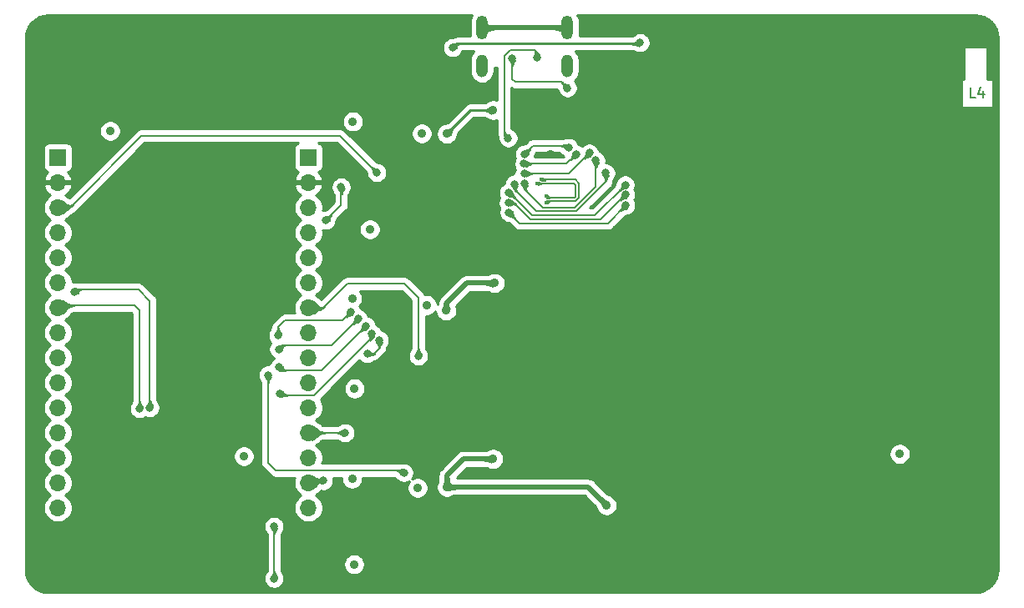
<source format=gbl>
%TF.GenerationSoftware,KiCad,Pcbnew,5.1.9+dfsg1-1+deb11u1*%
%TF.CreationDate,2025-09-19T12:14:10+02:00*%
%TF.ProjectId,ESP32-BOBOARD-5V,45535033-322d-4424-9f42-4f4152442d35,rev?*%
%TF.SameCoordinates,Original*%
%TF.FileFunction,Copper,L4,Bot*%
%TF.FilePolarity,Positive*%
%FSLAX46Y46*%
G04 Gerber Fmt 4.6, Leading zero omitted, Abs format (unit mm)*
G04 Created by KiCad (PCBNEW 5.1.9+dfsg1-1+deb11u1) date 2025-09-19 12:14:10*
%MOMM*%
%LPD*%
G01*
G04 APERTURE LIST*
%TA.AperFunction,NonConductor*%
%ADD10C,0.150000*%
%TD*%
%TA.AperFunction,ComponentPad*%
%ADD11O,1.700000X1.700000*%
%TD*%
%TA.AperFunction,ComponentPad*%
%ADD12R,1.700000X1.700000*%
%TD*%
%TA.AperFunction,ComponentPad*%
%ADD13O,1.200000X2.400000*%
%TD*%
%TA.AperFunction,ComponentPad*%
%ADD14O,1.158000X2.316000*%
%TD*%
%TA.AperFunction,ViaPad*%
%ADD15C,0.900000*%
%TD*%
%TA.AperFunction,ViaPad*%
%ADD16C,0.800000*%
%TD*%
%TA.AperFunction,ViaPad*%
%ADD17C,0.450000*%
%TD*%
%TA.AperFunction,Conductor*%
%ADD18C,0.250000*%
%TD*%
%TA.AperFunction,Conductor*%
%ADD19C,0.500000*%
%TD*%
%TA.AperFunction,Conductor*%
%ADD20C,0.200000*%
%TD*%
%TA.AperFunction,Conductor*%
%ADD21C,0.254000*%
%TD*%
%TA.AperFunction,Conductor*%
%ADD22C,0.100000*%
%TD*%
%TA.AperFunction,Conductor*%
%ADD23C,0.025400*%
%TD*%
G04 APERTURE END LIST*
D10*
X217993333Y-83052379D02*
X217517142Y-83052379D01*
X217517142Y-82052379D01*
X218755238Y-82385713D02*
X218755238Y-83052379D01*
X218517142Y-82004760D02*
X218279047Y-82719046D01*
X218898095Y-82719046D01*
D11*
%TO.P,J2,15*%
%TO.N,/EN*%
X150370000Y-124710000D03*
%TO.P,J2,14*%
%TO.N,/VP*%
X150370000Y-122170000D03*
%TO.P,J2,13*%
%TO.N,/VN*%
X150370000Y-119630000D03*
%TO.P,J2,12*%
%TO.N,/D34*%
X150370000Y-117090000D03*
%TO.P,J2,11*%
%TO.N,/D35*%
X150370000Y-114550000D03*
%TO.P,J2,10*%
%TO.N,/D32*%
X150370000Y-112010000D03*
%TO.P,J2,9*%
%TO.N,/D33*%
X150370000Y-109470000D03*
%TO.P,J2,8*%
%TO.N,/D25*%
X150370000Y-106930000D03*
%TO.P,J2,7*%
%TO.N,/D26*%
X150370000Y-104390000D03*
%TO.P,J2,6*%
%TO.N,/D27*%
X150370000Y-101850000D03*
%TO.P,J2,5*%
%TO.N,/D14*%
X150370000Y-99310000D03*
%TO.P,J2,4*%
%TO.N,/D12*%
X150370000Y-96770000D03*
%TO.P,J2,3*%
%TO.N,/D13*%
X150370000Y-94230000D03*
%TO.P,J2,2*%
%TO.N,GND*%
X150370000Y-91690000D03*
D12*
%TO.P,J2,1*%
%TO.N,+5V*%
X150370000Y-89150000D03*
%TD*%
D11*
%TO.P,J1,15*%
%TO.N,/D23*%
X124980000Y-124710000D03*
%TO.P,J1,14*%
%TO.N,/D22*%
X124980000Y-122170000D03*
%TO.P,J1,13*%
%TO.N,/TX0*%
X124980000Y-119630000D03*
%TO.P,J1,12*%
%TO.N,/RX0*%
X124980000Y-117090000D03*
%TO.P,J1,11*%
%TO.N,/D21*%
X124980000Y-114550000D03*
%TO.P,J1,10*%
%TO.N,/D19*%
X124980000Y-112010000D03*
%TO.P,J1,9*%
%TO.N,/D18*%
X124980000Y-109470000D03*
%TO.P,J1,8*%
%TO.N,/D5*%
X124980000Y-106930000D03*
%TO.P,J1,7*%
%TO.N,/TX2*%
X124980000Y-104390000D03*
%TO.P,J1,6*%
%TO.N,/RX2*%
X124980000Y-101850000D03*
%TO.P,J1,5*%
%TO.N,/D4*%
X124980000Y-99310000D03*
%TO.P,J1,4*%
%TO.N,/D2*%
X124980000Y-96770000D03*
%TO.P,J1,3*%
%TO.N,/D15*%
X124980000Y-94230000D03*
%TO.P,J1,2*%
%TO.N,GND*%
X124980000Y-91690000D03*
D12*
%TO.P,J1,1*%
%TO.N,+3V3*%
X124980000Y-89150000D03*
%TD*%
D13*
%TO.P,J5,S6*%
%TO.N,Net-(C10-Pad1)*%
X167980000Y-76000000D03*
%TO.P,J5,S5*%
X176620000Y-76000000D03*
D14*
%TO.P,J5,S4*%
X167980000Y-79825000D03*
%TO.P,J5,S3*%
X176620000Y-79825000D03*
%TD*%
D15*
%TO.N,GND*%
X178500000Y-81750000D03*
X174900000Y-88800000D03*
X167150000Y-82700000D03*
X154750000Y-82750000D03*
X156850000Y-98900000D03*
X169200000Y-98850000D03*
X156800000Y-117050000D03*
X169100000Y-116850000D03*
X164150000Y-109900000D03*
X164300000Y-91950000D03*
X164250000Y-128000000D03*
X146250000Y-89890000D03*
X152710000Y-90410000D03*
X155646451Y-77093547D03*
X210370000Y-121750000D03*
X194500000Y-77500000D03*
X127450000Y-90440000D03*
%TO.N,+5V*%
X164400000Y-86750000D03*
X169100000Y-84350000D03*
X164350000Y-104700000D03*
X169250000Y-101900000D03*
X164400000Y-122600000D03*
X169100000Y-119750000D03*
X180600000Y-124450000D03*
%TO.N,+3V3*%
X143840000Y-119490000D03*
X161856141Y-86715206D03*
X156600000Y-96450000D03*
X154879506Y-85492053D03*
X154800000Y-103450000D03*
X155050000Y-112600000D03*
X161450000Y-122700000D03*
X155000000Y-130450000D03*
X162366929Y-104137261D03*
X130270000Y-86470000D03*
X210320000Y-119250000D03*
X154801733Y-121770010D03*
D16*
%TO.N,/D23*%
X156805669Y-107045718D03*
X147450000Y-113100000D03*
%TO.N,/D22*%
X156200000Y-106250000D03*
X147400000Y-110450000D03*
%TO.N,/D21*%
X155407108Y-105507108D03*
X147350000Y-108600000D03*
%TO.N,/D19*%
X154700000Y-104800000D03*
X147300000Y-107200000D03*
%TO.N,/TX2*%
X133250000Y-114650000D03*
%TO.N,/RX2*%
X134300000Y-114550000D03*
X126670000Y-102800000D03*
%TO.N,/D15*%
X157307475Y-90682475D03*
%TO.N,/EN*%
X146900000Y-126600000D03*
X146900000Y-131900000D03*
%TO.N,/VP*%
X151900000Y-121960000D03*
%TO.N,/D34*%
X154080010Y-117100000D03*
%TO.N,/D33*%
X160050000Y-121150000D03*
X146290000Y-111230000D03*
%TO.N,/D25*%
X157563764Y-107697865D03*
X156328518Y-109078518D03*
%TO.N,/D26*%
X161516919Y-109299232D03*
%TO.N,/D12*%
X153696418Y-92147283D03*
X152140000Y-95520000D03*
%TO.N,/mD18*%
X170709678Y-94745515D03*
X182550000Y-94000000D03*
%TO.N,/mD15*%
X170643312Y-93747718D03*
X182506053Y-92930003D03*
%TO.N,/mD14*%
X170665772Y-92747969D03*
X182500000Y-91930010D03*
%TO.N,/mD13*%
X171278496Y-91843803D03*
X180526853Y-90730010D03*
%TO.N,/mD12*%
X172301996Y-91789217D03*
X179512764Y-89448830D03*
%TO.N,/mD5*%
X172251153Y-90790508D03*
X178850000Y-88700000D03*
%TO.N,/mD4*%
X172222699Y-89790911D03*
X177497411Y-88814365D03*
%TO.N,/mD2*%
X172292370Y-88793339D03*
X176750000Y-88150000D03*
%TO.N,Net-(J5-Pad9)*%
X176640000Y-82110000D03*
X171040000Y-79060000D03*
%TO.N,Net-(J5-Pad3)*%
X170619975Y-87180025D03*
X173575000Y-78990000D03*
D17*
%TO.N,/USBD_N*%
X173962133Y-91337867D03*
X174450000Y-93700000D03*
%TO.N,/USBD_P*%
X173537867Y-91762133D03*
X174450000Y-93100000D03*
D16*
%TO.N,TXS_EN*%
X165000000Y-78000000D03*
X184000000Y-77500000D03*
%TD*%
D18*
%TO.N,+5V*%
X166800000Y-84350000D02*
X169100000Y-84350000D01*
X164400000Y-86750000D02*
X166800000Y-84350000D01*
D19*
X164350000Y-104700000D02*
X164350000Y-103950000D01*
X166400000Y-101900000D02*
X169250000Y-101900000D01*
X164350000Y-103950000D02*
X166400000Y-101900000D01*
X164400000Y-122600000D02*
X164400000Y-121450000D01*
X166100000Y-119750000D02*
X169100000Y-119750000D01*
X164400000Y-121450000D02*
X166100000Y-119750000D01*
X178750000Y-122600000D02*
X164400000Y-122600000D01*
X180600000Y-124450000D02*
X178750000Y-122600000D01*
D20*
%TO.N,/D23*%
X150973536Y-113270000D02*
X147620000Y-113270000D01*
X156805669Y-107437867D02*
X150973536Y-113270000D01*
X147620000Y-113270000D02*
X147450000Y-113100000D01*
X156805669Y-107045718D02*
X156805669Y-107437867D01*
%TO.N,/D22*%
X147710000Y-110760000D02*
X147400000Y-110450000D01*
X151690000Y-110760000D02*
X147710000Y-110760000D01*
X156200000Y-106250000D02*
X151690000Y-110760000D01*
%TO.N,/D21*%
X147740000Y-108210000D02*
X147350000Y-108600000D01*
X152704216Y-108210000D02*
X147740000Y-108210000D01*
X155407108Y-105507108D02*
X152704216Y-108210000D01*
%TO.N,/D19*%
X148020000Y-105670000D02*
X147300000Y-106390000D01*
X147300000Y-106390000D02*
X147300000Y-107200000D01*
X153830000Y-105670000D02*
X148020000Y-105670000D01*
X154700000Y-104800000D02*
X153830000Y-105670000D01*
D19*
%TO.N,/TX2*%
X125065000Y-104175000D02*
X125070000Y-104170000D01*
X125005000Y-104175000D02*
X125065000Y-104175000D01*
D20*
X125195000Y-104175000D02*
X124980000Y-104390000D01*
X132725000Y-104175000D02*
X125195000Y-104175000D01*
X133250000Y-104700000D02*
X132725000Y-104175000D01*
X133250000Y-114650000D02*
X133250000Y-104700000D01*
%TO.N,/RX2*%
X126940000Y-102530000D02*
X126670000Y-102800000D01*
X133130000Y-102530000D02*
X126940000Y-102530000D01*
X134300000Y-103700000D02*
X133130000Y-102530000D01*
X134300000Y-114550000D02*
X134300000Y-103700000D01*
%TO.N,/D15*%
X157307475Y-90682475D02*
X153575000Y-86950000D01*
X153575000Y-86950000D02*
X133462081Y-86950000D01*
X133462081Y-86950000D02*
X126182081Y-94230000D01*
X126182081Y-94230000D02*
X124980000Y-94230000D01*
%TO.N,/EN*%
X146900000Y-131900000D02*
X146900000Y-126600000D01*
D18*
%TO.N,/VP*%
X150580000Y-121960000D02*
X150370000Y-122170000D01*
X151900000Y-121960000D02*
X150580000Y-121960000D01*
D20*
%TO.N,/D34*%
X150410000Y-117100000D02*
X150400000Y-117090000D01*
D18*
X150410000Y-117100000D02*
X150180000Y-117100000D01*
D20*
X150380000Y-117100000D02*
X154080010Y-117100000D01*
X150370000Y-117090000D02*
X150380000Y-117100000D01*
%TO.N,/D33*%
X159820000Y-120920000D02*
X160050000Y-121150000D01*
X147060000Y-120920000D02*
X159820000Y-120920000D01*
X146290000Y-120150000D02*
X147060000Y-120920000D01*
X146290000Y-111230000D02*
X146290000Y-120150000D01*
%TO.N,/D25*%
X157031482Y-109078518D02*
X156328518Y-109078518D01*
X157563764Y-108546236D02*
X157031482Y-109078518D01*
X157563764Y-107697865D02*
X157563764Y-108546236D01*
D18*
%TO.N,/D26*%
X150320000Y-104120000D02*
X150350000Y-104090000D01*
D20*
X160100000Y-101950000D02*
X154300000Y-101950000D01*
X151860000Y-104390000D02*
X150370000Y-104390000D01*
X154300000Y-101950000D02*
X151860000Y-104390000D01*
X161516919Y-103366919D02*
X160100000Y-101950000D01*
X161516919Y-109299232D02*
X161516919Y-103366919D01*
%TO.N,/D12*%
X153696418Y-92147283D02*
X153696418Y-93963582D01*
X153696418Y-93963582D02*
X152140000Y-95520000D01*
%TO.N,/mD18*%
X171789204Y-95825041D02*
X180724959Y-95825041D01*
X180724959Y-95825041D02*
X182550000Y-94000000D01*
X170709678Y-94745515D02*
X171789204Y-95825041D01*
%TO.N,/mD15*%
X172886310Y-95425031D02*
X180011025Y-95425031D01*
X180011025Y-95425031D02*
X182506053Y-92930003D01*
X171208997Y-93747718D02*
X172886310Y-95425031D01*
X170643312Y-93747718D02*
X171208997Y-93747718D01*
%TO.N,/mD14*%
X170797969Y-92747969D02*
X173075021Y-95025021D01*
X173075021Y-95025021D02*
X179404989Y-95025021D01*
X179404989Y-95025021D02*
X182500000Y-91930010D01*
X170665772Y-92747969D02*
X170797969Y-92747969D01*
%TO.N,/mD13*%
X180526853Y-91652033D02*
X180526853Y-90730010D01*
X177553875Y-94625011D02*
X180526853Y-91652033D01*
X171278496Y-92409488D02*
X173494019Y-94625011D01*
X171278496Y-91843803D02*
X171278496Y-92409488D01*
X173494019Y-94625011D02*
X177553875Y-94625011D01*
%TO.N,/mD12*%
X179512764Y-92100423D02*
X179512764Y-89448830D01*
X177388186Y-94225001D02*
X179512764Y-92100423D01*
X174172095Y-94225001D02*
X177388186Y-94225001D01*
X172301996Y-92354902D02*
X174172095Y-94225001D01*
X172301996Y-91789217D02*
X172301996Y-92354902D01*
%TO.N,/mD5*%
X176759492Y-90790508D02*
X178850000Y-88700000D01*
X172251153Y-90790508D02*
X176759492Y-90790508D01*
%TO.N,/mD4*%
X176520865Y-89790911D02*
X177497411Y-88814365D01*
X172222699Y-89790911D02*
X176520865Y-89790911D01*
%TO.N,/mD2*%
X176549999Y-87949999D02*
X176750000Y-88150000D01*
X173135710Y-87949999D02*
X176549999Y-87949999D01*
X172292370Y-88793339D02*
X173135710Y-87949999D01*
%TO.N,Net-(J5-Pad9)*%
X176640000Y-82110000D02*
X175990000Y-81460000D01*
X175990000Y-81460000D02*
X171330000Y-81460000D01*
X171040000Y-81170000D02*
X171040000Y-79060000D01*
X171330000Y-81460000D02*
X171040000Y-81170000D01*
%TO.N,Net-(J5-Pad3)*%
X173575000Y-78555000D02*
X173575000Y-78990000D01*
X170823998Y-78240000D02*
X173260000Y-78240000D01*
X170219976Y-78844022D02*
X170823998Y-78240000D01*
X173260000Y-78240000D02*
X173575000Y-78555000D01*
X170219976Y-86780026D02*
X170219976Y-78844022D01*
X170619975Y-87180025D02*
X170219976Y-86780026D01*
D19*
%TO.N,Net-(C10-Pad1)*%
X167980000Y-76000000D02*
X176620000Y-76000000D01*
X168025010Y-79870010D02*
X167980000Y-79825000D01*
D20*
%TO.N,/USBD_N*%
X174036399Y-91412133D02*
X177409621Y-91412133D01*
X173962133Y-91337867D02*
X174036399Y-91412133D01*
X177409621Y-91412133D02*
X177775000Y-91777512D01*
X177775000Y-91777512D02*
X177775000Y-93272488D01*
X174575000Y-93575000D02*
X174450000Y-93700000D01*
X177472488Y-93575000D02*
X174575000Y-93575000D01*
X177775000Y-93272488D02*
X177472488Y-93575000D01*
%TO.N,/USBD_P*%
X174203869Y-91762133D02*
X177264645Y-91762133D01*
X174178134Y-91787868D02*
X174203869Y-91762133D01*
X173746132Y-91787868D02*
X174178134Y-91787868D01*
X173720397Y-91762133D02*
X173746132Y-91787868D01*
X173537867Y-91762133D02*
X173720397Y-91762133D01*
X177264645Y-91762133D02*
X177425000Y-91922488D01*
X177425000Y-91922488D02*
X177425000Y-93127512D01*
X174575000Y-93225000D02*
X174450000Y-93100000D01*
X177327512Y-93225000D02*
X174575000Y-93225000D01*
X177425000Y-93127512D02*
X177327512Y-93225000D01*
D18*
%TO.N,TXS_EN*%
X165399999Y-77600001D02*
X183899999Y-77600001D01*
X165000000Y-78000000D02*
X165399999Y-77600001D01*
X183899999Y-77600001D02*
X184000000Y-77500000D01*
%TD*%
D21*
%TO.N,GND*%
X166948168Y-74710551D02*
X166833489Y-74925099D01*
X166762870Y-75157898D01*
X166745000Y-75339335D01*
X166745000Y-76660664D01*
X166762663Y-76840001D01*
X165437321Y-76840001D01*
X165399998Y-76836325D01*
X165362676Y-76840001D01*
X165362666Y-76840001D01*
X165251013Y-76850998D01*
X165107752Y-76894455D01*
X164975774Y-76965000D01*
X164898061Y-76965000D01*
X164698102Y-77004774D01*
X164509744Y-77082795D01*
X164340226Y-77196063D01*
X164196063Y-77340226D01*
X164082795Y-77509744D01*
X164004774Y-77698102D01*
X163965000Y-77898061D01*
X163965000Y-78101939D01*
X164004774Y-78301898D01*
X164082795Y-78490256D01*
X164196063Y-78659774D01*
X164340226Y-78803937D01*
X164509744Y-78917205D01*
X164698102Y-78995226D01*
X164898061Y-79035000D01*
X165101939Y-79035000D01*
X165301898Y-78995226D01*
X165490256Y-78917205D01*
X165659774Y-78803937D01*
X165803937Y-78659774D01*
X165917205Y-78490256D01*
X165971159Y-78360001D01*
X167145955Y-78360001D01*
X167117420Y-78383419D01*
X166965713Y-78568274D01*
X166852983Y-78779174D01*
X166783566Y-79008014D01*
X166766000Y-79186361D01*
X166766000Y-80463638D01*
X166783566Y-80641985D01*
X166852983Y-80870825D01*
X166965712Y-81081725D01*
X167117419Y-81266581D01*
X167302274Y-81418288D01*
X167513174Y-81531017D01*
X167742014Y-81600434D01*
X167980000Y-81623874D01*
X168217985Y-81600434D01*
X168446825Y-81531017D01*
X168657725Y-81418288D01*
X168842581Y-81266581D01*
X168994288Y-81081726D01*
X169107017Y-80870826D01*
X169176434Y-80641986D01*
X169194000Y-80463639D01*
X169194000Y-80055000D01*
X169456434Y-80055000D01*
X169483378Y-80052346D01*
X169484977Y-80052357D01*
X169484976Y-83335067D01*
X169416483Y-83306696D01*
X169206863Y-83265000D01*
X168993137Y-83265000D01*
X168783517Y-83306696D01*
X168586060Y-83388485D01*
X168542577Y-83417539D01*
X168528447Y-83424971D01*
X168494995Y-83443879D01*
X168427175Y-83484968D01*
X168405633Y-83498617D01*
X168346179Y-83537985D01*
X168342271Y-83540594D01*
X168296683Y-83571268D01*
X168274103Y-83585350D01*
X168257200Y-83587641D01*
X168197459Y-83590000D01*
X166837333Y-83590000D01*
X166800000Y-83586323D01*
X166762667Y-83590000D01*
X166651014Y-83600997D01*
X166507753Y-83644454D01*
X166375724Y-83715026D01*
X166259999Y-83809999D01*
X166236201Y-83838997D01*
X164500796Y-85574402D01*
X164456886Y-85614977D01*
X164443306Y-85625314D01*
X164417393Y-85631321D01*
X164363460Y-85641868D01*
X164358848Y-85642788D01*
X164288971Y-85656991D01*
X164264094Y-85662570D01*
X164187084Y-85681471D01*
X164150051Y-85691758D01*
X164134807Y-85696494D01*
X164083517Y-85706696D01*
X163886060Y-85788485D01*
X163708353Y-85907225D01*
X163557225Y-86058353D01*
X163438485Y-86236060D01*
X163356696Y-86433517D01*
X163315000Y-86643137D01*
X163315000Y-86856863D01*
X163356696Y-87066483D01*
X163438485Y-87263940D01*
X163557225Y-87441647D01*
X163708353Y-87592775D01*
X163886060Y-87711515D01*
X164083517Y-87793304D01*
X164293137Y-87835000D01*
X164506863Y-87835000D01*
X164716483Y-87793304D01*
X164913940Y-87711515D01*
X165091647Y-87592775D01*
X165242775Y-87441647D01*
X165361515Y-87263940D01*
X165443304Y-87066483D01*
X165453507Y-87015188D01*
X165458244Y-86999940D01*
X165468528Y-86962915D01*
X165487429Y-86885905D01*
X165493008Y-86861028D01*
X165507211Y-86791151D01*
X165508131Y-86786539D01*
X165518678Y-86732606D01*
X165524685Y-86706693D01*
X165535017Y-86693119D01*
X165575599Y-86649202D01*
X167114802Y-85110000D01*
X168197469Y-85110000D01*
X168257201Y-85112358D01*
X168274103Y-85114649D01*
X168296683Y-85128731D01*
X168342271Y-85159405D01*
X168346179Y-85162014D01*
X168405633Y-85201382D01*
X168427175Y-85215031D01*
X168494995Y-85256120D01*
X168528442Y-85275026D01*
X168542576Y-85282460D01*
X168586060Y-85311515D01*
X168783517Y-85393304D01*
X168993137Y-85435000D01*
X169206863Y-85435000D01*
X169416483Y-85393304D01*
X169484976Y-85364933D01*
X169484976Y-86743921D01*
X169481420Y-86780026D01*
X169485561Y-86822069D01*
X169495611Y-86924110D01*
X169537639Y-87062658D01*
X169583044Y-87147604D01*
X169583519Y-87151688D01*
X169584975Y-87191573D01*
X169584975Y-87281964D01*
X169624749Y-87481923D01*
X169702770Y-87670281D01*
X169816038Y-87839799D01*
X169960201Y-87983962D01*
X170129719Y-88097230D01*
X170318077Y-88175251D01*
X170518036Y-88215025D01*
X170721914Y-88215025D01*
X170921873Y-88175251D01*
X171110231Y-88097230D01*
X171279749Y-87983962D01*
X171423912Y-87839799D01*
X171537180Y-87670281D01*
X171615201Y-87481923D01*
X171654975Y-87281964D01*
X171654975Y-87078086D01*
X171615201Y-86878127D01*
X171537180Y-86689769D01*
X171423912Y-86520251D01*
X171279749Y-86376088D01*
X171110231Y-86262820D01*
X170954976Y-86198511D01*
X170954976Y-82092953D01*
X171047367Y-82142337D01*
X171185915Y-82184365D01*
X171330000Y-82198556D01*
X171366105Y-82195000D01*
X175595013Y-82195000D01*
X175597713Y-82209647D01*
X175603866Y-82239093D01*
X175620076Y-82308418D01*
X175631326Y-82350087D01*
X175634605Y-82360775D01*
X175644774Y-82411898D01*
X175722795Y-82600256D01*
X175836063Y-82769774D01*
X175980226Y-82913937D01*
X176149744Y-83027205D01*
X176338102Y-83105226D01*
X176538061Y-83145000D01*
X176741939Y-83145000D01*
X176941898Y-83105226D01*
X177130256Y-83027205D01*
X177299774Y-82913937D01*
X177443937Y-82769774D01*
X177557205Y-82600256D01*
X177635226Y-82411898D01*
X177675000Y-82211939D01*
X177675000Y-82008061D01*
X177635226Y-81808102D01*
X177557205Y-81619744D01*
X177443937Y-81450226D01*
X177360490Y-81366779D01*
X177482581Y-81266581D01*
X177531068Y-81207499D01*
X216569048Y-81207499D01*
X216569048Y-84127499D01*
X219750953Y-84127499D01*
X219750953Y-81207499D01*
X219227000Y-81207499D01*
X219227000Y-78010000D01*
X219224560Y-77985224D01*
X219217333Y-77961399D01*
X219205597Y-77939443D01*
X219189803Y-77920197D01*
X219170557Y-77904403D01*
X219148601Y-77892667D01*
X219124776Y-77885440D01*
X219100000Y-77883000D01*
X216970000Y-77883000D01*
X216945224Y-77885440D01*
X216921399Y-77892667D01*
X216899443Y-77904403D01*
X216880197Y-77920197D01*
X216864403Y-77939443D01*
X216852667Y-77961399D01*
X216845440Y-77985224D01*
X216843000Y-78010000D01*
X216843000Y-81207499D01*
X216569048Y-81207499D01*
X177531068Y-81207499D01*
X177634288Y-81081726D01*
X177747017Y-80870826D01*
X177816434Y-80641986D01*
X177834000Y-80463639D01*
X177834000Y-79186361D01*
X177816434Y-79008014D01*
X177747017Y-78779174D01*
X177634288Y-78568274D01*
X177482581Y-78383419D01*
X177454046Y-78360001D01*
X183200489Y-78360001D01*
X183269249Y-78362059D01*
X183306829Y-78365809D01*
X183329509Y-78369889D01*
X183348093Y-78374773D01*
X183374291Y-78383539D01*
X183417402Y-78399854D01*
X183473776Y-78421483D01*
X183490043Y-78427471D01*
X183553103Y-78449710D01*
X183582944Y-78459412D01*
X183654859Y-78480843D01*
X183678632Y-78487161D01*
X183698102Y-78495226D01*
X183898061Y-78535000D01*
X184101939Y-78535000D01*
X184301898Y-78495226D01*
X184490256Y-78417205D01*
X184659774Y-78303937D01*
X184803937Y-78159774D01*
X184917205Y-77990256D01*
X184995226Y-77801898D01*
X185035000Y-77601939D01*
X185035000Y-77398061D01*
X184995226Y-77198102D01*
X184917205Y-77009744D01*
X184803937Y-76840226D01*
X184659774Y-76696063D01*
X184490256Y-76582795D01*
X184301898Y-76504774D01*
X184101939Y-76465000D01*
X183898061Y-76465000D01*
X183698102Y-76504774D01*
X183509744Y-76582795D01*
X183340226Y-76696063D01*
X183289325Y-76746964D01*
X183266494Y-76767164D01*
X183251236Y-76781113D01*
X183203915Y-76825810D01*
X183201329Y-76828266D01*
X183189044Y-76840001D01*
X177837337Y-76840001D01*
X177855000Y-76660665D01*
X177855000Y-75339335D01*
X177837130Y-75157898D01*
X177766511Y-74925099D01*
X177651833Y-74710551D01*
X177651381Y-74710000D01*
X217965279Y-74710000D01*
X218444134Y-74756953D01*
X218871355Y-74885938D01*
X219265384Y-75095446D01*
X219611214Y-75377499D01*
X219895673Y-75721351D01*
X220107929Y-76113910D01*
X220239892Y-76540213D01*
X220290000Y-77016964D01*
X220290001Y-130965269D01*
X220243048Y-131444133D01*
X220114063Y-131871353D01*
X219904554Y-132265384D01*
X219622501Y-132611214D01*
X219278651Y-132895672D01*
X218886093Y-133107927D01*
X218459788Y-133239891D01*
X217983036Y-133290000D01*
X124034721Y-133290000D01*
X123555867Y-133243048D01*
X123128647Y-133114063D01*
X122734616Y-132904554D01*
X122388786Y-132622501D01*
X122104328Y-132278651D01*
X121892073Y-131886093D01*
X121760109Y-131459788D01*
X121710000Y-130983036D01*
X121710000Y-126498061D01*
X145865000Y-126498061D01*
X145865000Y-126701939D01*
X145904774Y-126901898D01*
X145982795Y-127090256D01*
X146011751Y-127133592D01*
X146016991Y-127143470D01*
X146038502Y-127180893D01*
X146076060Y-127241375D01*
X146092528Y-127266544D01*
X146128843Y-127319277D01*
X146133706Y-127326238D01*
X146162231Y-127366496D01*
X146163517Y-127368435D01*
X146165001Y-127403464D01*
X146165000Y-131096552D01*
X146163517Y-131131564D01*
X146162231Y-131133503D01*
X146133706Y-131173761D01*
X146128843Y-131180722D01*
X146092528Y-131233455D01*
X146076060Y-131258624D01*
X146038502Y-131319106D01*
X146016989Y-131356532D01*
X146011747Y-131366414D01*
X145982795Y-131409744D01*
X145904774Y-131598102D01*
X145865000Y-131798061D01*
X145865000Y-132001939D01*
X145904774Y-132201898D01*
X145982795Y-132390256D01*
X146096063Y-132559774D01*
X146240226Y-132703937D01*
X146409744Y-132817205D01*
X146598102Y-132895226D01*
X146798061Y-132935000D01*
X147001939Y-132935000D01*
X147201898Y-132895226D01*
X147390256Y-132817205D01*
X147559774Y-132703937D01*
X147703937Y-132559774D01*
X147817205Y-132390256D01*
X147895226Y-132201898D01*
X147935000Y-132001939D01*
X147935000Y-131798061D01*
X147895226Y-131598102D01*
X147817205Y-131409744D01*
X147788249Y-131366409D01*
X147783007Y-131356526D01*
X147761497Y-131319106D01*
X147723939Y-131258624D01*
X147707471Y-131233455D01*
X147671156Y-131180722D01*
X147666293Y-131173761D01*
X147637768Y-131133503D01*
X147636482Y-131131564D01*
X147635000Y-131096567D01*
X147635000Y-130343137D01*
X153915000Y-130343137D01*
X153915000Y-130556863D01*
X153956696Y-130766483D01*
X154038485Y-130963940D01*
X154157225Y-131141647D01*
X154308353Y-131292775D01*
X154486060Y-131411515D01*
X154683517Y-131493304D01*
X154893137Y-131535000D01*
X155106863Y-131535000D01*
X155316483Y-131493304D01*
X155513940Y-131411515D01*
X155691647Y-131292775D01*
X155842775Y-131141647D01*
X155961515Y-130963940D01*
X156043304Y-130766483D01*
X156085000Y-130556863D01*
X156085000Y-130343137D01*
X156043304Y-130133517D01*
X155961515Y-129936060D01*
X155842775Y-129758353D01*
X155691647Y-129607225D01*
X155513940Y-129488485D01*
X155316483Y-129406696D01*
X155106863Y-129365000D01*
X154893137Y-129365000D01*
X154683517Y-129406696D01*
X154486060Y-129488485D01*
X154308353Y-129607225D01*
X154157225Y-129758353D01*
X154038485Y-129936060D01*
X153956696Y-130133517D01*
X153915000Y-130343137D01*
X147635000Y-130343137D01*
X147635000Y-127403433D01*
X147636482Y-127368435D01*
X147637768Y-127366496D01*
X147666293Y-127326238D01*
X147671156Y-127319277D01*
X147707471Y-127266544D01*
X147723939Y-127241375D01*
X147761497Y-127180893D01*
X147783005Y-127143476D01*
X147788245Y-127133597D01*
X147817205Y-127090256D01*
X147895226Y-126901898D01*
X147935000Y-126701939D01*
X147935000Y-126498061D01*
X147895226Y-126298102D01*
X147817205Y-126109744D01*
X147703937Y-125940226D01*
X147559774Y-125796063D01*
X147390256Y-125682795D01*
X147201898Y-125604774D01*
X147001939Y-125565000D01*
X146798061Y-125565000D01*
X146598102Y-125604774D01*
X146409744Y-125682795D01*
X146240226Y-125796063D01*
X146096063Y-125940226D01*
X145982795Y-126109744D01*
X145904774Y-126298102D01*
X145865000Y-126498061D01*
X121710000Y-126498061D01*
X121710000Y-94083740D01*
X123495000Y-94083740D01*
X123495000Y-94376260D01*
X123552068Y-94663158D01*
X123664010Y-94933411D01*
X123826525Y-95176632D01*
X124033368Y-95383475D01*
X124207760Y-95500000D01*
X124033368Y-95616525D01*
X123826525Y-95823368D01*
X123664010Y-96066589D01*
X123552068Y-96336842D01*
X123495000Y-96623740D01*
X123495000Y-96916260D01*
X123552068Y-97203158D01*
X123664010Y-97473411D01*
X123826525Y-97716632D01*
X124033368Y-97923475D01*
X124207760Y-98040000D01*
X124033368Y-98156525D01*
X123826525Y-98363368D01*
X123664010Y-98606589D01*
X123552068Y-98876842D01*
X123495000Y-99163740D01*
X123495000Y-99456260D01*
X123552068Y-99743158D01*
X123664010Y-100013411D01*
X123826525Y-100256632D01*
X124033368Y-100463475D01*
X124207760Y-100580000D01*
X124033368Y-100696525D01*
X123826525Y-100903368D01*
X123664010Y-101146589D01*
X123552068Y-101416842D01*
X123495000Y-101703740D01*
X123495000Y-101996260D01*
X123552068Y-102283158D01*
X123664010Y-102553411D01*
X123826525Y-102796632D01*
X124033368Y-103003475D01*
X124207760Y-103120000D01*
X124033368Y-103236525D01*
X123826525Y-103443368D01*
X123664010Y-103686589D01*
X123552068Y-103956842D01*
X123495000Y-104243740D01*
X123495000Y-104536260D01*
X123552068Y-104823158D01*
X123664010Y-105093411D01*
X123826525Y-105336632D01*
X124033368Y-105543475D01*
X124207760Y-105660000D01*
X124033368Y-105776525D01*
X123826525Y-105983368D01*
X123664010Y-106226589D01*
X123552068Y-106496842D01*
X123495000Y-106783740D01*
X123495000Y-107076260D01*
X123552068Y-107363158D01*
X123664010Y-107633411D01*
X123826525Y-107876632D01*
X124033368Y-108083475D01*
X124207760Y-108200000D01*
X124033368Y-108316525D01*
X123826525Y-108523368D01*
X123664010Y-108766589D01*
X123552068Y-109036842D01*
X123495000Y-109323740D01*
X123495000Y-109616260D01*
X123552068Y-109903158D01*
X123664010Y-110173411D01*
X123826525Y-110416632D01*
X124033368Y-110623475D01*
X124207760Y-110740000D01*
X124033368Y-110856525D01*
X123826525Y-111063368D01*
X123664010Y-111306589D01*
X123552068Y-111576842D01*
X123495000Y-111863740D01*
X123495000Y-112156260D01*
X123552068Y-112443158D01*
X123664010Y-112713411D01*
X123826525Y-112956632D01*
X124033368Y-113163475D01*
X124207760Y-113280000D01*
X124033368Y-113396525D01*
X123826525Y-113603368D01*
X123664010Y-113846589D01*
X123552068Y-114116842D01*
X123495000Y-114403740D01*
X123495000Y-114696260D01*
X123552068Y-114983158D01*
X123664010Y-115253411D01*
X123826525Y-115496632D01*
X124033368Y-115703475D01*
X124207760Y-115820000D01*
X124033368Y-115936525D01*
X123826525Y-116143368D01*
X123664010Y-116386589D01*
X123552068Y-116656842D01*
X123495000Y-116943740D01*
X123495000Y-117236260D01*
X123552068Y-117523158D01*
X123664010Y-117793411D01*
X123826525Y-118036632D01*
X124033368Y-118243475D01*
X124207760Y-118360000D01*
X124033368Y-118476525D01*
X123826525Y-118683368D01*
X123664010Y-118926589D01*
X123552068Y-119196842D01*
X123495000Y-119483740D01*
X123495000Y-119776260D01*
X123552068Y-120063158D01*
X123664010Y-120333411D01*
X123826525Y-120576632D01*
X124033368Y-120783475D01*
X124207760Y-120900000D01*
X124033368Y-121016525D01*
X123826525Y-121223368D01*
X123664010Y-121466589D01*
X123552068Y-121736842D01*
X123495000Y-122023740D01*
X123495000Y-122316260D01*
X123552068Y-122603158D01*
X123664010Y-122873411D01*
X123826525Y-123116632D01*
X124033368Y-123323475D01*
X124207760Y-123440000D01*
X124033368Y-123556525D01*
X123826525Y-123763368D01*
X123664010Y-124006589D01*
X123552068Y-124276842D01*
X123495000Y-124563740D01*
X123495000Y-124856260D01*
X123552068Y-125143158D01*
X123664010Y-125413411D01*
X123826525Y-125656632D01*
X124033368Y-125863475D01*
X124276589Y-126025990D01*
X124546842Y-126137932D01*
X124833740Y-126195000D01*
X125126260Y-126195000D01*
X125413158Y-126137932D01*
X125683411Y-126025990D01*
X125926632Y-125863475D01*
X126133475Y-125656632D01*
X126295990Y-125413411D01*
X126407932Y-125143158D01*
X126465000Y-124856260D01*
X126465000Y-124563740D01*
X126407932Y-124276842D01*
X126295990Y-124006589D01*
X126133475Y-123763368D01*
X125926632Y-123556525D01*
X125752240Y-123440000D01*
X125926632Y-123323475D01*
X126133475Y-123116632D01*
X126295990Y-122873411D01*
X126407932Y-122603158D01*
X126465000Y-122316260D01*
X126465000Y-122023740D01*
X126407932Y-121736842D01*
X126295990Y-121466589D01*
X126133475Y-121223368D01*
X125926632Y-121016525D01*
X125752240Y-120900000D01*
X125926632Y-120783475D01*
X126133475Y-120576632D01*
X126295990Y-120333411D01*
X126407932Y-120063158D01*
X126465000Y-119776260D01*
X126465000Y-119483740D01*
X126444989Y-119383137D01*
X142755000Y-119383137D01*
X142755000Y-119596863D01*
X142796696Y-119806483D01*
X142878485Y-120003940D01*
X142997225Y-120181647D01*
X143148353Y-120332775D01*
X143326060Y-120451515D01*
X143523517Y-120533304D01*
X143733137Y-120575000D01*
X143946863Y-120575000D01*
X144156483Y-120533304D01*
X144353940Y-120451515D01*
X144531647Y-120332775D01*
X144682775Y-120181647D01*
X144801515Y-120003940D01*
X144883304Y-119806483D01*
X144925000Y-119596863D01*
X144925000Y-119383137D01*
X144883304Y-119173517D01*
X144801515Y-118976060D01*
X144682775Y-118798353D01*
X144531647Y-118647225D01*
X144353940Y-118528485D01*
X144156483Y-118446696D01*
X143946863Y-118405000D01*
X143733137Y-118405000D01*
X143523517Y-118446696D01*
X143326060Y-118528485D01*
X143148353Y-118647225D01*
X142997225Y-118798353D01*
X142878485Y-118976060D01*
X142796696Y-119173517D01*
X142755000Y-119383137D01*
X126444989Y-119383137D01*
X126407932Y-119196842D01*
X126295990Y-118926589D01*
X126133475Y-118683368D01*
X125926632Y-118476525D01*
X125752240Y-118360000D01*
X125926632Y-118243475D01*
X126133475Y-118036632D01*
X126295990Y-117793411D01*
X126407932Y-117523158D01*
X126465000Y-117236260D01*
X126465000Y-116943740D01*
X126407932Y-116656842D01*
X126295990Y-116386589D01*
X126133475Y-116143368D01*
X125926632Y-115936525D01*
X125752240Y-115820000D01*
X125926632Y-115703475D01*
X126133475Y-115496632D01*
X126295990Y-115253411D01*
X126407932Y-114983158D01*
X126465000Y-114696260D01*
X126465000Y-114403740D01*
X126407932Y-114116842D01*
X126295990Y-113846589D01*
X126133475Y-113603368D01*
X125926632Y-113396525D01*
X125752240Y-113280000D01*
X125926632Y-113163475D01*
X126133475Y-112956632D01*
X126295990Y-112713411D01*
X126407932Y-112443158D01*
X126465000Y-112156260D01*
X126465000Y-111863740D01*
X126407932Y-111576842D01*
X126295990Y-111306589D01*
X126133475Y-111063368D01*
X125926632Y-110856525D01*
X125752240Y-110740000D01*
X125926632Y-110623475D01*
X126133475Y-110416632D01*
X126295990Y-110173411D01*
X126407932Y-109903158D01*
X126465000Y-109616260D01*
X126465000Y-109323740D01*
X126407932Y-109036842D01*
X126295990Y-108766589D01*
X126133475Y-108523368D01*
X125926632Y-108316525D01*
X125752240Y-108200000D01*
X125926632Y-108083475D01*
X126133475Y-107876632D01*
X126295990Y-107633411D01*
X126407932Y-107363158D01*
X126465000Y-107076260D01*
X126465000Y-106783740D01*
X126407932Y-106496842D01*
X126295990Y-106226589D01*
X126133475Y-105983368D01*
X125926632Y-105776525D01*
X125752240Y-105660000D01*
X125926632Y-105543475D01*
X126030250Y-105439857D01*
X126089309Y-105384696D01*
X126124807Y-105348795D01*
X126227938Y-105235844D01*
X126248680Y-105211957D01*
X126337499Y-105104376D01*
X126340274Y-105100992D01*
X126412214Y-105012622D01*
X126460275Y-104959012D01*
X126484131Y-104937594D01*
X126491848Y-104932648D01*
X126505744Y-104927062D01*
X126554380Y-104916990D01*
X126673606Y-104910000D01*
X132420554Y-104910000D01*
X132515001Y-105004448D01*
X132515000Y-113846553D01*
X132513517Y-113881564D01*
X132512231Y-113883503D01*
X132483706Y-113923761D01*
X132478843Y-113930722D01*
X132442528Y-113983455D01*
X132426060Y-114008624D01*
X132388502Y-114069106D01*
X132366989Y-114106532D01*
X132361747Y-114116414D01*
X132332795Y-114159744D01*
X132254774Y-114348102D01*
X132215000Y-114548061D01*
X132215000Y-114751939D01*
X132254774Y-114951898D01*
X132332795Y-115140256D01*
X132446063Y-115309774D01*
X132590226Y-115453937D01*
X132759744Y-115567205D01*
X132948102Y-115645226D01*
X133148061Y-115685000D01*
X133351939Y-115685000D01*
X133551898Y-115645226D01*
X133740256Y-115567205D01*
X133859236Y-115487705D01*
X133998102Y-115545226D01*
X134198061Y-115585000D01*
X134401939Y-115585000D01*
X134601898Y-115545226D01*
X134790256Y-115467205D01*
X134959774Y-115353937D01*
X135103937Y-115209774D01*
X135217205Y-115040256D01*
X135295226Y-114851898D01*
X135335000Y-114651939D01*
X135335000Y-114448061D01*
X135295226Y-114248102D01*
X135217205Y-114059744D01*
X135188249Y-114016409D01*
X135183007Y-114006526D01*
X135161497Y-113969106D01*
X135123939Y-113908624D01*
X135107471Y-113883455D01*
X135071156Y-113830722D01*
X135066293Y-113823761D01*
X135037768Y-113783503D01*
X135036482Y-113781564D01*
X135035000Y-113746567D01*
X135035000Y-111128061D01*
X145255000Y-111128061D01*
X145255000Y-111331939D01*
X145294774Y-111531898D01*
X145372795Y-111720256D01*
X145401751Y-111763592D01*
X145406991Y-111773470D01*
X145428502Y-111810893D01*
X145466060Y-111871375D01*
X145482528Y-111896544D01*
X145518843Y-111949277D01*
X145523706Y-111956238D01*
X145552231Y-111996496D01*
X145553517Y-111998435D01*
X145555000Y-112033447D01*
X145555001Y-120113885D01*
X145551444Y-120150000D01*
X145565635Y-120294085D01*
X145591339Y-120378817D01*
X145607664Y-120432633D01*
X145675914Y-120560320D01*
X145767763Y-120672238D01*
X145795808Y-120695254D01*
X146514746Y-121414193D01*
X146537762Y-121442238D01*
X146649680Y-121534087D01*
X146777367Y-121602337D01*
X146915915Y-121644365D01*
X147023895Y-121655000D01*
X147023904Y-121655000D01*
X147059999Y-121658555D01*
X147096094Y-121655000D01*
X148975968Y-121655000D01*
X148942068Y-121736842D01*
X148885000Y-122023740D01*
X148885000Y-122316260D01*
X148942068Y-122603158D01*
X149054010Y-122873411D01*
X149216525Y-123116632D01*
X149423368Y-123323475D01*
X149597760Y-123440000D01*
X149423368Y-123556525D01*
X149216525Y-123763368D01*
X149054010Y-124006589D01*
X148942068Y-124276842D01*
X148885000Y-124563740D01*
X148885000Y-124856260D01*
X148942068Y-125143158D01*
X149054010Y-125413411D01*
X149216525Y-125656632D01*
X149423368Y-125863475D01*
X149666589Y-126025990D01*
X149936842Y-126137932D01*
X150223740Y-126195000D01*
X150516260Y-126195000D01*
X150803158Y-126137932D01*
X151073411Y-126025990D01*
X151316632Y-125863475D01*
X151523475Y-125656632D01*
X151685990Y-125413411D01*
X151797932Y-125143158D01*
X151855000Y-124856260D01*
X151855000Y-124563740D01*
X151797932Y-124276842D01*
X151685990Y-124006589D01*
X151523475Y-123763368D01*
X151316632Y-123556525D01*
X151142240Y-123440000D01*
X151316632Y-123323475D01*
X151523475Y-123116632D01*
X151598214Y-123004778D01*
X151628667Y-122961306D01*
X151798061Y-122995000D01*
X152001939Y-122995000D01*
X152201898Y-122955226D01*
X152390256Y-122877205D01*
X152559774Y-122763937D01*
X152703937Y-122619774D01*
X152817205Y-122450256D01*
X152895226Y-122261898D01*
X152935000Y-122061939D01*
X152935000Y-121858061D01*
X152895226Y-121658102D01*
X152893941Y-121655000D01*
X153718354Y-121655000D01*
X153716733Y-121663147D01*
X153716733Y-121876873D01*
X153758429Y-122086493D01*
X153840218Y-122283950D01*
X153958958Y-122461657D01*
X154110086Y-122612785D01*
X154287793Y-122731525D01*
X154485250Y-122813314D01*
X154694870Y-122855010D01*
X154908596Y-122855010D01*
X155118216Y-122813314D01*
X155315673Y-122731525D01*
X155493380Y-122612785D01*
X155644508Y-122461657D01*
X155763248Y-122283950D01*
X155845037Y-122086493D01*
X155886733Y-121876873D01*
X155886733Y-121663147D01*
X155885112Y-121655000D01*
X159142647Y-121655000D01*
X159246063Y-121809774D01*
X159390226Y-121953937D01*
X159559744Y-122067205D01*
X159748102Y-122145226D01*
X159948061Y-122185000D01*
X160151939Y-122185000D01*
X160351898Y-122145226D01*
X160540256Y-122067205D01*
X160590199Y-122033834D01*
X160488485Y-122186060D01*
X160406696Y-122383517D01*
X160365000Y-122593137D01*
X160365000Y-122806863D01*
X160406696Y-123016483D01*
X160488485Y-123213940D01*
X160607225Y-123391647D01*
X160758353Y-123542775D01*
X160936060Y-123661515D01*
X161133517Y-123743304D01*
X161343137Y-123785000D01*
X161556863Y-123785000D01*
X161766483Y-123743304D01*
X161963940Y-123661515D01*
X162141647Y-123542775D01*
X162292775Y-123391647D01*
X162411515Y-123213940D01*
X162493304Y-123016483D01*
X162535000Y-122806863D01*
X162535000Y-122593137D01*
X162515109Y-122493137D01*
X163315000Y-122493137D01*
X163315000Y-122706863D01*
X163356696Y-122916483D01*
X163438485Y-123113940D01*
X163557225Y-123291647D01*
X163708353Y-123442775D01*
X163886060Y-123561515D01*
X164083517Y-123643304D01*
X164293137Y-123685000D01*
X164506863Y-123685000D01*
X164716483Y-123643304D01*
X164913940Y-123561515D01*
X164937857Y-123545534D01*
X164981755Y-123525580D01*
X165014441Y-123512121D01*
X165035943Y-123504569D01*
X165052177Y-123500035D01*
X165070973Y-123496177D01*
X165099828Y-123492195D01*
X165144248Y-123488524D01*
X165207317Y-123485954D01*
X165293505Y-123485000D01*
X178383422Y-123485000D01*
X179342379Y-124443957D01*
X179402674Y-124505604D01*
X179445469Y-124552034D01*
X179474268Y-124586024D01*
X179491859Y-124609245D01*
X179502420Y-124625262D01*
X179510695Y-124639950D01*
X179520561Y-124660497D01*
X179534153Y-124693118D01*
X179551085Y-124738272D01*
X179556696Y-124766483D01*
X179638485Y-124963940D01*
X179757225Y-125141647D01*
X179908353Y-125292775D01*
X180086060Y-125411515D01*
X180283517Y-125493304D01*
X180493137Y-125535000D01*
X180706863Y-125535000D01*
X180916483Y-125493304D01*
X181113940Y-125411515D01*
X181291647Y-125292775D01*
X181442775Y-125141647D01*
X181561515Y-124963940D01*
X181643304Y-124766483D01*
X181685000Y-124556863D01*
X181685000Y-124343137D01*
X181643304Y-124133517D01*
X181561515Y-123936060D01*
X181442775Y-123758353D01*
X181291647Y-123607225D01*
X181113940Y-123488485D01*
X180916483Y-123406696D01*
X180888272Y-123401085D01*
X180843118Y-123384153D01*
X180810497Y-123370561D01*
X180789950Y-123360695D01*
X180775262Y-123352420D01*
X180759245Y-123341859D01*
X180736024Y-123324268D01*
X180702034Y-123295469D01*
X180655604Y-123252674D01*
X180593957Y-123192379D01*
X179406534Y-122004956D01*
X179378817Y-121971183D01*
X179244059Y-121860589D01*
X179090313Y-121778411D01*
X178923490Y-121727805D01*
X178793477Y-121715000D01*
X178793469Y-121715000D01*
X178750000Y-121710719D01*
X178706531Y-121715000D01*
X165386578Y-121715000D01*
X166466579Y-120635000D01*
X168206495Y-120635000D01*
X168292682Y-120635954D01*
X168355751Y-120638524D01*
X168400171Y-120642195D01*
X168429026Y-120646177D01*
X168447822Y-120650035D01*
X168464056Y-120654569D01*
X168485558Y-120662121D01*
X168518244Y-120675580D01*
X168562145Y-120695536D01*
X168586060Y-120711515D01*
X168783517Y-120793304D01*
X168993137Y-120835000D01*
X169206863Y-120835000D01*
X169416483Y-120793304D01*
X169613940Y-120711515D01*
X169791647Y-120592775D01*
X169942775Y-120441647D01*
X170061515Y-120263940D01*
X170143304Y-120066483D01*
X170185000Y-119856863D01*
X170185000Y-119643137D01*
X170143304Y-119433517D01*
X170061515Y-119236060D01*
X169999426Y-119143137D01*
X209235000Y-119143137D01*
X209235000Y-119356863D01*
X209276696Y-119566483D01*
X209358485Y-119763940D01*
X209477225Y-119941647D01*
X209628353Y-120092775D01*
X209806060Y-120211515D01*
X210003517Y-120293304D01*
X210213137Y-120335000D01*
X210426863Y-120335000D01*
X210636483Y-120293304D01*
X210833940Y-120211515D01*
X211011647Y-120092775D01*
X211162775Y-119941647D01*
X211281515Y-119763940D01*
X211363304Y-119566483D01*
X211405000Y-119356863D01*
X211405000Y-119143137D01*
X211363304Y-118933517D01*
X211281515Y-118736060D01*
X211162775Y-118558353D01*
X211011647Y-118407225D01*
X210833940Y-118288485D01*
X210636483Y-118206696D01*
X210426863Y-118165000D01*
X210213137Y-118165000D01*
X210003517Y-118206696D01*
X209806060Y-118288485D01*
X209628353Y-118407225D01*
X209477225Y-118558353D01*
X209358485Y-118736060D01*
X209276696Y-118933517D01*
X209235000Y-119143137D01*
X169999426Y-119143137D01*
X169942775Y-119058353D01*
X169791647Y-118907225D01*
X169613940Y-118788485D01*
X169416483Y-118706696D01*
X169206863Y-118665000D01*
X168993137Y-118665000D01*
X168783517Y-118706696D01*
X168586060Y-118788485D01*
X168562149Y-118804462D01*
X168518244Y-118824419D01*
X168485558Y-118837878D01*
X168464056Y-118845430D01*
X168447822Y-118849964D01*
X168429026Y-118853822D01*
X168400171Y-118857804D01*
X168355751Y-118861475D01*
X168292681Y-118864045D01*
X168206486Y-118865000D01*
X166143466Y-118865000D01*
X166099999Y-118860719D01*
X166056533Y-118865000D01*
X166056523Y-118865000D01*
X165926510Y-118877805D01*
X165759687Y-118928411D01*
X165605941Y-119010589D01*
X165605939Y-119010590D01*
X165605940Y-119010590D01*
X165504953Y-119093468D01*
X165504951Y-119093470D01*
X165471183Y-119121183D01*
X165443470Y-119154951D01*
X163804951Y-120793471D01*
X163771184Y-120821183D01*
X163743471Y-120854951D01*
X163743468Y-120854954D01*
X163660590Y-120955941D01*
X163578412Y-121109687D01*
X163527805Y-121276510D01*
X163510719Y-121450000D01*
X163515001Y-121493478D01*
X163515001Y-121706418D01*
X163514045Y-121792681D01*
X163511475Y-121855751D01*
X163507804Y-121900171D01*
X163503822Y-121929026D01*
X163499964Y-121947822D01*
X163495430Y-121964056D01*
X163487878Y-121985558D01*
X163474419Y-122018244D01*
X163454462Y-122062149D01*
X163438485Y-122086060D01*
X163356696Y-122283517D01*
X163315000Y-122493137D01*
X162515109Y-122493137D01*
X162493304Y-122383517D01*
X162411515Y-122186060D01*
X162292775Y-122008353D01*
X162141647Y-121857225D01*
X161963940Y-121738485D01*
X161766483Y-121656696D01*
X161556863Y-121615000D01*
X161343137Y-121615000D01*
X161133517Y-121656696D01*
X160936060Y-121738485D01*
X160873753Y-121780117D01*
X160967205Y-121640256D01*
X161045226Y-121451898D01*
X161085000Y-121251939D01*
X161085000Y-121048061D01*
X161045226Y-120848102D01*
X160967205Y-120659744D01*
X160853937Y-120490226D01*
X160709774Y-120346063D01*
X160540256Y-120232795D01*
X160351898Y-120154774D01*
X160151939Y-120115000D01*
X159948061Y-120115000D01*
X159934154Y-120117766D01*
X159917300Y-120118552D01*
X159842313Y-120123872D01*
X159812102Y-120126742D01*
X159746329Y-120134581D01*
X159722151Y-120137935D01*
X159662032Y-120147456D01*
X159649751Y-120149525D01*
X159592950Y-120159666D01*
X159543014Y-120168362D01*
X159499099Y-120174842D01*
X159452550Y-120179834D01*
X159395010Y-120183425D01*
X159313858Y-120185000D01*
X151747464Y-120185000D01*
X151797932Y-120063158D01*
X151855000Y-119776260D01*
X151855000Y-119483740D01*
X151797932Y-119196842D01*
X151685990Y-118926589D01*
X151523475Y-118683368D01*
X151316632Y-118476525D01*
X151142240Y-118360000D01*
X151142898Y-118359561D01*
X151193079Y-118332802D01*
X151246521Y-118300845D01*
X151381187Y-118211072D01*
X151420711Y-118182472D01*
X151535369Y-118092595D01*
X151554221Y-118077225D01*
X151653508Y-117993063D01*
X151730960Y-117929313D01*
X151782733Y-117892743D01*
X151820321Y-117872721D01*
X151865121Y-117857102D01*
X151942576Y-117842746D01*
X152087016Y-117835000D01*
X153276577Y-117835000D01*
X153311574Y-117836482D01*
X153313513Y-117837768D01*
X153353771Y-117866293D01*
X153360732Y-117871156D01*
X153413465Y-117907471D01*
X153438634Y-117923939D01*
X153499116Y-117961497D01*
X153536536Y-117983007D01*
X153546419Y-117988249D01*
X153589754Y-118017205D01*
X153778112Y-118095226D01*
X153978071Y-118135000D01*
X154181949Y-118135000D01*
X154381908Y-118095226D01*
X154570266Y-118017205D01*
X154739784Y-117903937D01*
X154883947Y-117759774D01*
X154997215Y-117590256D01*
X155075236Y-117401898D01*
X155115010Y-117201939D01*
X155115010Y-116998061D01*
X155075236Y-116798102D01*
X154997215Y-116609744D01*
X154883947Y-116440226D01*
X154739784Y-116296063D01*
X154570266Y-116182795D01*
X154381908Y-116104774D01*
X154181949Y-116065000D01*
X153978071Y-116065000D01*
X153778112Y-116104774D01*
X153589754Y-116182795D01*
X153546424Y-116211747D01*
X153536542Y-116216989D01*
X153499116Y-116238502D01*
X153438634Y-116276060D01*
X153413465Y-116292528D01*
X153360732Y-116328843D01*
X153353771Y-116333706D01*
X153313513Y-116362231D01*
X153311574Y-116363517D01*
X153276565Y-116365000D01*
X152087133Y-116365000D01*
X151944805Y-116357311D01*
X151869841Y-116343280D01*
X151827816Y-116328438D01*
X151793025Y-116309587D01*
X151743943Y-116274141D01*
X151669334Y-116210995D01*
X151572522Y-116126099D01*
X151555311Y-116111538D01*
X151442792Y-116019724D01*
X151405017Y-115991179D01*
X151272913Y-115898882D01*
X151220935Y-115866188D01*
X151159892Y-115831794D01*
X151142240Y-115820000D01*
X151316632Y-115703475D01*
X151523475Y-115496632D01*
X151685990Y-115253411D01*
X151797932Y-114983158D01*
X151855000Y-114696260D01*
X151855000Y-114403740D01*
X151797932Y-114116842D01*
X151685990Y-113846589D01*
X151586016Y-113696967D01*
X152789846Y-112493137D01*
X153965000Y-112493137D01*
X153965000Y-112706863D01*
X154006696Y-112916483D01*
X154088485Y-113113940D01*
X154207225Y-113291647D01*
X154358353Y-113442775D01*
X154536060Y-113561515D01*
X154733517Y-113643304D01*
X154943137Y-113685000D01*
X155156863Y-113685000D01*
X155366483Y-113643304D01*
X155563940Y-113561515D01*
X155741647Y-113442775D01*
X155892775Y-113291647D01*
X156011515Y-113113940D01*
X156093304Y-112916483D01*
X156135000Y-112706863D01*
X156135000Y-112493137D01*
X156093304Y-112283517D01*
X156011515Y-112086060D01*
X155892775Y-111908353D01*
X155741647Y-111757225D01*
X155563940Y-111638485D01*
X155366483Y-111556696D01*
X155156863Y-111515000D01*
X154943137Y-111515000D01*
X154733517Y-111556696D01*
X154536060Y-111638485D01*
X154358353Y-111757225D01*
X154207225Y-111908353D01*
X154088485Y-112086060D01*
X154006696Y-112283517D01*
X153965000Y-112493137D01*
X152789846Y-112493137D01*
X155534636Y-109748347D01*
X155668744Y-109882455D01*
X155838262Y-109995723D01*
X156026620Y-110073744D01*
X156226579Y-110113518D01*
X156430457Y-110113518D01*
X156630416Y-110073744D01*
X156818774Y-109995723D01*
X156988292Y-109882455D01*
X157019133Y-109851614D01*
X157021755Y-109851031D01*
X157075252Y-109838781D01*
X157122733Y-109825954D01*
X157177839Y-109808752D01*
X157252337Y-109780248D01*
X157256599Y-109778302D01*
X157314115Y-109760855D01*
X157441802Y-109692605D01*
X157553720Y-109600756D01*
X157576740Y-109572706D01*
X158057956Y-109091490D01*
X158086002Y-109068474D01*
X158177851Y-108956556D01*
X158246101Y-108828869D01*
X158288129Y-108690321D01*
X158298764Y-108582341D01*
X158298764Y-108582332D01*
X158302319Y-108546237D01*
X158298764Y-108510142D01*
X158298764Y-108501298D01*
X158300246Y-108466300D01*
X158301532Y-108464361D01*
X158330057Y-108424103D01*
X158334920Y-108417142D01*
X158371235Y-108364409D01*
X158387703Y-108339240D01*
X158425261Y-108278758D01*
X158446769Y-108241341D01*
X158452009Y-108231462D01*
X158480969Y-108188121D01*
X158558990Y-107999763D01*
X158598764Y-107799804D01*
X158598764Y-107595926D01*
X158558990Y-107395967D01*
X158480969Y-107207609D01*
X158367701Y-107038091D01*
X158223538Y-106893928D01*
X158054020Y-106780660D01*
X157865662Y-106702639D01*
X157776490Y-106684902D01*
X157722874Y-106555462D01*
X157609606Y-106385944D01*
X157465443Y-106241781D01*
X157295925Y-106128513D01*
X157225292Y-106099256D01*
X157195226Y-105948102D01*
X157117205Y-105759744D01*
X157003937Y-105590226D01*
X156859774Y-105446063D01*
X156690256Y-105332795D01*
X156501898Y-105254774D01*
X156408497Y-105236196D01*
X156402334Y-105205210D01*
X156324313Y-105016852D01*
X156211045Y-104847334D01*
X156066882Y-104703171D01*
X155897364Y-104589903D01*
X155709006Y-104511882D01*
X155697512Y-104509596D01*
X155695226Y-104498102D01*
X155617205Y-104309744D01*
X155560117Y-104224305D01*
X155642775Y-104141647D01*
X155761515Y-103963940D01*
X155843304Y-103766483D01*
X155885000Y-103556863D01*
X155885000Y-103343137D01*
X155843304Y-103133517D01*
X155761515Y-102936060D01*
X155642775Y-102758353D01*
X155569422Y-102685000D01*
X159795554Y-102685000D01*
X160781920Y-103671367D01*
X160781919Y-108495784D01*
X160780436Y-108530796D01*
X160779150Y-108532735D01*
X160750625Y-108572993D01*
X160745762Y-108579954D01*
X160709447Y-108632687D01*
X160692979Y-108657856D01*
X160655421Y-108718338D01*
X160633908Y-108755764D01*
X160628666Y-108765646D01*
X160599714Y-108808976D01*
X160521693Y-108997334D01*
X160481919Y-109197293D01*
X160481919Y-109401171D01*
X160521693Y-109601130D01*
X160599714Y-109789488D01*
X160712982Y-109959006D01*
X160857145Y-110103169D01*
X161026663Y-110216437D01*
X161215021Y-110294458D01*
X161414980Y-110334232D01*
X161618858Y-110334232D01*
X161818817Y-110294458D01*
X162007175Y-110216437D01*
X162176693Y-110103169D01*
X162320856Y-109959006D01*
X162434124Y-109789488D01*
X162512145Y-109601130D01*
X162551919Y-109401171D01*
X162551919Y-109197293D01*
X162512145Y-108997334D01*
X162434124Y-108808976D01*
X162405168Y-108765641D01*
X162399926Y-108755758D01*
X162378416Y-108718338D01*
X162340858Y-108657856D01*
X162324390Y-108632687D01*
X162288075Y-108579954D01*
X162283212Y-108572993D01*
X162254687Y-108532735D01*
X162253401Y-108530796D01*
X162251919Y-108495799D01*
X162251919Y-105220640D01*
X162260066Y-105222261D01*
X162473792Y-105222261D01*
X162683412Y-105180565D01*
X162880869Y-105098776D01*
X163058576Y-104980036D01*
X163209704Y-104828908D01*
X163265000Y-104746152D01*
X163265000Y-104806863D01*
X163306696Y-105016483D01*
X163388485Y-105213940D01*
X163507225Y-105391647D01*
X163658353Y-105542775D01*
X163836060Y-105661515D01*
X164033517Y-105743304D01*
X164243137Y-105785000D01*
X164456863Y-105785000D01*
X164666483Y-105743304D01*
X164863940Y-105661515D01*
X165041647Y-105542775D01*
X165192775Y-105391647D01*
X165311515Y-105213940D01*
X165393304Y-105016483D01*
X165435000Y-104806863D01*
X165435000Y-104593137D01*
X165393304Y-104383517D01*
X165327332Y-104224246D01*
X166766579Y-102785000D01*
X168356495Y-102785000D01*
X168442682Y-102785954D01*
X168505751Y-102788524D01*
X168550171Y-102792195D01*
X168579026Y-102796177D01*
X168597822Y-102800035D01*
X168614056Y-102804569D01*
X168635558Y-102812121D01*
X168668244Y-102825580D01*
X168712145Y-102845536D01*
X168736060Y-102861515D01*
X168933517Y-102943304D01*
X169143137Y-102985000D01*
X169356863Y-102985000D01*
X169566483Y-102943304D01*
X169763940Y-102861515D01*
X169941647Y-102742775D01*
X170092775Y-102591647D01*
X170211515Y-102413940D01*
X170293304Y-102216483D01*
X170335000Y-102006863D01*
X170335000Y-101793137D01*
X170293304Y-101583517D01*
X170211515Y-101386060D01*
X170092775Y-101208353D01*
X169941647Y-101057225D01*
X169763940Y-100938485D01*
X169566483Y-100856696D01*
X169356863Y-100815000D01*
X169143137Y-100815000D01*
X168933517Y-100856696D01*
X168736060Y-100938485D01*
X168712149Y-100954462D01*
X168668244Y-100974419D01*
X168635558Y-100987878D01*
X168614056Y-100995430D01*
X168597822Y-100999964D01*
X168579026Y-101003822D01*
X168550171Y-101007804D01*
X168505751Y-101011475D01*
X168442681Y-101014045D01*
X168356486Y-101015000D01*
X166443469Y-101015000D01*
X166400000Y-101010719D01*
X166356531Y-101015000D01*
X166356523Y-101015000D01*
X166226510Y-101027805D01*
X166059687Y-101078411D01*
X165905941Y-101160589D01*
X165804953Y-101243468D01*
X165804951Y-101243470D01*
X165771183Y-101271183D01*
X165743470Y-101304951D01*
X163754951Y-103293471D01*
X163721184Y-103321183D01*
X163693471Y-103354951D01*
X163693468Y-103354954D01*
X163623031Y-103440782D01*
X163610590Y-103455941D01*
X163528412Y-103609687D01*
X163477805Y-103776510D01*
X163465000Y-103906523D01*
X163465000Y-103906531D01*
X163460719Y-103950000D01*
X163465000Y-103993469D01*
X163465000Y-104071547D01*
X163451929Y-104091109D01*
X163451929Y-104030398D01*
X163410233Y-103820778D01*
X163328444Y-103623321D01*
X163209704Y-103445614D01*
X163058576Y-103294486D01*
X162880869Y-103175746D01*
X162683412Y-103093957D01*
X162473792Y-103052261D01*
X162260066Y-103052261D01*
X162189627Y-103066272D01*
X162131006Y-102956599D01*
X162039157Y-102844681D01*
X162011112Y-102821665D01*
X160645258Y-101455812D01*
X160622238Y-101427762D01*
X160510320Y-101335913D01*
X160382633Y-101267663D01*
X160244085Y-101225635D01*
X160136105Y-101215000D01*
X160100000Y-101211444D01*
X160063895Y-101215000D01*
X154336096Y-101215000D01*
X154299999Y-101211445D01*
X154263902Y-101215000D01*
X154263895Y-101215000D01*
X154170132Y-101224235D01*
X154155914Y-101225635D01*
X154113886Y-101238384D01*
X154017367Y-101267663D01*
X153889680Y-101335913D01*
X153777762Y-101427762D01*
X153754746Y-101455807D01*
X151652711Y-103557843D01*
X151603188Y-103505692D01*
X151588220Y-103490452D01*
X151467464Y-103371564D01*
X151425572Y-103333832D01*
X151359738Y-103279631D01*
X151316632Y-103236525D01*
X151142240Y-103120000D01*
X151316632Y-103003475D01*
X151523475Y-102796632D01*
X151685990Y-102553411D01*
X151797932Y-102283158D01*
X151855000Y-101996260D01*
X151855000Y-101703740D01*
X151797932Y-101416842D01*
X151685990Y-101146589D01*
X151523475Y-100903368D01*
X151316632Y-100696525D01*
X151142240Y-100580000D01*
X151316632Y-100463475D01*
X151523475Y-100256632D01*
X151685990Y-100013411D01*
X151797932Y-99743158D01*
X151855000Y-99456260D01*
X151855000Y-99163740D01*
X151797932Y-98876842D01*
X151685990Y-98606589D01*
X151523475Y-98363368D01*
X151316632Y-98156525D01*
X151142240Y-98040000D01*
X151316632Y-97923475D01*
X151523475Y-97716632D01*
X151685990Y-97473411D01*
X151797932Y-97203158D01*
X151855000Y-96916260D01*
X151855000Y-96623740D01*
X151832994Y-96513110D01*
X151838102Y-96515226D01*
X152038061Y-96555000D01*
X152241939Y-96555000D01*
X152441898Y-96515226D01*
X152630256Y-96437205D01*
X152771039Y-96343137D01*
X155515000Y-96343137D01*
X155515000Y-96556863D01*
X155556696Y-96766483D01*
X155638485Y-96963940D01*
X155757225Y-97141647D01*
X155908353Y-97292775D01*
X156086060Y-97411515D01*
X156283517Y-97493304D01*
X156493137Y-97535000D01*
X156706863Y-97535000D01*
X156916483Y-97493304D01*
X157113940Y-97411515D01*
X157291647Y-97292775D01*
X157442775Y-97141647D01*
X157561515Y-96963940D01*
X157643304Y-96766483D01*
X157685000Y-96556863D01*
X157685000Y-96343137D01*
X157643304Y-96133517D01*
X157561515Y-95936060D01*
X157442775Y-95758353D01*
X157291647Y-95607225D01*
X157113940Y-95488485D01*
X156916483Y-95406696D01*
X156706863Y-95365000D01*
X156493137Y-95365000D01*
X156283517Y-95406696D01*
X156086060Y-95488485D01*
X155908353Y-95607225D01*
X155757225Y-95758353D01*
X155638485Y-95936060D01*
X155556696Y-96133517D01*
X155515000Y-96343137D01*
X152771039Y-96343137D01*
X152799774Y-96323937D01*
X152943937Y-96179774D01*
X153057205Y-96010256D01*
X153135226Y-95821898D01*
X153145397Y-95770763D01*
X153148675Y-95760079D01*
X153159923Y-95718418D01*
X153176133Y-95649093D01*
X153182286Y-95619647D01*
X153193895Y-95556681D01*
X153195378Y-95548323D01*
X153203676Y-95499675D01*
X153204136Y-95497409D01*
X153227857Y-95471590D01*
X154190611Y-94508836D01*
X154218656Y-94485820D01*
X154310505Y-94373902D01*
X154378755Y-94246215D01*
X154420783Y-94107667D01*
X154431418Y-93999687D01*
X154431418Y-93999678D01*
X154434973Y-93963583D01*
X154431418Y-93927488D01*
X154431418Y-93645779D01*
X169608312Y-93645779D01*
X169608312Y-93849657D01*
X169648086Y-94049616D01*
X169726107Y-94237974D01*
X169771495Y-94305903D01*
X169714452Y-94443617D01*
X169674678Y-94643576D01*
X169674678Y-94847454D01*
X169714452Y-95047413D01*
X169792473Y-95235771D01*
X169905741Y-95405289D01*
X170049904Y-95549452D01*
X170219422Y-95662720D01*
X170407780Y-95740741D01*
X170458904Y-95750910D01*
X170469595Y-95754190D01*
X170511259Y-95765438D01*
X170580584Y-95781648D01*
X170610030Y-95787801D01*
X170672996Y-95799410D01*
X170681354Y-95800893D01*
X170730002Y-95809191D01*
X170732269Y-95809651D01*
X170758080Y-95833364D01*
X171243950Y-96319234D01*
X171266966Y-96347279D01*
X171378884Y-96439128D01*
X171506571Y-96507378D01*
X171645119Y-96549406D01*
X171753099Y-96560041D01*
X171753108Y-96560041D01*
X171789203Y-96563596D01*
X171825298Y-96560041D01*
X180688854Y-96560041D01*
X180724959Y-96563597D01*
X180761064Y-96560041D01*
X180869044Y-96549406D01*
X181007592Y-96507378D01*
X181135279Y-96439128D01*
X181247197Y-96347279D01*
X181270217Y-96319229D01*
X182501594Y-95087853D01*
X182527409Y-95064136D01*
X182529675Y-95063676D01*
X182578323Y-95055378D01*
X182586681Y-95053895D01*
X182649647Y-95042286D01*
X182679093Y-95036133D01*
X182748418Y-95019923D01*
X182790079Y-95008675D01*
X182800763Y-95005397D01*
X182851898Y-94995226D01*
X183040256Y-94917205D01*
X183209774Y-94803937D01*
X183353937Y-94659774D01*
X183467205Y-94490256D01*
X183545226Y-94301898D01*
X183585000Y-94101939D01*
X183585000Y-93898061D01*
X183545226Y-93698102D01*
X183467205Y-93509744D01*
X183415336Y-93432116D01*
X183423258Y-93420259D01*
X183501279Y-93231901D01*
X183541053Y-93031942D01*
X183541053Y-92828064D01*
X183501279Y-92628105D01*
X183423258Y-92439747D01*
X183413723Y-92425477D01*
X183417205Y-92420266D01*
X183495226Y-92231908D01*
X183535000Y-92031949D01*
X183535000Y-91828071D01*
X183495226Y-91628112D01*
X183417205Y-91439754D01*
X183303937Y-91270236D01*
X183159774Y-91126073D01*
X182990256Y-91012805D01*
X182801898Y-90934784D01*
X182601939Y-90895010D01*
X182398061Y-90895010D01*
X182198102Y-90934784D01*
X182009744Y-91012805D01*
X181840226Y-91126073D01*
X181696063Y-91270236D01*
X181582795Y-91439754D01*
X181504774Y-91628112D01*
X181494605Y-91679236D01*
X181491327Y-91689920D01*
X181480076Y-91731591D01*
X181463866Y-91800916D01*
X181457713Y-91830362D01*
X181446104Y-91893328D01*
X181444621Y-91901686D01*
X181436323Y-91950334D01*
X181435863Y-91952603D01*
X181412163Y-91978400D01*
X179100543Y-94290021D01*
X178928311Y-94290021D01*
X181021052Y-92197281D01*
X181049090Y-92174271D01*
X181072103Y-92146230D01*
X181072106Y-92146227D01*
X181140940Y-92062353D01*
X181167336Y-92012969D01*
X181209190Y-91934666D01*
X181251218Y-91796118D01*
X181261853Y-91688138D01*
X181261853Y-91688137D01*
X181265409Y-91652033D01*
X181261853Y-91615928D01*
X181261853Y-91533443D01*
X181263335Y-91498445D01*
X181264621Y-91496506D01*
X181293146Y-91456248D01*
X181298009Y-91449287D01*
X181334324Y-91396554D01*
X181350792Y-91371385D01*
X181388350Y-91310903D01*
X181409858Y-91273486D01*
X181415098Y-91263607D01*
X181444058Y-91220266D01*
X181522079Y-91031908D01*
X181561853Y-90831949D01*
X181561853Y-90628071D01*
X181522079Y-90428112D01*
X181444058Y-90239754D01*
X181330790Y-90070236D01*
X181186627Y-89926073D01*
X181017109Y-89812805D01*
X180828751Y-89734784D01*
X180628792Y-89695010D01*
X180519073Y-89695010D01*
X180547764Y-89550769D01*
X180547764Y-89346891D01*
X180507990Y-89146932D01*
X180429969Y-88958574D01*
X180316701Y-88789056D01*
X180172538Y-88644893D01*
X180003020Y-88531625D01*
X179860002Y-88472384D01*
X179845226Y-88398102D01*
X179767205Y-88209744D01*
X179653937Y-88040226D01*
X179509774Y-87896063D01*
X179340256Y-87782795D01*
X179151898Y-87704774D01*
X178951939Y-87665000D01*
X178748061Y-87665000D01*
X178548102Y-87704774D01*
X178359744Y-87782795D01*
X178190226Y-87896063D01*
X178108435Y-87977854D01*
X177987667Y-87897160D01*
X177799309Y-87819139D01*
X177727296Y-87804815D01*
X177667205Y-87659744D01*
X177553937Y-87490226D01*
X177409774Y-87346063D01*
X177240256Y-87232795D01*
X177051898Y-87154774D01*
X176851939Y-87115000D01*
X176648061Y-87115000D01*
X176628877Y-87118816D01*
X176597269Y-87120860D01*
X176520142Y-87128460D01*
X176478479Y-87133963D01*
X176410974Y-87145163D01*
X176378001Y-87151533D01*
X176316405Y-87165133D01*
X176299783Y-87169038D01*
X176242168Y-87183394D01*
X176194035Y-87195089D01*
X176155984Y-87202914D01*
X176117471Y-87208660D01*
X176068096Y-87212938D01*
X175991473Y-87214999D01*
X173171815Y-87214999D01*
X173135710Y-87211443D01*
X173099605Y-87214999D01*
X172991625Y-87225634D01*
X172853077Y-87267662D01*
X172725390Y-87335912D01*
X172613472Y-87427761D01*
X172590456Y-87455806D01*
X172340762Y-87705501D01*
X172314963Y-87729202D01*
X172312694Y-87729662D01*
X172264046Y-87737960D01*
X172255688Y-87739443D01*
X172192722Y-87751052D01*
X172163276Y-87757205D01*
X172093951Y-87773415D01*
X172052280Y-87784666D01*
X172041596Y-87787944D01*
X171990472Y-87798113D01*
X171802114Y-87876134D01*
X171632596Y-87989402D01*
X171488433Y-88133565D01*
X171375165Y-88303083D01*
X171297144Y-88491441D01*
X171257370Y-88691400D01*
X171257370Y-88895278D01*
X171297144Y-89095237D01*
X171352865Y-89229759D01*
X171305494Y-89300655D01*
X171227473Y-89489013D01*
X171187699Y-89688972D01*
X171187699Y-89892850D01*
X171227473Y-90092809D01*
X171305494Y-90281167D01*
X171327939Y-90314759D01*
X171255927Y-90488610D01*
X171216153Y-90688569D01*
X171216153Y-90808803D01*
X171176557Y-90808803D01*
X170976598Y-90848577D01*
X170788240Y-90926598D01*
X170618722Y-91039866D01*
X170474559Y-91184029D01*
X170361291Y-91353547D01*
X170283270Y-91541905D01*
X170243496Y-91741864D01*
X170243496Y-91802606D01*
X170175516Y-91830764D01*
X170005998Y-91944032D01*
X169861835Y-92088195D01*
X169748567Y-92257713D01*
X169670546Y-92446071D01*
X169630772Y-92646030D01*
X169630772Y-92849908D01*
X169670546Y-93049867D01*
X169744891Y-93229350D01*
X169726107Y-93257462D01*
X169648086Y-93445820D01*
X169608312Y-93645779D01*
X154431418Y-93645779D01*
X154431418Y-92950716D01*
X154432900Y-92915718D01*
X154434186Y-92913779D01*
X154462711Y-92873521D01*
X154467574Y-92866560D01*
X154503889Y-92813827D01*
X154520357Y-92788658D01*
X154557915Y-92728176D01*
X154579423Y-92690759D01*
X154584663Y-92680880D01*
X154613623Y-92637539D01*
X154691644Y-92449181D01*
X154731418Y-92249222D01*
X154731418Y-92045344D01*
X154691644Y-91845385D01*
X154613623Y-91657027D01*
X154500355Y-91487509D01*
X154356192Y-91343346D01*
X154186674Y-91230078D01*
X153998316Y-91152057D01*
X153798357Y-91112283D01*
X153594479Y-91112283D01*
X153394520Y-91152057D01*
X153206162Y-91230078D01*
X153036644Y-91343346D01*
X152892481Y-91487509D01*
X152779213Y-91657027D01*
X152701192Y-91845385D01*
X152661418Y-92045344D01*
X152661418Y-92249222D01*
X152701192Y-92449181D01*
X152779213Y-92637539D01*
X152808169Y-92680875D01*
X152813409Y-92690753D01*
X152834920Y-92728176D01*
X152872478Y-92788658D01*
X152888946Y-92813827D01*
X152925261Y-92866560D01*
X152930124Y-92873521D01*
X152958649Y-92913779D01*
X152959935Y-92915718D01*
X152961418Y-92950737D01*
X152961419Y-93659134D01*
X152188395Y-94432158D01*
X152162593Y-94455863D01*
X152160324Y-94456323D01*
X152111676Y-94464621D01*
X152103318Y-94466104D01*
X152040352Y-94477713D01*
X152010906Y-94483866D01*
X151941581Y-94500076D01*
X151899910Y-94511327D01*
X151889226Y-94514605D01*
X151838102Y-94524774D01*
X151824323Y-94530481D01*
X151855000Y-94376260D01*
X151855000Y-94083740D01*
X151797932Y-93796842D01*
X151685990Y-93526589D01*
X151523475Y-93283368D01*
X151316632Y-93076525D01*
X151134466Y-92954805D01*
X151251355Y-92885178D01*
X151467588Y-92690269D01*
X151641641Y-92456920D01*
X151766825Y-92194099D01*
X151811476Y-92046890D01*
X151690155Y-91817000D01*
X150497000Y-91817000D01*
X150497000Y-91837000D01*
X150243000Y-91837000D01*
X150243000Y-91817000D01*
X149049845Y-91817000D01*
X148928524Y-92046890D01*
X148973175Y-92194099D01*
X149098359Y-92456920D01*
X149272412Y-92690269D01*
X149488645Y-92885178D01*
X149605534Y-92954805D01*
X149423368Y-93076525D01*
X149216525Y-93283368D01*
X149054010Y-93526589D01*
X148942068Y-93796842D01*
X148885000Y-94083740D01*
X148885000Y-94376260D01*
X148942068Y-94663158D01*
X149054010Y-94933411D01*
X149216525Y-95176632D01*
X149423368Y-95383475D01*
X149597760Y-95500000D01*
X149423368Y-95616525D01*
X149216525Y-95823368D01*
X149054010Y-96066589D01*
X148942068Y-96336842D01*
X148885000Y-96623740D01*
X148885000Y-96916260D01*
X148942068Y-97203158D01*
X149054010Y-97473411D01*
X149216525Y-97716632D01*
X149423368Y-97923475D01*
X149597760Y-98040000D01*
X149423368Y-98156525D01*
X149216525Y-98363368D01*
X149054010Y-98606589D01*
X148942068Y-98876842D01*
X148885000Y-99163740D01*
X148885000Y-99456260D01*
X148942068Y-99743158D01*
X149054010Y-100013411D01*
X149216525Y-100256632D01*
X149423368Y-100463475D01*
X149597760Y-100580000D01*
X149423368Y-100696525D01*
X149216525Y-100903368D01*
X149054010Y-101146589D01*
X148942068Y-101416842D01*
X148885000Y-101703740D01*
X148885000Y-101996260D01*
X148942068Y-102283158D01*
X149054010Y-102553411D01*
X149216525Y-102796632D01*
X149423368Y-103003475D01*
X149597760Y-103120000D01*
X149423368Y-103236525D01*
X149216525Y-103443368D01*
X149054010Y-103686589D01*
X148942068Y-103956842D01*
X148885000Y-104243740D01*
X148885000Y-104536260D01*
X148942068Y-104823158D01*
X148988394Y-104935000D01*
X148056105Y-104935000D01*
X148020000Y-104931444D01*
X147983895Y-104935000D01*
X147875915Y-104945635D01*
X147737367Y-104987663D01*
X147609680Y-105055913D01*
X147497762Y-105147762D01*
X147474746Y-105175807D01*
X146805808Y-105844746D01*
X146777762Y-105867763D01*
X146685913Y-105979681D01*
X146617663Y-106107368D01*
X146605319Y-106148061D01*
X146575635Y-106245915D01*
X146561444Y-106390000D01*
X146564125Y-106417218D01*
X146563517Y-106431564D01*
X146562231Y-106433503D01*
X146533706Y-106473761D01*
X146528843Y-106480722D01*
X146492528Y-106533455D01*
X146476060Y-106558624D01*
X146438502Y-106619106D01*
X146416989Y-106656532D01*
X146411747Y-106666414D01*
X146382795Y-106709744D01*
X146304774Y-106898102D01*
X146265000Y-107098061D01*
X146265000Y-107301939D01*
X146304774Y-107501898D01*
X146382795Y-107690256D01*
X146496063Y-107859774D01*
X146561289Y-107925000D01*
X146546063Y-107940226D01*
X146432795Y-108109744D01*
X146354774Y-108298102D01*
X146315000Y-108498061D01*
X146315000Y-108701939D01*
X146354774Y-108901898D01*
X146432795Y-109090256D01*
X146546063Y-109259774D01*
X146690226Y-109403937D01*
X146859744Y-109517205D01*
X146905013Y-109535956D01*
X146740226Y-109646063D01*
X146596063Y-109790226D01*
X146482795Y-109959744D01*
X146404774Y-110148102D01*
X146395312Y-110195671D01*
X146391939Y-110195000D01*
X146188061Y-110195000D01*
X145988102Y-110234774D01*
X145799744Y-110312795D01*
X145630226Y-110426063D01*
X145486063Y-110570226D01*
X145372795Y-110739744D01*
X145294774Y-110928102D01*
X145255000Y-111128061D01*
X135035000Y-111128061D01*
X135035000Y-103736105D01*
X135038556Y-103700000D01*
X135024365Y-103555915D01*
X135011489Y-103513468D01*
X134982337Y-103417367D01*
X134914087Y-103289680D01*
X134822238Y-103177762D01*
X134794193Y-103154746D01*
X133675258Y-102035812D01*
X133652238Y-102007762D01*
X133540320Y-101915913D01*
X133412633Y-101847663D01*
X133274085Y-101805635D01*
X133166105Y-101795000D01*
X133130000Y-101791444D01*
X133093895Y-101795000D01*
X127372768Y-101795000D01*
X127285118Y-101794237D01*
X127215859Y-101792303D01*
X127157759Y-101789519D01*
X127105107Y-101786054D01*
X127051879Y-101781924D01*
X126997020Y-101777560D01*
X126991391Y-101777137D01*
X126933606Y-101773057D01*
X126922633Y-101772378D01*
X126859507Y-101769018D01*
X126845900Y-101768440D01*
X126778475Y-101766300D01*
X126771939Y-101765000D01*
X126568061Y-101765000D01*
X126465000Y-101785500D01*
X126465000Y-101703740D01*
X126407932Y-101416842D01*
X126295990Y-101146589D01*
X126133475Y-100903368D01*
X125926632Y-100696525D01*
X125752240Y-100580000D01*
X125926632Y-100463475D01*
X126133475Y-100256632D01*
X126295990Y-100013411D01*
X126407932Y-99743158D01*
X126465000Y-99456260D01*
X126465000Y-99163740D01*
X126407932Y-98876842D01*
X126295990Y-98606589D01*
X126133475Y-98363368D01*
X125926632Y-98156525D01*
X125752240Y-98040000D01*
X125926632Y-97923475D01*
X126133475Y-97716632D01*
X126295990Y-97473411D01*
X126407932Y-97203158D01*
X126465000Y-96916260D01*
X126465000Y-96623740D01*
X126407932Y-96336842D01*
X126295990Y-96066589D01*
X126133475Y-95823368D01*
X125926632Y-95616525D01*
X125752240Y-95500000D01*
X125926632Y-95383475D01*
X126026304Y-95283803D01*
X126132610Y-95181042D01*
X126219607Y-95102986D01*
X126297469Y-95038192D01*
X126373883Y-94978455D01*
X126455605Y-94916669D01*
X126457065Y-94915561D01*
X126459041Y-94914058D01*
X126464714Y-94912337D01*
X126592401Y-94844087D01*
X126704319Y-94752238D01*
X126727340Y-94724187D01*
X133766528Y-87685000D01*
X149359876Y-87685000D01*
X149275820Y-87710498D01*
X149165506Y-87769463D01*
X149068815Y-87848815D01*
X148989463Y-87945506D01*
X148930498Y-88055820D01*
X148894188Y-88175518D01*
X148881928Y-88300000D01*
X148881928Y-90000000D01*
X148894188Y-90124482D01*
X148930498Y-90244180D01*
X148989463Y-90354494D01*
X149068815Y-90451185D01*
X149165506Y-90530537D01*
X149275820Y-90589502D01*
X149356466Y-90613966D01*
X149272412Y-90689731D01*
X149098359Y-90923080D01*
X148973175Y-91185901D01*
X148928524Y-91333110D01*
X149049845Y-91563000D01*
X150243000Y-91563000D01*
X150243000Y-91543000D01*
X150497000Y-91543000D01*
X150497000Y-91563000D01*
X151690155Y-91563000D01*
X151811476Y-91333110D01*
X151766825Y-91185901D01*
X151641641Y-90923080D01*
X151467588Y-90689731D01*
X151383534Y-90613966D01*
X151464180Y-90589502D01*
X151574494Y-90530537D01*
X151671185Y-90451185D01*
X151750537Y-90354494D01*
X151809502Y-90244180D01*
X151845812Y-90124482D01*
X151858072Y-90000000D01*
X151858072Y-88300000D01*
X151845812Y-88175518D01*
X151809502Y-88055820D01*
X151750537Y-87945506D01*
X151671185Y-87848815D01*
X151574494Y-87769463D01*
X151464180Y-87710498D01*
X151380124Y-87685000D01*
X153270554Y-87685000D01*
X156219629Y-90634076D01*
X156243338Y-90659883D01*
X156243798Y-90662150D01*
X156252096Y-90710798D01*
X156253579Y-90719156D01*
X156265188Y-90782122D01*
X156271341Y-90811568D01*
X156287551Y-90880893D01*
X156298801Y-90922562D01*
X156302080Y-90933250D01*
X156312249Y-90984373D01*
X156390270Y-91172731D01*
X156503538Y-91342249D01*
X156647701Y-91486412D01*
X156817219Y-91599680D01*
X157005577Y-91677701D01*
X157205536Y-91717475D01*
X157409414Y-91717475D01*
X157609373Y-91677701D01*
X157797731Y-91599680D01*
X157967249Y-91486412D01*
X158111412Y-91342249D01*
X158224680Y-91172731D01*
X158302701Y-90984373D01*
X158342475Y-90784414D01*
X158342475Y-90580536D01*
X158302701Y-90380577D01*
X158224680Y-90192219D01*
X158111412Y-90022701D01*
X157967249Y-89878538D01*
X157797731Y-89765270D01*
X157609373Y-89687249D01*
X157558250Y-89677080D01*
X157547562Y-89673801D01*
X157505893Y-89662551D01*
X157436568Y-89646341D01*
X157407122Y-89640188D01*
X157344156Y-89628579D01*
X157335798Y-89627096D01*
X157287150Y-89618798D01*
X157284883Y-89618338D01*
X157259076Y-89594629D01*
X154272790Y-86608343D01*
X160771141Y-86608343D01*
X160771141Y-86822069D01*
X160812837Y-87031689D01*
X160894626Y-87229146D01*
X161013366Y-87406853D01*
X161164494Y-87557981D01*
X161342201Y-87676721D01*
X161539658Y-87758510D01*
X161749278Y-87800206D01*
X161963004Y-87800206D01*
X162172624Y-87758510D01*
X162370081Y-87676721D01*
X162547788Y-87557981D01*
X162698916Y-87406853D01*
X162817656Y-87229146D01*
X162899445Y-87031689D01*
X162941141Y-86822069D01*
X162941141Y-86608343D01*
X162899445Y-86398723D01*
X162817656Y-86201266D01*
X162698916Y-86023559D01*
X162547788Y-85872431D01*
X162370081Y-85753691D01*
X162172624Y-85671902D01*
X161963004Y-85630206D01*
X161749278Y-85630206D01*
X161539658Y-85671902D01*
X161342201Y-85753691D01*
X161164494Y-85872431D01*
X161013366Y-86023559D01*
X160894626Y-86201266D01*
X160812837Y-86398723D01*
X160771141Y-86608343D01*
X154272790Y-86608343D01*
X154120259Y-86455813D01*
X154097238Y-86427762D01*
X153985320Y-86335913D01*
X153857633Y-86267663D01*
X153719085Y-86225635D01*
X153611105Y-86215000D01*
X153575000Y-86211444D01*
X153538895Y-86215000D01*
X133498186Y-86215000D01*
X133462081Y-86211444D01*
X133317996Y-86225635D01*
X133179447Y-86267663D01*
X133109477Y-86305063D01*
X133051761Y-86335913D01*
X132939843Y-86427762D01*
X132916827Y-86455807D01*
X126135688Y-93236947D01*
X126115031Y-93220396D01*
X126112400Y-93218299D01*
X125999554Y-93128861D01*
X125972018Y-93108227D01*
X125850333Y-93022088D01*
X125796635Y-92987980D01*
X125779998Y-92978548D01*
X125744466Y-92954805D01*
X125861355Y-92885178D01*
X126077588Y-92690269D01*
X126251641Y-92456920D01*
X126376825Y-92194099D01*
X126421476Y-92046890D01*
X126300155Y-91817000D01*
X125107000Y-91817000D01*
X125107000Y-91837000D01*
X124853000Y-91837000D01*
X124853000Y-91817000D01*
X123659845Y-91817000D01*
X123538524Y-92046890D01*
X123583175Y-92194099D01*
X123708359Y-92456920D01*
X123882412Y-92690269D01*
X124098645Y-92885178D01*
X124215534Y-92954805D01*
X124033368Y-93076525D01*
X123826525Y-93283368D01*
X123664010Y-93526589D01*
X123552068Y-93796842D01*
X123495000Y-94083740D01*
X121710000Y-94083740D01*
X121710000Y-88300000D01*
X123491928Y-88300000D01*
X123491928Y-90000000D01*
X123504188Y-90124482D01*
X123540498Y-90244180D01*
X123599463Y-90354494D01*
X123678815Y-90451185D01*
X123775506Y-90530537D01*
X123885820Y-90589502D01*
X123966466Y-90613966D01*
X123882412Y-90689731D01*
X123708359Y-90923080D01*
X123583175Y-91185901D01*
X123538524Y-91333110D01*
X123659845Y-91563000D01*
X124853000Y-91563000D01*
X124853000Y-91543000D01*
X125107000Y-91543000D01*
X125107000Y-91563000D01*
X126300155Y-91563000D01*
X126421476Y-91333110D01*
X126376825Y-91185901D01*
X126251641Y-90923080D01*
X126077588Y-90689731D01*
X125993534Y-90613966D01*
X126074180Y-90589502D01*
X126184494Y-90530537D01*
X126281185Y-90451185D01*
X126360537Y-90354494D01*
X126419502Y-90244180D01*
X126455812Y-90124482D01*
X126468072Y-90000000D01*
X126468072Y-88300000D01*
X126455812Y-88175518D01*
X126419502Y-88055820D01*
X126360537Y-87945506D01*
X126281185Y-87848815D01*
X126184494Y-87769463D01*
X126074180Y-87710498D01*
X125954482Y-87674188D01*
X125830000Y-87661928D01*
X124130000Y-87661928D01*
X124005518Y-87674188D01*
X123885820Y-87710498D01*
X123775506Y-87769463D01*
X123678815Y-87848815D01*
X123599463Y-87945506D01*
X123540498Y-88055820D01*
X123504188Y-88175518D01*
X123491928Y-88300000D01*
X121710000Y-88300000D01*
X121710000Y-86363137D01*
X129185000Y-86363137D01*
X129185000Y-86576863D01*
X129226696Y-86786483D01*
X129308485Y-86983940D01*
X129427225Y-87161647D01*
X129578353Y-87312775D01*
X129756060Y-87431515D01*
X129953517Y-87513304D01*
X130163137Y-87555000D01*
X130376863Y-87555000D01*
X130586483Y-87513304D01*
X130783940Y-87431515D01*
X130961647Y-87312775D01*
X131112775Y-87161647D01*
X131231515Y-86983940D01*
X131313304Y-86786483D01*
X131355000Y-86576863D01*
X131355000Y-86363137D01*
X131313304Y-86153517D01*
X131231515Y-85956060D01*
X131112775Y-85778353D01*
X130961647Y-85627225D01*
X130783940Y-85508485D01*
X130586483Y-85426696D01*
X130377819Y-85385190D01*
X153794506Y-85385190D01*
X153794506Y-85598916D01*
X153836202Y-85808536D01*
X153917991Y-86005993D01*
X154036731Y-86183700D01*
X154187859Y-86334828D01*
X154365566Y-86453568D01*
X154563023Y-86535357D01*
X154772643Y-86577053D01*
X154986369Y-86577053D01*
X155195989Y-86535357D01*
X155393446Y-86453568D01*
X155571153Y-86334828D01*
X155722281Y-86183700D01*
X155841021Y-86005993D01*
X155922810Y-85808536D01*
X155964506Y-85598916D01*
X155964506Y-85385190D01*
X155922810Y-85175570D01*
X155841021Y-84978113D01*
X155722281Y-84800406D01*
X155571153Y-84649278D01*
X155393446Y-84530538D01*
X155195989Y-84448749D01*
X154986369Y-84407053D01*
X154772643Y-84407053D01*
X154563023Y-84448749D01*
X154365566Y-84530538D01*
X154187859Y-84649278D01*
X154036731Y-84800406D01*
X153917991Y-84978113D01*
X153836202Y-85175570D01*
X153794506Y-85385190D01*
X130377819Y-85385190D01*
X130376863Y-85385000D01*
X130163137Y-85385000D01*
X129953517Y-85426696D01*
X129756060Y-85508485D01*
X129578353Y-85627225D01*
X129427225Y-85778353D01*
X129308485Y-85956060D01*
X129226696Y-86153517D01*
X129185000Y-86363137D01*
X121710000Y-86363137D01*
X121710000Y-77034721D01*
X121756953Y-76555866D01*
X121885938Y-76128645D01*
X122095446Y-75734616D01*
X122377499Y-75388786D01*
X122721351Y-75104327D01*
X123113910Y-74892071D01*
X123540213Y-74760108D01*
X124016964Y-74710000D01*
X166948620Y-74710000D01*
X166948168Y-74710551D01*
%TA.AperFunction,Conductor*%
D22*
G36*
X166948168Y-74710551D02*
G01*
X166833489Y-74925099D01*
X166762870Y-75157898D01*
X166745000Y-75339335D01*
X166745000Y-76660664D01*
X166762663Y-76840001D01*
X165437321Y-76840001D01*
X165399998Y-76836325D01*
X165362676Y-76840001D01*
X165362666Y-76840001D01*
X165251013Y-76850998D01*
X165107752Y-76894455D01*
X164975774Y-76965000D01*
X164898061Y-76965000D01*
X164698102Y-77004774D01*
X164509744Y-77082795D01*
X164340226Y-77196063D01*
X164196063Y-77340226D01*
X164082795Y-77509744D01*
X164004774Y-77698102D01*
X163965000Y-77898061D01*
X163965000Y-78101939D01*
X164004774Y-78301898D01*
X164082795Y-78490256D01*
X164196063Y-78659774D01*
X164340226Y-78803937D01*
X164509744Y-78917205D01*
X164698102Y-78995226D01*
X164898061Y-79035000D01*
X165101939Y-79035000D01*
X165301898Y-78995226D01*
X165490256Y-78917205D01*
X165659774Y-78803937D01*
X165803937Y-78659774D01*
X165917205Y-78490256D01*
X165971159Y-78360001D01*
X167145955Y-78360001D01*
X167117420Y-78383419D01*
X166965713Y-78568274D01*
X166852983Y-78779174D01*
X166783566Y-79008014D01*
X166766000Y-79186361D01*
X166766000Y-80463638D01*
X166783566Y-80641985D01*
X166852983Y-80870825D01*
X166965712Y-81081725D01*
X167117419Y-81266581D01*
X167302274Y-81418288D01*
X167513174Y-81531017D01*
X167742014Y-81600434D01*
X167980000Y-81623874D01*
X168217985Y-81600434D01*
X168446825Y-81531017D01*
X168657725Y-81418288D01*
X168842581Y-81266581D01*
X168994288Y-81081726D01*
X169107017Y-80870826D01*
X169176434Y-80641986D01*
X169194000Y-80463639D01*
X169194000Y-80055000D01*
X169456434Y-80055000D01*
X169483378Y-80052346D01*
X169484977Y-80052357D01*
X169484976Y-83335067D01*
X169416483Y-83306696D01*
X169206863Y-83265000D01*
X168993137Y-83265000D01*
X168783517Y-83306696D01*
X168586060Y-83388485D01*
X168542577Y-83417539D01*
X168528447Y-83424971D01*
X168494995Y-83443879D01*
X168427175Y-83484968D01*
X168405633Y-83498617D01*
X168346179Y-83537985D01*
X168342271Y-83540594D01*
X168296683Y-83571268D01*
X168274103Y-83585350D01*
X168257200Y-83587641D01*
X168197459Y-83590000D01*
X166837333Y-83590000D01*
X166800000Y-83586323D01*
X166762667Y-83590000D01*
X166651014Y-83600997D01*
X166507753Y-83644454D01*
X166375724Y-83715026D01*
X166259999Y-83809999D01*
X166236201Y-83838997D01*
X164500796Y-85574402D01*
X164456886Y-85614977D01*
X164443306Y-85625314D01*
X164417393Y-85631321D01*
X164363460Y-85641868D01*
X164358848Y-85642788D01*
X164288971Y-85656991D01*
X164264094Y-85662570D01*
X164187084Y-85681471D01*
X164150051Y-85691758D01*
X164134807Y-85696494D01*
X164083517Y-85706696D01*
X163886060Y-85788485D01*
X163708353Y-85907225D01*
X163557225Y-86058353D01*
X163438485Y-86236060D01*
X163356696Y-86433517D01*
X163315000Y-86643137D01*
X163315000Y-86856863D01*
X163356696Y-87066483D01*
X163438485Y-87263940D01*
X163557225Y-87441647D01*
X163708353Y-87592775D01*
X163886060Y-87711515D01*
X164083517Y-87793304D01*
X164293137Y-87835000D01*
X164506863Y-87835000D01*
X164716483Y-87793304D01*
X164913940Y-87711515D01*
X165091647Y-87592775D01*
X165242775Y-87441647D01*
X165361515Y-87263940D01*
X165443304Y-87066483D01*
X165453507Y-87015188D01*
X165458244Y-86999940D01*
X165468528Y-86962915D01*
X165487429Y-86885905D01*
X165493008Y-86861028D01*
X165507211Y-86791151D01*
X165508131Y-86786539D01*
X165518678Y-86732606D01*
X165524685Y-86706693D01*
X165535017Y-86693119D01*
X165575599Y-86649202D01*
X167114802Y-85110000D01*
X168197469Y-85110000D01*
X168257201Y-85112358D01*
X168274103Y-85114649D01*
X168296683Y-85128731D01*
X168342271Y-85159405D01*
X168346179Y-85162014D01*
X168405633Y-85201382D01*
X168427175Y-85215031D01*
X168494995Y-85256120D01*
X168528442Y-85275026D01*
X168542576Y-85282460D01*
X168586060Y-85311515D01*
X168783517Y-85393304D01*
X168993137Y-85435000D01*
X169206863Y-85435000D01*
X169416483Y-85393304D01*
X169484976Y-85364933D01*
X169484976Y-86743921D01*
X169481420Y-86780026D01*
X169485561Y-86822069D01*
X169495611Y-86924110D01*
X169537639Y-87062658D01*
X169583044Y-87147604D01*
X169583519Y-87151688D01*
X169584975Y-87191573D01*
X169584975Y-87281964D01*
X169624749Y-87481923D01*
X169702770Y-87670281D01*
X169816038Y-87839799D01*
X169960201Y-87983962D01*
X170129719Y-88097230D01*
X170318077Y-88175251D01*
X170518036Y-88215025D01*
X170721914Y-88215025D01*
X170921873Y-88175251D01*
X171110231Y-88097230D01*
X171279749Y-87983962D01*
X171423912Y-87839799D01*
X171537180Y-87670281D01*
X171615201Y-87481923D01*
X171654975Y-87281964D01*
X171654975Y-87078086D01*
X171615201Y-86878127D01*
X171537180Y-86689769D01*
X171423912Y-86520251D01*
X171279749Y-86376088D01*
X171110231Y-86262820D01*
X170954976Y-86198511D01*
X170954976Y-82092953D01*
X171047367Y-82142337D01*
X171185915Y-82184365D01*
X171330000Y-82198556D01*
X171366105Y-82195000D01*
X175595013Y-82195000D01*
X175597713Y-82209647D01*
X175603866Y-82239093D01*
X175620076Y-82308418D01*
X175631326Y-82350087D01*
X175634605Y-82360775D01*
X175644774Y-82411898D01*
X175722795Y-82600256D01*
X175836063Y-82769774D01*
X175980226Y-82913937D01*
X176149744Y-83027205D01*
X176338102Y-83105226D01*
X176538061Y-83145000D01*
X176741939Y-83145000D01*
X176941898Y-83105226D01*
X177130256Y-83027205D01*
X177299774Y-82913937D01*
X177443937Y-82769774D01*
X177557205Y-82600256D01*
X177635226Y-82411898D01*
X177675000Y-82211939D01*
X177675000Y-82008061D01*
X177635226Y-81808102D01*
X177557205Y-81619744D01*
X177443937Y-81450226D01*
X177360490Y-81366779D01*
X177482581Y-81266581D01*
X177531068Y-81207499D01*
X216569048Y-81207499D01*
X216569048Y-84127499D01*
X219750953Y-84127499D01*
X219750953Y-81207499D01*
X219227000Y-81207499D01*
X219227000Y-78010000D01*
X219224560Y-77985224D01*
X219217333Y-77961399D01*
X219205597Y-77939443D01*
X219189803Y-77920197D01*
X219170557Y-77904403D01*
X219148601Y-77892667D01*
X219124776Y-77885440D01*
X219100000Y-77883000D01*
X216970000Y-77883000D01*
X216945224Y-77885440D01*
X216921399Y-77892667D01*
X216899443Y-77904403D01*
X216880197Y-77920197D01*
X216864403Y-77939443D01*
X216852667Y-77961399D01*
X216845440Y-77985224D01*
X216843000Y-78010000D01*
X216843000Y-81207499D01*
X216569048Y-81207499D01*
X177531068Y-81207499D01*
X177634288Y-81081726D01*
X177747017Y-80870826D01*
X177816434Y-80641986D01*
X177834000Y-80463639D01*
X177834000Y-79186361D01*
X177816434Y-79008014D01*
X177747017Y-78779174D01*
X177634288Y-78568274D01*
X177482581Y-78383419D01*
X177454046Y-78360001D01*
X183200489Y-78360001D01*
X183269249Y-78362059D01*
X183306829Y-78365809D01*
X183329509Y-78369889D01*
X183348093Y-78374773D01*
X183374291Y-78383539D01*
X183417402Y-78399854D01*
X183473776Y-78421483D01*
X183490043Y-78427471D01*
X183553103Y-78449710D01*
X183582944Y-78459412D01*
X183654859Y-78480843D01*
X183678632Y-78487161D01*
X183698102Y-78495226D01*
X183898061Y-78535000D01*
X184101939Y-78535000D01*
X184301898Y-78495226D01*
X184490256Y-78417205D01*
X184659774Y-78303937D01*
X184803937Y-78159774D01*
X184917205Y-77990256D01*
X184995226Y-77801898D01*
X185035000Y-77601939D01*
X185035000Y-77398061D01*
X184995226Y-77198102D01*
X184917205Y-77009744D01*
X184803937Y-76840226D01*
X184659774Y-76696063D01*
X184490256Y-76582795D01*
X184301898Y-76504774D01*
X184101939Y-76465000D01*
X183898061Y-76465000D01*
X183698102Y-76504774D01*
X183509744Y-76582795D01*
X183340226Y-76696063D01*
X183289325Y-76746964D01*
X183266494Y-76767164D01*
X183251236Y-76781113D01*
X183203915Y-76825810D01*
X183201329Y-76828266D01*
X183189044Y-76840001D01*
X177837337Y-76840001D01*
X177855000Y-76660665D01*
X177855000Y-75339335D01*
X177837130Y-75157898D01*
X177766511Y-74925099D01*
X177651833Y-74710551D01*
X177651381Y-74710000D01*
X217965279Y-74710000D01*
X218444134Y-74756953D01*
X218871355Y-74885938D01*
X219265384Y-75095446D01*
X219611214Y-75377499D01*
X219895673Y-75721351D01*
X220107929Y-76113910D01*
X220239892Y-76540213D01*
X220290000Y-77016964D01*
X220290001Y-130965269D01*
X220243048Y-131444133D01*
X220114063Y-131871353D01*
X219904554Y-132265384D01*
X219622501Y-132611214D01*
X219278651Y-132895672D01*
X218886093Y-133107927D01*
X218459788Y-133239891D01*
X217983036Y-133290000D01*
X124034721Y-133290000D01*
X123555867Y-133243048D01*
X123128647Y-133114063D01*
X122734616Y-132904554D01*
X122388786Y-132622501D01*
X122104328Y-132278651D01*
X121892073Y-131886093D01*
X121760109Y-131459788D01*
X121710000Y-130983036D01*
X121710000Y-126498061D01*
X145865000Y-126498061D01*
X145865000Y-126701939D01*
X145904774Y-126901898D01*
X145982795Y-127090256D01*
X146011751Y-127133592D01*
X146016991Y-127143470D01*
X146038502Y-127180893D01*
X146076060Y-127241375D01*
X146092528Y-127266544D01*
X146128843Y-127319277D01*
X146133706Y-127326238D01*
X146162231Y-127366496D01*
X146163517Y-127368435D01*
X146165001Y-127403464D01*
X146165000Y-131096552D01*
X146163517Y-131131564D01*
X146162231Y-131133503D01*
X146133706Y-131173761D01*
X146128843Y-131180722D01*
X146092528Y-131233455D01*
X146076060Y-131258624D01*
X146038502Y-131319106D01*
X146016989Y-131356532D01*
X146011747Y-131366414D01*
X145982795Y-131409744D01*
X145904774Y-131598102D01*
X145865000Y-131798061D01*
X145865000Y-132001939D01*
X145904774Y-132201898D01*
X145982795Y-132390256D01*
X146096063Y-132559774D01*
X146240226Y-132703937D01*
X146409744Y-132817205D01*
X146598102Y-132895226D01*
X146798061Y-132935000D01*
X147001939Y-132935000D01*
X147201898Y-132895226D01*
X147390256Y-132817205D01*
X147559774Y-132703937D01*
X147703937Y-132559774D01*
X147817205Y-132390256D01*
X147895226Y-132201898D01*
X147935000Y-132001939D01*
X147935000Y-131798061D01*
X147895226Y-131598102D01*
X147817205Y-131409744D01*
X147788249Y-131366409D01*
X147783007Y-131356526D01*
X147761497Y-131319106D01*
X147723939Y-131258624D01*
X147707471Y-131233455D01*
X147671156Y-131180722D01*
X147666293Y-131173761D01*
X147637768Y-131133503D01*
X147636482Y-131131564D01*
X147635000Y-131096567D01*
X147635000Y-130343137D01*
X153915000Y-130343137D01*
X153915000Y-130556863D01*
X153956696Y-130766483D01*
X154038485Y-130963940D01*
X154157225Y-131141647D01*
X154308353Y-131292775D01*
X154486060Y-131411515D01*
X154683517Y-131493304D01*
X154893137Y-131535000D01*
X155106863Y-131535000D01*
X155316483Y-131493304D01*
X155513940Y-131411515D01*
X155691647Y-131292775D01*
X155842775Y-131141647D01*
X155961515Y-130963940D01*
X156043304Y-130766483D01*
X156085000Y-130556863D01*
X156085000Y-130343137D01*
X156043304Y-130133517D01*
X155961515Y-129936060D01*
X155842775Y-129758353D01*
X155691647Y-129607225D01*
X155513940Y-129488485D01*
X155316483Y-129406696D01*
X155106863Y-129365000D01*
X154893137Y-129365000D01*
X154683517Y-129406696D01*
X154486060Y-129488485D01*
X154308353Y-129607225D01*
X154157225Y-129758353D01*
X154038485Y-129936060D01*
X153956696Y-130133517D01*
X153915000Y-130343137D01*
X147635000Y-130343137D01*
X147635000Y-127403433D01*
X147636482Y-127368435D01*
X147637768Y-127366496D01*
X147666293Y-127326238D01*
X147671156Y-127319277D01*
X147707471Y-127266544D01*
X147723939Y-127241375D01*
X147761497Y-127180893D01*
X147783005Y-127143476D01*
X147788245Y-127133597D01*
X147817205Y-127090256D01*
X147895226Y-126901898D01*
X147935000Y-126701939D01*
X147935000Y-126498061D01*
X147895226Y-126298102D01*
X147817205Y-126109744D01*
X147703937Y-125940226D01*
X147559774Y-125796063D01*
X147390256Y-125682795D01*
X147201898Y-125604774D01*
X147001939Y-125565000D01*
X146798061Y-125565000D01*
X146598102Y-125604774D01*
X146409744Y-125682795D01*
X146240226Y-125796063D01*
X146096063Y-125940226D01*
X145982795Y-126109744D01*
X145904774Y-126298102D01*
X145865000Y-126498061D01*
X121710000Y-126498061D01*
X121710000Y-94083740D01*
X123495000Y-94083740D01*
X123495000Y-94376260D01*
X123552068Y-94663158D01*
X123664010Y-94933411D01*
X123826525Y-95176632D01*
X124033368Y-95383475D01*
X124207760Y-95500000D01*
X124033368Y-95616525D01*
X123826525Y-95823368D01*
X123664010Y-96066589D01*
X123552068Y-96336842D01*
X123495000Y-96623740D01*
X123495000Y-96916260D01*
X123552068Y-97203158D01*
X123664010Y-97473411D01*
X123826525Y-97716632D01*
X124033368Y-97923475D01*
X124207760Y-98040000D01*
X124033368Y-98156525D01*
X123826525Y-98363368D01*
X123664010Y-98606589D01*
X123552068Y-98876842D01*
X123495000Y-99163740D01*
X123495000Y-99456260D01*
X123552068Y-99743158D01*
X123664010Y-100013411D01*
X123826525Y-100256632D01*
X124033368Y-100463475D01*
X124207760Y-100580000D01*
X124033368Y-100696525D01*
X123826525Y-100903368D01*
X123664010Y-101146589D01*
X123552068Y-101416842D01*
X123495000Y-101703740D01*
X123495000Y-101996260D01*
X123552068Y-102283158D01*
X123664010Y-102553411D01*
X123826525Y-102796632D01*
X124033368Y-103003475D01*
X124207760Y-103120000D01*
X124033368Y-103236525D01*
X123826525Y-103443368D01*
X123664010Y-103686589D01*
X123552068Y-103956842D01*
X123495000Y-104243740D01*
X123495000Y-104536260D01*
X123552068Y-104823158D01*
X123664010Y-105093411D01*
X123826525Y-105336632D01*
X124033368Y-105543475D01*
X124207760Y-105660000D01*
X124033368Y-105776525D01*
X123826525Y-105983368D01*
X123664010Y-106226589D01*
X123552068Y-106496842D01*
X123495000Y-106783740D01*
X123495000Y-107076260D01*
X123552068Y-107363158D01*
X123664010Y-107633411D01*
X123826525Y-107876632D01*
X124033368Y-108083475D01*
X124207760Y-108200000D01*
X124033368Y-108316525D01*
X123826525Y-108523368D01*
X123664010Y-108766589D01*
X123552068Y-109036842D01*
X123495000Y-109323740D01*
X123495000Y-109616260D01*
X123552068Y-109903158D01*
X123664010Y-110173411D01*
X123826525Y-110416632D01*
X124033368Y-110623475D01*
X124207760Y-110740000D01*
X124033368Y-110856525D01*
X123826525Y-111063368D01*
X123664010Y-111306589D01*
X123552068Y-111576842D01*
X123495000Y-111863740D01*
X123495000Y-112156260D01*
X123552068Y-112443158D01*
X123664010Y-112713411D01*
X123826525Y-112956632D01*
X124033368Y-113163475D01*
X124207760Y-113280000D01*
X124033368Y-113396525D01*
X123826525Y-113603368D01*
X123664010Y-113846589D01*
X123552068Y-114116842D01*
X123495000Y-114403740D01*
X123495000Y-114696260D01*
X123552068Y-114983158D01*
X123664010Y-115253411D01*
X123826525Y-115496632D01*
X124033368Y-115703475D01*
X124207760Y-115820000D01*
X124033368Y-115936525D01*
X123826525Y-116143368D01*
X123664010Y-116386589D01*
X123552068Y-116656842D01*
X123495000Y-116943740D01*
X123495000Y-117236260D01*
X123552068Y-117523158D01*
X123664010Y-117793411D01*
X123826525Y-118036632D01*
X124033368Y-118243475D01*
X124207760Y-118360000D01*
X124033368Y-118476525D01*
X123826525Y-118683368D01*
X123664010Y-118926589D01*
X123552068Y-119196842D01*
X123495000Y-119483740D01*
X123495000Y-119776260D01*
X123552068Y-120063158D01*
X123664010Y-120333411D01*
X123826525Y-120576632D01*
X124033368Y-120783475D01*
X124207760Y-120900000D01*
X124033368Y-121016525D01*
X123826525Y-121223368D01*
X123664010Y-121466589D01*
X123552068Y-121736842D01*
X123495000Y-122023740D01*
X123495000Y-122316260D01*
X123552068Y-122603158D01*
X123664010Y-122873411D01*
X123826525Y-123116632D01*
X124033368Y-123323475D01*
X124207760Y-123440000D01*
X124033368Y-123556525D01*
X123826525Y-123763368D01*
X123664010Y-124006589D01*
X123552068Y-124276842D01*
X123495000Y-124563740D01*
X123495000Y-124856260D01*
X123552068Y-125143158D01*
X123664010Y-125413411D01*
X123826525Y-125656632D01*
X124033368Y-125863475D01*
X124276589Y-126025990D01*
X124546842Y-126137932D01*
X124833740Y-126195000D01*
X125126260Y-126195000D01*
X125413158Y-126137932D01*
X125683411Y-126025990D01*
X125926632Y-125863475D01*
X126133475Y-125656632D01*
X126295990Y-125413411D01*
X126407932Y-125143158D01*
X126465000Y-124856260D01*
X126465000Y-124563740D01*
X126407932Y-124276842D01*
X126295990Y-124006589D01*
X126133475Y-123763368D01*
X125926632Y-123556525D01*
X125752240Y-123440000D01*
X125926632Y-123323475D01*
X126133475Y-123116632D01*
X126295990Y-122873411D01*
X126407932Y-122603158D01*
X126465000Y-122316260D01*
X126465000Y-122023740D01*
X126407932Y-121736842D01*
X126295990Y-121466589D01*
X126133475Y-121223368D01*
X125926632Y-121016525D01*
X125752240Y-120900000D01*
X125926632Y-120783475D01*
X126133475Y-120576632D01*
X126295990Y-120333411D01*
X126407932Y-120063158D01*
X126465000Y-119776260D01*
X126465000Y-119483740D01*
X126444989Y-119383137D01*
X142755000Y-119383137D01*
X142755000Y-119596863D01*
X142796696Y-119806483D01*
X142878485Y-120003940D01*
X142997225Y-120181647D01*
X143148353Y-120332775D01*
X143326060Y-120451515D01*
X143523517Y-120533304D01*
X143733137Y-120575000D01*
X143946863Y-120575000D01*
X144156483Y-120533304D01*
X144353940Y-120451515D01*
X144531647Y-120332775D01*
X144682775Y-120181647D01*
X144801515Y-120003940D01*
X144883304Y-119806483D01*
X144925000Y-119596863D01*
X144925000Y-119383137D01*
X144883304Y-119173517D01*
X144801515Y-118976060D01*
X144682775Y-118798353D01*
X144531647Y-118647225D01*
X144353940Y-118528485D01*
X144156483Y-118446696D01*
X143946863Y-118405000D01*
X143733137Y-118405000D01*
X143523517Y-118446696D01*
X143326060Y-118528485D01*
X143148353Y-118647225D01*
X142997225Y-118798353D01*
X142878485Y-118976060D01*
X142796696Y-119173517D01*
X142755000Y-119383137D01*
X126444989Y-119383137D01*
X126407932Y-119196842D01*
X126295990Y-118926589D01*
X126133475Y-118683368D01*
X125926632Y-118476525D01*
X125752240Y-118360000D01*
X125926632Y-118243475D01*
X126133475Y-118036632D01*
X126295990Y-117793411D01*
X126407932Y-117523158D01*
X126465000Y-117236260D01*
X126465000Y-116943740D01*
X126407932Y-116656842D01*
X126295990Y-116386589D01*
X126133475Y-116143368D01*
X125926632Y-115936525D01*
X125752240Y-115820000D01*
X125926632Y-115703475D01*
X126133475Y-115496632D01*
X126295990Y-115253411D01*
X126407932Y-114983158D01*
X126465000Y-114696260D01*
X126465000Y-114403740D01*
X126407932Y-114116842D01*
X126295990Y-113846589D01*
X126133475Y-113603368D01*
X125926632Y-113396525D01*
X125752240Y-113280000D01*
X125926632Y-113163475D01*
X126133475Y-112956632D01*
X126295990Y-112713411D01*
X126407932Y-112443158D01*
X126465000Y-112156260D01*
X126465000Y-111863740D01*
X126407932Y-111576842D01*
X126295990Y-111306589D01*
X126133475Y-111063368D01*
X125926632Y-110856525D01*
X125752240Y-110740000D01*
X125926632Y-110623475D01*
X126133475Y-110416632D01*
X126295990Y-110173411D01*
X126407932Y-109903158D01*
X126465000Y-109616260D01*
X126465000Y-109323740D01*
X126407932Y-109036842D01*
X126295990Y-108766589D01*
X126133475Y-108523368D01*
X125926632Y-108316525D01*
X125752240Y-108200000D01*
X125926632Y-108083475D01*
X126133475Y-107876632D01*
X126295990Y-107633411D01*
X126407932Y-107363158D01*
X126465000Y-107076260D01*
X126465000Y-106783740D01*
X126407932Y-106496842D01*
X126295990Y-106226589D01*
X126133475Y-105983368D01*
X125926632Y-105776525D01*
X125752240Y-105660000D01*
X125926632Y-105543475D01*
X126030250Y-105439857D01*
X126089309Y-105384696D01*
X126124807Y-105348795D01*
X126227938Y-105235844D01*
X126248680Y-105211957D01*
X126337499Y-105104376D01*
X126340274Y-105100992D01*
X126412214Y-105012622D01*
X126460275Y-104959012D01*
X126484131Y-104937594D01*
X126491848Y-104932648D01*
X126505744Y-104927062D01*
X126554380Y-104916990D01*
X126673606Y-104910000D01*
X132420554Y-104910000D01*
X132515001Y-105004448D01*
X132515000Y-113846553D01*
X132513517Y-113881564D01*
X132512231Y-113883503D01*
X132483706Y-113923761D01*
X132478843Y-113930722D01*
X132442528Y-113983455D01*
X132426060Y-114008624D01*
X132388502Y-114069106D01*
X132366989Y-114106532D01*
X132361747Y-114116414D01*
X132332795Y-114159744D01*
X132254774Y-114348102D01*
X132215000Y-114548061D01*
X132215000Y-114751939D01*
X132254774Y-114951898D01*
X132332795Y-115140256D01*
X132446063Y-115309774D01*
X132590226Y-115453937D01*
X132759744Y-115567205D01*
X132948102Y-115645226D01*
X133148061Y-115685000D01*
X133351939Y-115685000D01*
X133551898Y-115645226D01*
X133740256Y-115567205D01*
X133859236Y-115487705D01*
X133998102Y-115545226D01*
X134198061Y-115585000D01*
X134401939Y-115585000D01*
X134601898Y-115545226D01*
X134790256Y-115467205D01*
X134959774Y-115353937D01*
X135103937Y-115209774D01*
X135217205Y-115040256D01*
X135295226Y-114851898D01*
X135335000Y-114651939D01*
X135335000Y-114448061D01*
X135295226Y-114248102D01*
X135217205Y-114059744D01*
X135188249Y-114016409D01*
X135183007Y-114006526D01*
X135161497Y-113969106D01*
X135123939Y-113908624D01*
X135107471Y-113883455D01*
X135071156Y-113830722D01*
X135066293Y-113823761D01*
X135037768Y-113783503D01*
X135036482Y-113781564D01*
X135035000Y-113746567D01*
X135035000Y-111128061D01*
X145255000Y-111128061D01*
X145255000Y-111331939D01*
X145294774Y-111531898D01*
X145372795Y-111720256D01*
X145401751Y-111763592D01*
X145406991Y-111773470D01*
X145428502Y-111810893D01*
X145466060Y-111871375D01*
X145482528Y-111896544D01*
X145518843Y-111949277D01*
X145523706Y-111956238D01*
X145552231Y-111996496D01*
X145553517Y-111998435D01*
X145555000Y-112033447D01*
X145555001Y-120113885D01*
X145551444Y-120150000D01*
X145565635Y-120294085D01*
X145591339Y-120378817D01*
X145607664Y-120432633D01*
X145675914Y-120560320D01*
X145767763Y-120672238D01*
X145795808Y-120695254D01*
X146514746Y-121414193D01*
X146537762Y-121442238D01*
X146649680Y-121534087D01*
X146777367Y-121602337D01*
X146915915Y-121644365D01*
X147023895Y-121655000D01*
X147023904Y-121655000D01*
X147059999Y-121658555D01*
X147096094Y-121655000D01*
X148975968Y-121655000D01*
X148942068Y-121736842D01*
X148885000Y-122023740D01*
X148885000Y-122316260D01*
X148942068Y-122603158D01*
X149054010Y-122873411D01*
X149216525Y-123116632D01*
X149423368Y-123323475D01*
X149597760Y-123440000D01*
X149423368Y-123556525D01*
X149216525Y-123763368D01*
X149054010Y-124006589D01*
X148942068Y-124276842D01*
X148885000Y-124563740D01*
X148885000Y-124856260D01*
X148942068Y-125143158D01*
X149054010Y-125413411D01*
X149216525Y-125656632D01*
X149423368Y-125863475D01*
X149666589Y-126025990D01*
X149936842Y-126137932D01*
X150223740Y-126195000D01*
X150516260Y-126195000D01*
X150803158Y-126137932D01*
X151073411Y-126025990D01*
X151316632Y-125863475D01*
X151523475Y-125656632D01*
X151685990Y-125413411D01*
X151797932Y-125143158D01*
X151855000Y-124856260D01*
X151855000Y-124563740D01*
X151797932Y-124276842D01*
X151685990Y-124006589D01*
X151523475Y-123763368D01*
X151316632Y-123556525D01*
X151142240Y-123440000D01*
X151316632Y-123323475D01*
X151523475Y-123116632D01*
X151598214Y-123004778D01*
X151628667Y-122961306D01*
X151798061Y-122995000D01*
X152001939Y-122995000D01*
X152201898Y-122955226D01*
X152390256Y-122877205D01*
X152559774Y-122763937D01*
X152703937Y-122619774D01*
X152817205Y-122450256D01*
X152895226Y-122261898D01*
X152935000Y-122061939D01*
X152935000Y-121858061D01*
X152895226Y-121658102D01*
X152893941Y-121655000D01*
X153718354Y-121655000D01*
X153716733Y-121663147D01*
X153716733Y-121876873D01*
X153758429Y-122086493D01*
X153840218Y-122283950D01*
X153958958Y-122461657D01*
X154110086Y-122612785D01*
X154287793Y-122731525D01*
X154485250Y-122813314D01*
X154694870Y-122855010D01*
X154908596Y-122855010D01*
X155118216Y-122813314D01*
X155315673Y-122731525D01*
X155493380Y-122612785D01*
X155644508Y-122461657D01*
X155763248Y-122283950D01*
X155845037Y-122086493D01*
X155886733Y-121876873D01*
X155886733Y-121663147D01*
X155885112Y-121655000D01*
X159142647Y-121655000D01*
X159246063Y-121809774D01*
X159390226Y-121953937D01*
X159559744Y-122067205D01*
X159748102Y-122145226D01*
X159948061Y-122185000D01*
X160151939Y-122185000D01*
X160351898Y-122145226D01*
X160540256Y-122067205D01*
X160590199Y-122033834D01*
X160488485Y-122186060D01*
X160406696Y-122383517D01*
X160365000Y-122593137D01*
X160365000Y-122806863D01*
X160406696Y-123016483D01*
X160488485Y-123213940D01*
X160607225Y-123391647D01*
X160758353Y-123542775D01*
X160936060Y-123661515D01*
X161133517Y-123743304D01*
X161343137Y-123785000D01*
X161556863Y-123785000D01*
X161766483Y-123743304D01*
X161963940Y-123661515D01*
X162141647Y-123542775D01*
X162292775Y-123391647D01*
X162411515Y-123213940D01*
X162493304Y-123016483D01*
X162535000Y-122806863D01*
X162535000Y-122593137D01*
X162515109Y-122493137D01*
X163315000Y-122493137D01*
X163315000Y-122706863D01*
X163356696Y-122916483D01*
X163438485Y-123113940D01*
X163557225Y-123291647D01*
X163708353Y-123442775D01*
X163886060Y-123561515D01*
X164083517Y-123643304D01*
X164293137Y-123685000D01*
X164506863Y-123685000D01*
X164716483Y-123643304D01*
X164913940Y-123561515D01*
X164937857Y-123545534D01*
X164981755Y-123525580D01*
X165014441Y-123512121D01*
X165035943Y-123504569D01*
X165052177Y-123500035D01*
X165070973Y-123496177D01*
X165099828Y-123492195D01*
X165144248Y-123488524D01*
X165207317Y-123485954D01*
X165293505Y-123485000D01*
X178383422Y-123485000D01*
X179342379Y-124443957D01*
X179402674Y-124505604D01*
X179445469Y-124552034D01*
X179474268Y-124586024D01*
X179491859Y-124609245D01*
X179502420Y-124625262D01*
X179510695Y-124639950D01*
X179520561Y-124660497D01*
X179534153Y-124693118D01*
X179551085Y-124738272D01*
X179556696Y-124766483D01*
X179638485Y-124963940D01*
X179757225Y-125141647D01*
X179908353Y-125292775D01*
X180086060Y-125411515D01*
X180283517Y-125493304D01*
X180493137Y-125535000D01*
X180706863Y-125535000D01*
X180916483Y-125493304D01*
X181113940Y-125411515D01*
X181291647Y-125292775D01*
X181442775Y-125141647D01*
X181561515Y-124963940D01*
X181643304Y-124766483D01*
X181685000Y-124556863D01*
X181685000Y-124343137D01*
X181643304Y-124133517D01*
X181561515Y-123936060D01*
X181442775Y-123758353D01*
X181291647Y-123607225D01*
X181113940Y-123488485D01*
X180916483Y-123406696D01*
X180888272Y-123401085D01*
X180843118Y-123384153D01*
X180810497Y-123370561D01*
X180789950Y-123360695D01*
X180775262Y-123352420D01*
X180759245Y-123341859D01*
X180736024Y-123324268D01*
X180702034Y-123295469D01*
X180655604Y-123252674D01*
X180593957Y-123192379D01*
X179406534Y-122004956D01*
X179378817Y-121971183D01*
X179244059Y-121860589D01*
X179090313Y-121778411D01*
X178923490Y-121727805D01*
X178793477Y-121715000D01*
X178793469Y-121715000D01*
X178750000Y-121710719D01*
X178706531Y-121715000D01*
X165386578Y-121715000D01*
X166466579Y-120635000D01*
X168206495Y-120635000D01*
X168292682Y-120635954D01*
X168355751Y-120638524D01*
X168400171Y-120642195D01*
X168429026Y-120646177D01*
X168447822Y-120650035D01*
X168464056Y-120654569D01*
X168485558Y-120662121D01*
X168518244Y-120675580D01*
X168562145Y-120695536D01*
X168586060Y-120711515D01*
X168783517Y-120793304D01*
X168993137Y-120835000D01*
X169206863Y-120835000D01*
X169416483Y-120793304D01*
X169613940Y-120711515D01*
X169791647Y-120592775D01*
X169942775Y-120441647D01*
X170061515Y-120263940D01*
X170143304Y-120066483D01*
X170185000Y-119856863D01*
X170185000Y-119643137D01*
X170143304Y-119433517D01*
X170061515Y-119236060D01*
X169999426Y-119143137D01*
X209235000Y-119143137D01*
X209235000Y-119356863D01*
X209276696Y-119566483D01*
X209358485Y-119763940D01*
X209477225Y-119941647D01*
X209628353Y-120092775D01*
X209806060Y-120211515D01*
X210003517Y-120293304D01*
X210213137Y-120335000D01*
X210426863Y-120335000D01*
X210636483Y-120293304D01*
X210833940Y-120211515D01*
X211011647Y-120092775D01*
X211162775Y-119941647D01*
X211281515Y-119763940D01*
X211363304Y-119566483D01*
X211405000Y-119356863D01*
X211405000Y-119143137D01*
X211363304Y-118933517D01*
X211281515Y-118736060D01*
X211162775Y-118558353D01*
X211011647Y-118407225D01*
X210833940Y-118288485D01*
X210636483Y-118206696D01*
X210426863Y-118165000D01*
X210213137Y-118165000D01*
X210003517Y-118206696D01*
X209806060Y-118288485D01*
X209628353Y-118407225D01*
X209477225Y-118558353D01*
X209358485Y-118736060D01*
X209276696Y-118933517D01*
X209235000Y-119143137D01*
X169999426Y-119143137D01*
X169942775Y-119058353D01*
X169791647Y-118907225D01*
X169613940Y-118788485D01*
X169416483Y-118706696D01*
X169206863Y-118665000D01*
X168993137Y-118665000D01*
X168783517Y-118706696D01*
X168586060Y-118788485D01*
X168562149Y-118804462D01*
X168518244Y-118824419D01*
X168485558Y-118837878D01*
X168464056Y-118845430D01*
X168447822Y-118849964D01*
X168429026Y-118853822D01*
X168400171Y-118857804D01*
X168355751Y-118861475D01*
X168292681Y-118864045D01*
X168206486Y-118865000D01*
X166143466Y-118865000D01*
X166099999Y-118860719D01*
X166056533Y-118865000D01*
X166056523Y-118865000D01*
X165926510Y-118877805D01*
X165759687Y-118928411D01*
X165605941Y-119010589D01*
X165605939Y-119010590D01*
X165605940Y-119010590D01*
X165504953Y-119093468D01*
X165504951Y-119093470D01*
X165471183Y-119121183D01*
X165443470Y-119154951D01*
X163804951Y-120793471D01*
X163771184Y-120821183D01*
X163743471Y-120854951D01*
X163743468Y-120854954D01*
X163660590Y-120955941D01*
X163578412Y-121109687D01*
X163527805Y-121276510D01*
X163510719Y-121450000D01*
X163515001Y-121493478D01*
X163515001Y-121706418D01*
X163514045Y-121792681D01*
X163511475Y-121855751D01*
X163507804Y-121900171D01*
X163503822Y-121929026D01*
X163499964Y-121947822D01*
X163495430Y-121964056D01*
X163487878Y-121985558D01*
X163474419Y-122018244D01*
X163454462Y-122062149D01*
X163438485Y-122086060D01*
X163356696Y-122283517D01*
X163315000Y-122493137D01*
X162515109Y-122493137D01*
X162493304Y-122383517D01*
X162411515Y-122186060D01*
X162292775Y-122008353D01*
X162141647Y-121857225D01*
X161963940Y-121738485D01*
X161766483Y-121656696D01*
X161556863Y-121615000D01*
X161343137Y-121615000D01*
X161133517Y-121656696D01*
X160936060Y-121738485D01*
X160873753Y-121780117D01*
X160967205Y-121640256D01*
X161045226Y-121451898D01*
X161085000Y-121251939D01*
X161085000Y-121048061D01*
X161045226Y-120848102D01*
X160967205Y-120659744D01*
X160853937Y-120490226D01*
X160709774Y-120346063D01*
X160540256Y-120232795D01*
X160351898Y-120154774D01*
X160151939Y-120115000D01*
X159948061Y-120115000D01*
X159934154Y-120117766D01*
X159917300Y-120118552D01*
X159842313Y-120123872D01*
X159812102Y-120126742D01*
X159746329Y-120134581D01*
X159722151Y-120137935D01*
X159662032Y-120147456D01*
X159649751Y-120149525D01*
X159592950Y-120159666D01*
X159543014Y-120168362D01*
X159499099Y-120174842D01*
X159452550Y-120179834D01*
X159395010Y-120183425D01*
X159313858Y-120185000D01*
X151747464Y-120185000D01*
X151797932Y-120063158D01*
X151855000Y-119776260D01*
X151855000Y-119483740D01*
X151797932Y-119196842D01*
X151685990Y-118926589D01*
X151523475Y-118683368D01*
X151316632Y-118476525D01*
X151142240Y-118360000D01*
X151142898Y-118359561D01*
X151193079Y-118332802D01*
X151246521Y-118300845D01*
X151381187Y-118211072D01*
X151420711Y-118182472D01*
X151535369Y-118092595D01*
X151554221Y-118077225D01*
X151653508Y-117993063D01*
X151730960Y-117929313D01*
X151782733Y-117892743D01*
X151820321Y-117872721D01*
X151865121Y-117857102D01*
X151942576Y-117842746D01*
X152087016Y-117835000D01*
X153276577Y-117835000D01*
X153311574Y-117836482D01*
X153313513Y-117837768D01*
X153353771Y-117866293D01*
X153360732Y-117871156D01*
X153413465Y-117907471D01*
X153438634Y-117923939D01*
X153499116Y-117961497D01*
X153536536Y-117983007D01*
X153546419Y-117988249D01*
X153589754Y-118017205D01*
X153778112Y-118095226D01*
X153978071Y-118135000D01*
X154181949Y-118135000D01*
X154381908Y-118095226D01*
X154570266Y-118017205D01*
X154739784Y-117903937D01*
X154883947Y-117759774D01*
X154997215Y-117590256D01*
X155075236Y-117401898D01*
X155115010Y-117201939D01*
X155115010Y-116998061D01*
X155075236Y-116798102D01*
X154997215Y-116609744D01*
X154883947Y-116440226D01*
X154739784Y-116296063D01*
X154570266Y-116182795D01*
X154381908Y-116104774D01*
X154181949Y-116065000D01*
X153978071Y-116065000D01*
X153778112Y-116104774D01*
X153589754Y-116182795D01*
X153546424Y-116211747D01*
X153536542Y-116216989D01*
X153499116Y-116238502D01*
X153438634Y-116276060D01*
X153413465Y-116292528D01*
X153360732Y-116328843D01*
X153353771Y-116333706D01*
X153313513Y-116362231D01*
X153311574Y-116363517D01*
X153276565Y-116365000D01*
X152087133Y-116365000D01*
X151944805Y-116357311D01*
X151869841Y-116343280D01*
X151827816Y-116328438D01*
X151793025Y-116309587D01*
X151743943Y-116274141D01*
X151669334Y-116210995D01*
X151572522Y-116126099D01*
X151555311Y-116111538D01*
X151442792Y-116019724D01*
X151405017Y-115991179D01*
X151272913Y-115898882D01*
X151220935Y-115866188D01*
X151159892Y-115831794D01*
X151142240Y-115820000D01*
X151316632Y-115703475D01*
X151523475Y-115496632D01*
X151685990Y-115253411D01*
X151797932Y-114983158D01*
X151855000Y-114696260D01*
X151855000Y-114403740D01*
X151797932Y-114116842D01*
X151685990Y-113846589D01*
X151586016Y-113696967D01*
X152789846Y-112493137D01*
X153965000Y-112493137D01*
X153965000Y-112706863D01*
X154006696Y-112916483D01*
X154088485Y-113113940D01*
X154207225Y-113291647D01*
X154358353Y-113442775D01*
X154536060Y-113561515D01*
X154733517Y-113643304D01*
X154943137Y-113685000D01*
X155156863Y-113685000D01*
X155366483Y-113643304D01*
X155563940Y-113561515D01*
X155741647Y-113442775D01*
X155892775Y-113291647D01*
X156011515Y-113113940D01*
X156093304Y-112916483D01*
X156135000Y-112706863D01*
X156135000Y-112493137D01*
X156093304Y-112283517D01*
X156011515Y-112086060D01*
X155892775Y-111908353D01*
X155741647Y-111757225D01*
X155563940Y-111638485D01*
X155366483Y-111556696D01*
X155156863Y-111515000D01*
X154943137Y-111515000D01*
X154733517Y-111556696D01*
X154536060Y-111638485D01*
X154358353Y-111757225D01*
X154207225Y-111908353D01*
X154088485Y-112086060D01*
X154006696Y-112283517D01*
X153965000Y-112493137D01*
X152789846Y-112493137D01*
X155534636Y-109748347D01*
X155668744Y-109882455D01*
X155838262Y-109995723D01*
X156026620Y-110073744D01*
X156226579Y-110113518D01*
X156430457Y-110113518D01*
X156630416Y-110073744D01*
X156818774Y-109995723D01*
X156988292Y-109882455D01*
X157019133Y-109851614D01*
X157021755Y-109851031D01*
X157075252Y-109838781D01*
X157122733Y-109825954D01*
X157177839Y-109808752D01*
X157252337Y-109780248D01*
X157256599Y-109778302D01*
X157314115Y-109760855D01*
X157441802Y-109692605D01*
X157553720Y-109600756D01*
X157576740Y-109572706D01*
X158057956Y-109091490D01*
X158086002Y-109068474D01*
X158177851Y-108956556D01*
X158246101Y-108828869D01*
X158288129Y-108690321D01*
X158298764Y-108582341D01*
X158298764Y-108582332D01*
X158302319Y-108546237D01*
X158298764Y-108510142D01*
X158298764Y-108501298D01*
X158300246Y-108466300D01*
X158301532Y-108464361D01*
X158330057Y-108424103D01*
X158334920Y-108417142D01*
X158371235Y-108364409D01*
X158387703Y-108339240D01*
X158425261Y-108278758D01*
X158446769Y-108241341D01*
X158452009Y-108231462D01*
X158480969Y-108188121D01*
X158558990Y-107999763D01*
X158598764Y-107799804D01*
X158598764Y-107595926D01*
X158558990Y-107395967D01*
X158480969Y-107207609D01*
X158367701Y-107038091D01*
X158223538Y-106893928D01*
X158054020Y-106780660D01*
X157865662Y-106702639D01*
X157776490Y-106684902D01*
X157722874Y-106555462D01*
X157609606Y-106385944D01*
X157465443Y-106241781D01*
X157295925Y-106128513D01*
X157225292Y-106099256D01*
X157195226Y-105948102D01*
X157117205Y-105759744D01*
X157003937Y-105590226D01*
X156859774Y-105446063D01*
X156690256Y-105332795D01*
X156501898Y-105254774D01*
X156408497Y-105236196D01*
X156402334Y-105205210D01*
X156324313Y-105016852D01*
X156211045Y-104847334D01*
X156066882Y-104703171D01*
X155897364Y-104589903D01*
X155709006Y-104511882D01*
X155697512Y-104509596D01*
X155695226Y-104498102D01*
X155617205Y-104309744D01*
X155560117Y-104224305D01*
X155642775Y-104141647D01*
X155761515Y-103963940D01*
X155843304Y-103766483D01*
X155885000Y-103556863D01*
X155885000Y-103343137D01*
X155843304Y-103133517D01*
X155761515Y-102936060D01*
X155642775Y-102758353D01*
X155569422Y-102685000D01*
X159795554Y-102685000D01*
X160781920Y-103671367D01*
X160781919Y-108495784D01*
X160780436Y-108530796D01*
X160779150Y-108532735D01*
X160750625Y-108572993D01*
X160745762Y-108579954D01*
X160709447Y-108632687D01*
X160692979Y-108657856D01*
X160655421Y-108718338D01*
X160633908Y-108755764D01*
X160628666Y-108765646D01*
X160599714Y-108808976D01*
X160521693Y-108997334D01*
X160481919Y-109197293D01*
X160481919Y-109401171D01*
X160521693Y-109601130D01*
X160599714Y-109789488D01*
X160712982Y-109959006D01*
X160857145Y-110103169D01*
X161026663Y-110216437D01*
X161215021Y-110294458D01*
X161414980Y-110334232D01*
X161618858Y-110334232D01*
X161818817Y-110294458D01*
X162007175Y-110216437D01*
X162176693Y-110103169D01*
X162320856Y-109959006D01*
X162434124Y-109789488D01*
X162512145Y-109601130D01*
X162551919Y-109401171D01*
X162551919Y-109197293D01*
X162512145Y-108997334D01*
X162434124Y-108808976D01*
X162405168Y-108765641D01*
X162399926Y-108755758D01*
X162378416Y-108718338D01*
X162340858Y-108657856D01*
X162324390Y-108632687D01*
X162288075Y-108579954D01*
X162283212Y-108572993D01*
X162254687Y-108532735D01*
X162253401Y-108530796D01*
X162251919Y-108495799D01*
X162251919Y-105220640D01*
X162260066Y-105222261D01*
X162473792Y-105222261D01*
X162683412Y-105180565D01*
X162880869Y-105098776D01*
X163058576Y-104980036D01*
X163209704Y-104828908D01*
X163265000Y-104746152D01*
X163265000Y-104806863D01*
X163306696Y-105016483D01*
X163388485Y-105213940D01*
X163507225Y-105391647D01*
X163658353Y-105542775D01*
X163836060Y-105661515D01*
X164033517Y-105743304D01*
X164243137Y-105785000D01*
X164456863Y-105785000D01*
X164666483Y-105743304D01*
X164863940Y-105661515D01*
X165041647Y-105542775D01*
X165192775Y-105391647D01*
X165311515Y-105213940D01*
X165393304Y-105016483D01*
X165435000Y-104806863D01*
X165435000Y-104593137D01*
X165393304Y-104383517D01*
X165327332Y-104224246D01*
X166766579Y-102785000D01*
X168356495Y-102785000D01*
X168442682Y-102785954D01*
X168505751Y-102788524D01*
X168550171Y-102792195D01*
X168579026Y-102796177D01*
X168597822Y-102800035D01*
X168614056Y-102804569D01*
X168635558Y-102812121D01*
X168668244Y-102825580D01*
X168712145Y-102845536D01*
X168736060Y-102861515D01*
X168933517Y-102943304D01*
X169143137Y-102985000D01*
X169356863Y-102985000D01*
X169566483Y-102943304D01*
X169763940Y-102861515D01*
X169941647Y-102742775D01*
X170092775Y-102591647D01*
X170211515Y-102413940D01*
X170293304Y-102216483D01*
X170335000Y-102006863D01*
X170335000Y-101793137D01*
X170293304Y-101583517D01*
X170211515Y-101386060D01*
X170092775Y-101208353D01*
X169941647Y-101057225D01*
X169763940Y-100938485D01*
X169566483Y-100856696D01*
X169356863Y-100815000D01*
X169143137Y-100815000D01*
X168933517Y-100856696D01*
X168736060Y-100938485D01*
X168712149Y-100954462D01*
X168668244Y-100974419D01*
X168635558Y-100987878D01*
X168614056Y-100995430D01*
X168597822Y-100999964D01*
X168579026Y-101003822D01*
X168550171Y-101007804D01*
X168505751Y-101011475D01*
X168442681Y-101014045D01*
X168356486Y-101015000D01*
X166443469Y-101015000D01*
X166400000Y-101010719D01*
X166356531Y-101015000D01*
X166356523Y-101015000D01*
X166226510Y-101027805D01*
X166059687Y-101078411D01*
X165905941Y-101160589D01*
X165804953Y-101243468D01*
X165804951Y-101243470D01*
X165771183Y-101271183D01*
X165743470Y-101304951D01*
X163754951Y-103293471D01*
X163721184Y-103321183D01*
X163693471Y-103354951D01*
X163693468Y-103354954D01*
X163623031Y-103440782D01*
X163610590Y-103455941D01*
X163528412Y-103609687D01*
X163477805Y-103776510D01*
X163465000Y-103906523D01*
X163465000Y-103906531D01*
X163460719Y-103950000D01*
X163465000Y-103993469D01*
X163465000Y-104071547D01*
X163451929Y-104091109D01*
X163451929Y-104030398D01*
X163410233Y-103820778D01*
X163328444Y-103623321D01*
X163209704Y-103445614D01*
X163058576Y-103294486D01*
X162880869Y-103175746D01*
X162683412Y-103093957D01*
X162473792Y-103052261D01*
X162260066Y-103052261D01*
X162189627Y-103066272D01*
X162131006Y-102956599D01*
X162039157Y-102844681D01*
X162011112Y-102821665D01*
X160645258Y-101455812D01*
X160622238Y-101427762D01*
X160510320Y-101335913D01*
X160382633Y-101267663D01*
X160244085Y-101225635D01*
X160136105Y-101215000D01*
X160100000Y-101211444D01*
X160063895Y-101215000D01*
X154336096Y-101215000D01*
X154299999Y-101211445D01*
X154263902Y-101215000D01*
X154263895Y-101215000D01*
X154170132Y-101224235D01*
X154155914Y-101225635D01*
X154113886Y-101238384D01*
X154017367Y-101267663D01*
X153889680Y-101335913D01*
X153777762Y-101427762D01*
X153754746Y-101455807D01*
X151652711Y-103557843D01*
X151603188Y-103505692D01*
X151588220Y-103490452D01*
X151467464Y-103371564D01*
X151425572Y-103333832D01*
X151359738Y-103279631D01*
X151316632Y-103236525D01*
X151142240Y-103120000D01*
X151316632Y-103003475D01*
X151523475Y-102796632D01*
X151685990Y-102553411D01*
X151797932Y-102283158D01*
X151855000Y-101996260D01*
X151855000Y-101703740D01*
X151797932Y-101416842D01*
X151685990Y-101146589D01*
X151523475Y-100903368D01*
X151316632Y-100696525D01*
X151142240Y-100580000D01*
X151316632Y-100463475D01*
X151523475Y-100256632D01*
X151685990Y-100013411D01*
X151797932Y-99743158D01*
X151855000Y-99456260D01*
X151855000Y-99163740D01*
X151797932Y-98876842D01*
X151685990Y-98606589D01*
X151523475Y-98363368D01*
X151316632Y-98156525D01*
X151142240Y-98040000D01*
X151316632Y-97923475D01*
X151523475Y-97716632D01*
X151685990Y-97473411D01*
X151797932Y-97203158D01*
X151855000Y-96916260D01*
X151855000Y-96623740D01*
X151832994Y-96513110D01*
X151838102Y-96515226D01*
X152038061Y-96555000D01*
X152241939Y-96555000D01*
X152441898Y-96515226D01*
X152630256Y-96437205D01*
X152771039Y-96343137D01*
X155515000Y-96343137D01*
X155515000Y-96556863D01*
X155556696Y-96766483D01*
X155638485Y-96963940D01*
X155757225Y-97141647D01*
X155908353Y-97292775D01*
X156086060Y-97411515D01*
X156283517Y-97493304D01*
X156493137Y-97535000D01*
X156706863Y-97535000D01*
X156916483Y-97493304D01*
X157113940Y-97411515D01*
X157291647Y-97292775D01*
X157442775Y-97141647D01*
X157561515Y-96963940D01*
X157643304Y-96766483D01*
X157685000Y-96556863D01*
X157685000Y-96343137D01*
X157643304Y-96133517D01*
X157561515Y-95936060D01*
X157442775Y-95758353D01*
X157291647Y-95607225D01*
X157113940Y-95488485D01*
X156916483Y-95406696D01*
X156706863Y-95365000D01*
X156493137Y-95365000D01*
X156283517Y-95406696D01*
X156086060Y-95488485D01*
X155908353Y-95607225D01*
X155757225Y-95758353D01*
X155638485Y-95936060D01*
X155556696Y-96133517D01*
X155515000Y-96343137D01*
X152771039Y-96343137D01*
X152799774Y-96323937D01*
X152943937Y-96179774D01*
X153057205Y-96010256D01*
X153135226Y-95821898D01*
X153145397Y-95770763D01*
X153148675Y-95760079D01*
X153159923Y-95718418D01*
X153176133Y-95649093D01*
X153182286Y-95619647D01*
X153193895Y-95556681D01*
X153195378Y-95548323D01*
X153203676Y-95499675D01*
X153204136Y-95497409D01*
X153227857Y-95471590D01*
X154190611Y-94508836D01*
X154218656Y-94485820D01*
X154310505Y-94373902D01*
X154378755Y-94246215D01*
X154420783Y-94107667D01*
X154431418Y-93999687D01*
X154431418Y-93999678D01*
X154434973Y-93963583D01*
X154431418Y-93927488D01*
X154431418Y-93645779D01*
X169608312Y-93645779D01*
X169608312Y-93849657D01*
X169648086Y-94049616D01*
X169726107Y-94237974D01*
X169771495Y-94305903D01*
X169714452Y-94443617D01*
X169674678Y-94643576D01*
X169674678Y-94847454D01*
X169714452Y-95047413D01*
X169792473Y-95235771D01*
X169905741Y-95405289D01*
X170049904Y-95549452D01*
X170219422Y-95662720D01*
X170407780Y-95740741D01*
X170458904Y-95750910D01*
X170469595Y-95754190D01*
X170511259Y-95765438D01*
X170580584Y-95781648D01*
X170610030Y-95787801D01*
X170672996Y-95799410D01*
X170681354Y-95800893D01*
X170730002Y-95809191D01*
X170732269Y-95809651D01*
X170758080Y-95833364D01*
X171243950Y-96319234D01*
X171266966Y-96347279D01*
X171378884Y-96439128D01*
X171506571Y-96507378D01*
X171645119Y-96549406D01*
X171753099Y-96560041D01*
X171753108Y-96560041D01*
X171789203Y-96563596D01*
X171825298Y-96560041D01*
X180688854Y-96560041D01*
X180724959Y-96563597D01*
X180761064Y-96560041D01*
X180869044Y-96549406D01*
X181007592Y-96507378D01*
X181135279Y-96439128D01*
X181247197Y-96347279D01*
X181270217Y-96319229D01*
X182501594Y-95087853D01*
X182527409Y-95064136D01*
X182529675Y-95063676D01*
X182578323Y-95055378D01*
X182586681Y-95053895D01*
X182649647Y-95042286D01*
X182679093Y-95036133D01*
X182748418Y-95019923D01*
X182790079Y-95008675D01*
X182800763Y-95005397D01*
X182851898Y-94995226D01*
X183040256Y-94917205D01*
X183209774Y-94803937D01*
X183353937Y-94659774D01*
X183467205Y-94490256D01*
X183545226Y-94301898D01*
X183585000Y-94101939D01*
X183585000Y-93898061D01*
X183545226Y-93698102D01*
X183467205Y-93509744D01*
X183415336Y-93432116D01*
X183423258Y-93420259D01*
X183501279Y-93231901D01*
X183541053Y-93031942D01*
X183541053Y-92828064D01*
X183501279Y-92628105D01*
X183423258Y-92439747D01*
X183413723Y-92425477D01*
X183417205Y-92420266D01*
X183495226Y-92231908D01*
X183535000Y-92031949D01*
X183535000Y-91828071D01*
X183495226Y-91628112D01*
X183417205Y-91439754D01*
X183303937Y-91270236D01*
X183159774Y-91126073D01*
X182990256Y-91012805D01*
X182801898Y-90934784D01*
X182601939Y-90895010D01*
X182398061Y-90895010D01*
X182198102Y-90934784D01*
X182009744Y-91012805D01*
X181840226Y-91126073D01*
X181696063Y-91270236D01*
X181582795Y-91439754D01*
X181504774Y-91628112D01*
X181494605Y-91679236D01*
X181491327Y-91689920D01*
X181480076Y-91731591D01*
X181463866Y-91800916D01*
X181457713Y-91830362D01*
X181446104Y-91893328D01*
X181444621Y-91901686D01*
X181436323Y-91950334D01*
X181435863Y-91952603D01*
X181412163Y-91978400D01*
X179100543Y-94290021D01*
X178928311Y-94290021D01*
X181021052Y-92197281D01*
X181049090Y-92174271D01*
X181072103Y-92146230D01*
X181072106Y-92146227D01*
X181140940Y-92062353D01*
X181167336Y-92012969D01*
X181209190Y-91934666D01*
X181251218Y-91796118D01*
X181261853Y-91688138D01*
X181261853Y-91688137D01*
X181265409Y-91652033D01*
X181261853Y-91615928D01*
X181261853Y-91533443D01*
X181263335Y-91498445D01*
X181264621Y-91496506D01*
X181293146Y-91456248D01*
X181298009Y-91449287D01*
X181334324Y-91396554D01*
X181350792Y-91371385D01*
X181388350Y-91310903D01*
X181409858Y-91273486D01*
X181415098Y-91263607D01*
X181444058Y-91220266D01*
X181522079Y-91031908D01*
X181561853Y-90831949D01*
X181561853Y-90628071D01*
X181522079Y-90428112D01*
X181444058Y-90239754D01*
X181330790Y-90070236D01*
X181186627Y-89926073D01*
X181017109Y-89812805D01*
X180828751Y-89734784D01*
X180628792Y-89695010D01*
X180519073Y-89695010D01*
X180547764Y-89550769D01*
X180547764Y-89346891D01*
X180507990Y-89146932D01*
X180429969Y-88958574D01*
X180316701Y-88789056D01*
X180172538Y-88644893D01*
X180003020Y-88531625D01*
X179860002Y-88472384D01*
X179845226Y-88398102D01*
X179767205Y-88209744D01*
X179653937Y-88040226D01*
X179509774Y-87896063D01*
X179340256Y-87782795D01*
X179151898Y-87704774D01*
X178951939Y-87665000D01*
X178748061Y-87665000D01*
X178548102Y-87704774D01*
X178359744Y-87782795D01*
X178190226Y-87896063D01*
X178108435Y-87977854D01*
X177987667Y-87897160D01*
X177799309Y-87819139D01*
X177727296Y-87804815D01*
X177667205Y-87659744D01*
X177553937Y-87490226D01*
X177409774Y-87346063D01*
X177240256Y-87232795D01*
X177051898Y-87154774D01*
X176851939Y-87115000D01*
X176648061Y-87115000D01*
X176628877Y-87118816D01*
X176597269Y-87120860D01*
X176520142Y-87128460D01*
X176478479Y-87133963D01*
X176410974Y-87145163D01*
X176378001Y-87151533D01*
X176316405Y-87165133D01*
X176299783Y-87169038D01*
X176242168Y-87183394D01*
X176194035Y-87195089D01*
X176155984Y-87202914D01*
X176117471Y-87208660D01*
X176068096Y-87212938D01*
X175991473Y-87214999D01*
X173171815Y-87214999D01*
X173135710Y-87211443D01*
X173099605Y-87214999D01*
X172991625Y-87225634D01*
X172853077Y-87267662D01*
X172725390Y-87335912D01*
X172613472Y-87427761D01*
X172590456Y-87455806D01*
X172340762Y-87705501D01*
X172314963Y-87729202D01*
X172312694Y-87729662D01*
X172264046Y-87737960D01*
X172255688Y-87739443D01*
X172192722Y-87751052D01*
X172163276Y-87757205D01*
X172093951Y-87773415D01*
X172052280Y-87784666D01*
X172041596Y-87787944D01*
X171990472Y-87798113D01*
X171802114Y-87876134D01*
X171632596Y-87989402D01*
X171488433Y-88133565D01*
X171375165Y-88303083D01*
X171297144Y-88491441D01*
X171257370Y-88691400D01*
X171257370Y-88895278D01*
X171297144Y-89095237D01*
X171352865Y-89229759D01*
X171305494Y-89300655D01*
X171227473Y-89489013D01*
X171187699Y-89688972D01*
X171187699Y-89892850D01*
X171227473Y-90092809D01*
X171305494Y-90281167D01*
X171327939Y-90314759D01*
X171255927Y-90488610D01*
X171216153Y-90688569D01*
X171216153Y-90808803D01*
X171176557Y-90808803D01*
X170976598Y-90848577D01*
X170788240Y-90926598D01*
X170618722Y-91039866D01*
X170474559Y-91184029D01*
X170361291Y-91353547D01*
X170283270Y-91541905D01*
X170243496Y-91741864D01*
X170243496Y-91802606D01*
X170175516Y-91830764D01*
X170005998Y-91944032D01*
X169861835Y-92088195D01*
X169748567Y-92257713D01*
X169670546Y-92446071D01*
X169630772Y-92646030D01*
X169630772Y-92849908D01*
X169670546Y-93049867D01*
X169744891Y-93229350D01*
X169726107Y-93257462D01*
X169648086Y-93445820D01*
X169608312Y-93645779D01*
X154431418Y-93645779D01*
X154431418Y-92950716D01*
X154432900Y-92915718D01*
X154434186Y-92913779D01*
X154462711Y-92873521D01*
X154467574Y-92866560D01*
X154503889Y-92813827D01*
X154520357Y-92788658D01*
X154557915Y-92728176D01*
X154579423Y-92690759D01*
X154584663Y-92680880D01*
X154613623Y-92637539D01*
X154691644Y-92449181D01*
X154731418Y-92249222D01*
X154731418Y-92045344D01*
X154691644Y-91845385D01*
X154613623Y-91657027D01*
X154500355Y-91487509D01*
X154356192Y-91343346D01*
X154186674Y-91230078D01*
X153998316Y-91152057D01*
X153798357Y-91112283D01*
X153594479Y-91112283D01*
X153394520Y-91152057D01*
X153206162Y-91230078D01*
X153036644Y-91343346D01*
X152892481Y-91487509D01*
X152779213Y-91657027D01*
X152701192Y-91845385D01*
X152661418Y-92045344D01*
X152661418Y-92249222D01*
X152701192Y-92449181D01*
X152779213Y-92637539D01*
X152808169Y-92680875D01*
X152813409Y-92690753D01*
X152834920Y-92728176D01*
X152872478Y-92788658D01*
X152888946Y-92813827D01*
X152925261Y-92866560D01*
X152930124Y-92873521D01*
X152958649Y-92913779D01*
X152959935Y-92915718D01*
X152961418Y-92950737D01*
X152961419Y-93659134D01*
X152188395Y-94432158D01*
X152162593Y-94455863D01*
X152160324Y-94456323D01*
X152111676Y-94464621D01*
X152103318Y-94466104D01*
X152040352Y-94477713D01*
X152010906Y-94483866D01*
X151941581Y-94500076D01*
X151899910Y-94511327D01*
X151889226Y-94514605D01*
X151838102Y-94524774D01*
X151824323Y-94530481D01*
X151855000Y-94376260D01*
X151855000Y-94083740D01*
X151797932Y-93796842D01*
X151685990Y-93526589D01*
X151523475Y-93283368D01*
X151316632Y-93076525D01*
X151134466Y-92954805D01*
X151251355Y-92885178D01*
X151467588Y-92690269D01*
X151641641Y-92456920D01*
X151766825Y-92194099D01*
X151811476Y-92046890D01*
X151690155Y-91817000D01*
X150497000Y-91817000D01*
X150497000Y-91837000D01*
X150243000Y-91837000D01*
X150243000Y-91817000D01*
X149049845Y-91817000D01*
X148928524Y-92046890D01*
X148973175Y-92194099D01*
X149098359Y-92456920D01*
X149272412Y-92690269D01*
X149488645Y-92885178D01*
X149605534Y-92954805D01*
X149423368Y-93076525D01*
X149216525Y-93283368D01*
X149054010Y-93526589D01*
X148942068Y-93796842D01*
X148885000Y-94083740D01*
X148885000Y-94376260D01*
X148942068Y-94663158D01*
X149054010Y-94933411D01*
X149216525Y-95176632D01*
X149423368Y-95383475D01*
X149597760Y-95500000D01*
X149423368Y-95616525D01*
X149216525Y-95823368D01*
X149054010Y-96066589D01*
X148942068Y-96336842D01*
X148885000Y-96623740D01*
X148885000Y-96916260D01*
X148942068Y-97203158D01*
X149054010Y-97473411D01*
X149216525Y-97716632D01*
X149423368Y-97923475D01*
X149597760Y-98040000D01*
X149423368Y-98156525D01*
X149216525Y-98363368D01*
X149054010Y-98606589D01*
X148942068Y-98876842D01*
X148885000Y-99163740D01*
X148885000Y-99456260D01*
X148942068Y-99743158D01*
X149054010Y-100013411D01*
X149216525Y-100256632D01*
X149423368Y-100463475D01*
X149597760Y-100580000D01*
X149423368Y-100696525D01*
X149216525Y-100903368D01*
X149054010Y-101146589D01*
X148942068Y-101416842D01*
X148885000Y-101703740D01*
X148885000Y-101996260D01*
X148942068Y-102283158D01*
X149054010Y-102553411D01*
X149216525Y-102796632D01*
X149423368Y-103003475D01*
X149597760Y-103120000D01*
X149423368Y-103236525D01*
X149216525Y-103443368D01*
X149054010Y-103686589D01*
X148942068Y-103956842D01*
X148885000Y-104243740D01*
X148885000Y-104536260D01*
X148942068Y-104823158D01*
X148988394Y-104935000D01*
X148056105Y-104935000D01*
X148020000Y-104931444D01*
X147983895Y-104935000D01*
X147875915Y-104945635D01*
X147737367Y-104987663D01*
X147609680Y-105055913D01*
X147497762Y-105147762D01*
X147474746Y-105175807D01*
X146805808Y-105844746D01*
X146777762Y-105867763D01*
X146685913Y-105979681D01*
X146617663Y-106107368D01*
X146605319Y-106148061D01*
X146575635Y-106245915D01*
X146561444Y-106390000D01*
X146564125Y-106417218D01*
X146563517Y-106431564D01*
X146562231Y-106433503D01*
X146533706Y-106473761D01*
X146528843Y-106480722D01*
X146492528Y-106533455D01*
X146476060Y-106558624D01*
X146438502Y-106619106D01*
X146416989Y-106656532D01*
X146411747Y-106666414D01*
X146382795Y-106709744D01*
X146304774Y-106898102D01*
X146265000Y-107098061D01*
X146265000Y-107301939D01*
X146304774Y-107501898D01*
X146382795Y-107690256D01*
X146496063Y-107859774D01*
X146561289Y-107925000D01*
X146546063Y-107940226D01*
X146432795Y-108109744D01*
X146354774Y-108298102D01*
X146315000Y-108498061D01*
X146315000Y-108701939D01*
X146354774Y-108901898D01*
X146432795Y-109090256D01*
X146546063Y-109259774D01*
X146690226Y-109403937D01*
X146859744Y-109517205D01*
X146905013Y-109535956D01*
X146740226Y-109646063D01*
X146596063Y-109790226D01*
X146482795Y-109959744D01*
X146404774Y-110148102D01*
X146395312Y-110195671D01*
X146391939Y-110195000D01*
X146188061Y-110195000D01*
X145988102Y-110234774D01*
X145799744Y-110312795D01*
X145630226Y-110426063D01*
X145486063Y-110570226D01*
X145372795Y-110739744D01*
X145294774Y-110928102D01*
X145255000Y-111128061D01*
X135035000Y-111128061D01*
X135035000Y-103736105D01*
X135038556Y-103700000D01*
X135024365Y-103555915D01*
X135011489Y-103513468D01*
X134982337Y-103417367D01*
X134914087Y-103289680D01*
X134822238Y-103177762D01*
X134794193Y-103154746D01*
X133675258Y-102035812D01*
X133652238Y-102007762D01*
X133540320Y-101915913D01*
X133412633Y-101847663D01*
X133274085Y-101805635D01*
X133166105Y-101795000D01*
X133130000Y-101791444D01*
X133093895Y-101795000D01*
X127372768Y-101795000D01*
X127285118Y-101794237D01*
X127215859Y-101792303D01*
X127157759Y-101789519D01*
X127105107Y-101786054D01*
X127051879Y-101781924D01*
X126997020Y-101777560D01*
X126991391Y-101777137D01*
X126933606Y-101773057D01*
X126922633Y-101772378D01*
X126859507Y-101769018D01*
X126845900Y-101768440D01*
X126778475Y-101766300D01*
X126771939Y-101765000D01*
X126568061Y-101765000D01*
X126465000Y-101785500D01*
X126465000Y-101703740D01*
X126407932Y-101416842D01*
X126295990Y-101146589D01*
X126133475Y-100903368D01*
X125926632Y-100696525D01*
X125752240Y-100580000D01*
X125926632Y-100463475D01*
X126133475Y-100256632D01*
X126295990Y-100013411D01*
X126407932Y-99743158D01*
X126465000Y-99456260D01*
X126465000Y-99163740D01*
X126407932Y-98876842D01*
X126295990Y-98606589D01*
X126133475Y-98363368D01*
X125926632Y-98156525D01*
X125752240Y-98040000D01*
X125926632Y-97923475D01*
X126133475Y-97716632D01*
X126295990Y-97473411D01*
X126407932Y-97203158D01*
X126465000Y-96916260D01*
X126465000Y-96623740D01*
X126407932Y-96336842D01*
X126295990Y-96066589D01*
X126133475Y-95823368D01*
X125926632Y-95616525D01*
X125752240Y-95500000D01*
X125926632Y-95383475D01*
X126026304Y-95283803D01*
X126132610Y-95181042D01*
X126219607Y-95102986D01*
X126297469Y-95038192D01*
X126373883Y-94978455D01*
X126455605Y-94916669D01*
X126457065Y-94915561D01*
X126459041Y-94914058D01*
X126464714Y-94912337D01*
X126592401Y-94844087D01*
X126704319Y-94752238D01*
X126727340Y-94724187D01*
X133766528Y-87685000D01*
X149359876Y-87685000D01*
X149275820Y-87710498D01*
X149165506Y-87769463D01*
X149068815Y-87848815D01*
X148989463Y-87945506D01*
X148930498Y-88055820D01*
X148894188Y-88175518D01*
X148881928Y-88300000D01*
X148881928Y-90000000D01*
X148894188Y-90124482D01*
X148930498Y-90244180D01*
X148989463Y-90354494D01*
X149068815Y-90451185D01*
X149165506Y-90530537D01*
X149275820Y-90589502D01*
X149356466Y-90613966D01*
X149272412Y-90689731D01*
X149098359Y-90923080D01*
X148973175Y-91185901D01*
X148928524Y-91333110D01*
X149049845Y-91563000D01*
X150243000Y-91563000D01*
X150243000Y-91543000D01*
X150497000Y-91543000D01*
X150497000Y-91563000D01*
X151690155Y-91563000D01*
X151811476Y-91333110D01*
X151766825Y-91185901D01*
X151641641Y-90923080D01*
X151467588Y-90689731D01*
X151383534Y-90613966D01*
X151464180Y-90589502D01*
X151574494Y-90530537D01*
X151671185Y-90451185D01*
X151750537Y-90354494D01*
X151809502Y-90244180D01*
X151845812Y-90124482D01*
X151858072Y-90000000D01*
X151858072Y-88300000D01*
X151845812Y-88175518D01*
X151809502Y-88055820D01*
X151750537Y-87945506D01*
X151671185Y-87848815D01*
X151574494Y-87769463D01*
X151464180Y-87710498D01*
X151380124Y-87685000D01*
X153270554Y-87685000D01*
X156219629Y-90634076D01*
X156243338Y-90659883D01*
X156243798Y-90662150D01*
X156252096Y-90710798D01*
X156253579Y-90719156D01*
X156265188Y-90782122D01*
X156271341Y-90811568D01*
X156287551Y-90880893D01*
X156298801Y-90922562D01*
X156302080Y-90933250D01*
X156312249Y-90984373D01*
X156390270Y-91172731D01*
X156503538Y-91342249D01*
X156647701Y-91486412D01*
X156817219Y-91599680D01*
X157005577Y-91677701D01*
X157205536Y-91717475D01*
X157409414Y-91717475D01*
X157609373Y-91677701D01*
X157797731Y-91599680D01*
X157967249Y-91486412D01*
X158111412Y-91342249D01*
X158224680Y-91172731D01*
X158302701Y-90984373D01*
X158342475Y-90784414D01*
X158342475Y-90580536D01*
X158302701Y-90380577D01*
X158224680Y-90192219D01*
X158111412Y-90022701D01*
X157967249Y-89878538D01*
X157797731Y-89765270D01*
X157609373Y-89687249D01*
X157558250Y-89677080D01*
X157547562Y-89673801D01*
X157505893Y-89662551D01*
X157436568Y-89646341D01*
X157407122Y-89640188D01*
X157344156Y-89628579D01*
X157335798Y-89627096D01*
X157287150Y-89618798D01*
X157284883Y-89618338D01*
X157259076Y-89594629D01*
X154272790Y-86608343D01*
X160771141Y-86608343D01*
X160771141Y-86822069D01*
X160812837Y-87031689D01*
X160894626Y-87229146D01*
X161013366Y-87406853D01*
X161164494Y-87557981D01*
X161342201Y-87676721D01*
X161539658Y-87758510D01*
X161749278Y-87800206D01*
X161963004Y-87800206D01*
X162172624Y-87758510D01*
X162370081Y-87676721D01*
X162547788Y-87557981D01*
X162698916Y-87406853D01*
X162817656Y-87229146D01*
X162899445Y-87031689D01*
X162941141Y-86822069D01*
X162941141Y-86608343D01*
X162899445Y-86398723D01*
X162817656Y-86201266D01*
X162698916Y-86023559D01*
X162547788Y-85872431D01*
X162370081Y-85753691D01*
X162172624Y-85671902D01*
X161963004Y-85630206D01*
X161749278Y-85630206D01*
X161539658Y-85671902D01*
X161342201Y-85753691D01*
X161164494Y-85872431D01*
X161013366Y-86023559D01*
X160894626Y-86201266D01*
X160812837Y-86398723D01*
X160771141Y-86608343D01*
X154272790Y-86608343D01*
X154120259Y-86455813D01*
X154097238Y-86427762D01*
X153985320Y-86335913D01*
X153857633Y-86267663D01*
X153719085Y-86225635D01*
X153611105Y-86215000D01*
X153575000Y-86211444D01*
X153538895Y-86215000D01*
X133498186Y-86215000D01*
X133462081Y-86211444D01*
X133317996Y-86225635D01*
X133179447Y-86267663D01*
X133109477Y-86305063D01*
X133051761Y-86335913D01*
X132939843Y-86427762D01*
X132916827Y-86455807D01*
X126135688Y-93236947D01*
X126115031Y-93220396D01*
X126112400Y-93218299D01*
X125999554Y-93128861D01*
X125972018Y-93108227D01*
X125850333Y-93022088D01*
X125796635Y-92987980D01*
X125779998Y-92978548D01*
X125744466Y-92954805D01*
X125861355Y-92885178D01*
X126077588Y-92690269D01*
X126251641Y-92456920D01*
X126376825Y-92194099D01*
X126421476Y-92046890D01*
X126300155Y-91817000D01*
X125107000Y-91817000D01*
X125107000Y-91837000D01*
X124853000Y-91837000D01*
X124853000Y-91817000D01*
X123659845Y-91817000D01*
X123538524Y-92046890D01*
X123583175Y-92194099D01*
X123708359Y-92456920D01*
X123882412Y-92690269D01*
X124098645Y-92885178D01*
X124215534Y-92954805D01*
X124033368Y-93076525D01*
X123826525Y-93283368D01*
X123664010Y-93526589D01*
X123552068Y-93796842D01*
X123495000Y-94083740D01*
X121710000Y-94083740D01*
X121710000Y-88300000D01*
X123491928Y-88300000D01*
X123491928Y-90000000D01*
X123504188Y-90124482D01*
X123540498Y-90244180D01*
X123599463Y-90354494D01*
X123678815Y-90451185D01*
X123775506Y-90530537D01*
X123885820Y-90589502D01*
X123966466Y-90613966D01*
X123882412Y-90689731D01*
X123708359Y-90923080D01*
X123583175Y-91185901D01*
X123538524Y-91333110D01*
X123659845Y-91563000D01*
X124853000Y-91563000D01*
X124853000Y-91543000D01*
X125107000Y-91543000D01*
X125107000Y-91563000D01*
X126300155Y-91563000D01*
X126421476Y-91333110D01*
X126376825Y-91185901D01*
X126251641Y-90923080D01*
X126077588Y-90689731D01*
X125993534Y-90613966D01*
X126074180Y-90589502D01*
X126184494Y-90530537D01*
X126281185Y-90451185D01*
X126360537Y-90354494D01*
X126419502Y-90244180D01*
X126455812Y-90124482D01*
X126468072Y-90000000D01*
X126468072Y-88300000D01*
X126455812Y-88175518D01*
X126419502Y-88055820D01*
X126360537Y-87945506D01*
X126281185Y-87848815D01*
X126184494Y-87769463D01*
X126074180Y-87710498D01*
X125954482Y-87674188D01*
X125830000Y-87661928D01*
X124130000Y-87661928D01*
X124005518Y-87674188D01*
X123885820Y-87710498D01*
X123775506Y-87769463D01*
X123678815Y-87848815D01*
X123599463Y-87945506D01*
X123540498Y-88055820D01*
X123504188Y-88175518D01*
X123491928Y-88300000D01*
X121710000Y-88300000D01*
X121710000Y-86363137D01*
X129185000Y-86363137D01*
X129185000Y-86576863D01*
X129226696Y-86786483D01*
X129308485Y-86983940D01*
X129427225Y-87161647D01*
X129578353Y-87312775D01*
X129756060Y-87431515D01*
X129953517Y-87513304D01*
X130163137Y-87555000D01*
X130376863Y-87555000D01*
X130586483Y-87513304D01*
X130783940Y-87431515D01*
X130961647Y-87312775D01*
X131112775Y-87161647D01*
X131231515Y-86983940D01*
X131313304Y-86786483D01*
X131355000Y-86576863D01*
X131355000Y-86363137D01*
X131313304Y-86153517D01*
X131231515Y-85956060D01*
X131112775Y-85778353D01*
X130961647Y-85627225D01*
X130783940Y-85508485D01*
X130586483Y-85426696D01*
X130377819Y-85385190D01*
X153794506Y-85385190D01*
X153794506Y-85598916D01*
X153836202Y-85808536D01*
X153917991Y-86005993D01*
X154036731Y-86183700D01*
X154187859Y-86334828D01*
X154365566Y-86453568D01*
X154563023Y-86535357D01*
X154772643Y-86577053D01*
X154986369Y-86577053D01*
X155195989Y-86535357D01*
X155393446Y-86453568D01*
X155571153Y-86334828D01*
X155722281Y-86183700D01*
X155841021Y-86005993D01*
X155922810Y-85808536D01*
X155964506Y-85598916D01*
X155964506Y-85385190D01*
X155922810Y-85175570D01*
X155841021Y-84978113D01*
X155722281Y-84800406D01*
X155571153Y-84649278D01*
X155393446Y-84530538D01*
X155195989Y-84448749D01*
X154986369Y-84407053D01*
X154772643Y-84407053D01*
X154563023Y-84448749D01*
X154365566Y-84530538D01*
X154187859Y-84649278D01*
X154036731Y-84800406D01*
X153917991Y-84978113D01*
X153836202Y-85175570D01*
X153794506Y-85385190D01*
X130377819Y-85385190D01*
X130376863Y-85385000D01*
X130163137Y-85385000D01*
X129953517Y-85426696D01*
X129756060Y-85508485D01*
X129578353Y-85627225D01*
X129427225Y-85778353D01*
X129308485Y-85956060D01*
X129226696Y-86153517D01*
X129185000Y-86363137D01*
X121710000Y-86363137D01*
X121710000Y-77034721D01*
X121756953Y-76555866D01*
X121885938Y-76128645D01*
X122095446Y-75734616D01*
X122377499Y-75388786D01*
X122721351Y-75104327D01*
X123113910Y-74892071D01*
X123540213Y-74760108D01*
X124016964Y-74710000D01*
X166948620Y-74710000D01*
X166948168Y-74710551D01*
G37*
%TD.AperFunction*%
D21*
X175946063Y-88809774D02*
X176090226Y-88953937D01*
X176227002Y-89045328D01*
X176216419Y-89055911D01*
X173295418Y-89055911D01*
X173297767Y-89044102D01*
X173301045Y-89033418D01*
X173312293Y-88991757D01*
X173328503Y-88922432D01*
X173334656Y-88892986D01*
X173346265Y-88830020D01*
X173347748Y-88821662D01*
X173356046Y-88773014D01*
X173356506Y-88770748D01*
X173380223Y-88744932D01*
X173440157Y-88684999D01*
X175862691Y-88684999D01*
X175946063Y-88809774D01*
%TA.AperFunction,Conductor*%
D22*
G36*
X175946063Y-88809774D02*
G01*
X176090226Y-88953937D01*
X176227002Y-89045328D01*
X176216419Y-89055911D01*
X173295418Y-89055911D01*
X173297767Y-89044102D01*
X173301045Y-89033418D01*
X173312293Y-88991757D01*
X173328503Y-88922432D01*
X173334656Y-88892986D01*
X173346265Y-88830020D01*
X173347748Y-88821662D01*
X173356046Y-88773014D01*
X173356506Y-88770748D01*
X173380223Y-88744932D01*
X173440157Y-88684999D01*
X175862691Y-88684999D01*
X175946063Y-88809774D01*
G37*
%TD.AperFunction*%
%TD*%
D23*
%TO.N,+5V*%
X169306678Y-84350000D02*
X168901652Y-84739494D01*
X168830288Y-84701960D01*
X168763015Y-84661202D01*
X168703817Y-84622004D01*
X168649134Y-84585210D01*
X168648764Y-84584971D01*
X168595156Y-84551539D01*
X168594300Y-84551050D01*
X168538171Y-84521833D01*
X168536902Y-84521258D01*
X168474623Y-84497087D01*
X168473153Y-84496618D01*
X168401095Y-84478323D01*
X168399676Y-84478047D01*
X168314209Y-84466461D01*
X168313004Y-84466356D01*
X168222700Y-84462792D01*
X168222700Y-84237208D01*
X168313004Y-84233643D01*
X168314209Y-84233538D01*
X168399676Y-84221952D01*
X168401095Y-84221676D01*
X168473153Y-84203381D01*
X168474623Y-84202912D01*
X168536902Y-84178741D01*
X168538171Y-84178166D01*
X168594300Y-84148949D01*
X168595156Y-84148460D01*
X168648764Y-84115028D01*
X168649134Y-84114789D01*
X168703817Y-84077995D01*
X168763015Y-84038797D01*
X168830288Y-83998039D01*
X168901652Y-83960506D01*
X169306678Y-84350000D01*
%TA.AperFunction,Conductor*%
D22*
G36*
X169306678Y-84350000D02*
G01*
X168901652Y-84739494D01*
X168830288Y-84701960D01*
X168763015Y-84661202D01*
X168703817Y-84622004D01*
X168649134Y-84585210D01*
X168648764Y-84584971D01*
X168595156Y-84551539D01*
X168594300Y-84551050D01*
X168538171Y-84521833D01*
X168536902Y-84521258D01*
X168474623Y-84497087D01*
X168473153Y-84496618D01*
X168401095Y-84478323D01*
X168399676Y-84478047D01*
X168314209Y-84466461D01*
X168313004Y-84466356D01*
X168222700Y-84462792D01*
X168222700Y-84237208D01*
X168313004Y-84233643D01*
X168314209Y-84233538D01*
X168399676Y-84221952D01*
X168401095Y-84221676D01*
X168473153Y-84203381D01*
X168474623Y-84202912D01*
X168536902Y-84178741D01*
X168538171Y-84178166D01*
X168594300Y-84148949D01*
X168595156Y-84148460D01*
X168648764Y-84115028D01*
X168649134Y-84114789D01*
X168703817Y-84077995D01*
X168763015Y-84038797D01*
X168830288Y-83998039D01*
X168901652Y-83960506D01*
X169306678Y-84350000D01*
G37*
%TD.AperFunction*%
%TD*%
D23*
%TO.N,+5V*%
X165100099Y-86209412D02*
X165038765Y-86275788D01*
X165037987Y-86276714D01*
X164985746Y-86345340D01*
X164984937Y-86346539D01*
X164946920Y-86410428D01*
X164946213Y-86411799D01*
X164919267Y-86472928D01*
X164918776Y-86474232D01*
X164899747Y-86534581D01*
X164899487Y-86535532D01*
X164885220Y-86597078D01*
X164885128Y-86597509D01*
X164872489Y-86662139D01*
X164858334Y-86731779D01*
X164839588Y-86808158D01*
X164815667Y-86885159D01*
X164253857Y-86896143D01*
X164264841Y-86334332D01*
X164341841Y-86310411D01*
X164418220Y-86291665D01*
X164487860Y-86277510D01*
X164552490Y-86264871D01*
X164552921Y-86264779D01*
X164614467Y-86250512D01*
X164615418Y-86250252D01*
X164675767Y-86231223D01*
X164677071Y-86230732D01*
X164738200Y-86203786D01*
X164739571Y-86203079D01*
X164803460Y-86165062D01*
X164804659Y-86164253D01*
X164873285Y-86112012D01*
X164874211Y-86111235D01*
X164940588Y-86049901D01*
X165100099Y-86209412D01*
%TA.AperFunction,Conductor*%
D22*
G36*
X165100099Y-86209412D02*
G01*
X165038765Y-86275788D01*
X165037987Y-86276714D01*
X164985746Y-86345340D01*
X164984937Y-86346539D01*
X164946920Y-86410428D01*
X164946213Y-86411799D01*
X164919267Y-86472928D01*
X164918776Y-86474232D01*
X164899747Y-86534581D01*
X164899487Y-86535532D01*
X164885220Y-86597078D01*
X164885128Y-86597509D01*
X164872489Y-86662139D01*
X164858334Y-86731779D01*
X164839588Y-86808158D01*
X164815667Y-86885159D01*
X164253857Y-86896143D01*
X164264841Y-86334332D01*
X164341841Y-86310411D01*
X164418220Y-86291665D01*
X164487860Y-86277510D01*
X164552490Y-86264871D01*
X164552921Y-86264779D01*
X164614467Y-86250512D01*
X164615418Y-86250252D01*
X164675767Y-86231223D01*
X164677071Y-86230732D01*
X164738200Y-86203786D01*
X164739571Y-86203079D01*
X164803460Y-86165062D01*
X164804659Y-86164253D01*
X164873285Y-86112012D01*
X164874211Y-86111235D01*
X164940588Y-86049901D01*
X165100099Y-86209412D01*
G37*
%TD.AperFunction*%
%TD*%
D23*
%TO.N,+5V*%
X164615791Y-104021619D02*
X164581291Y-104064385D01*
X164579512Y-104067332D01*
X164558145Y-104116902D01*
X164557389Y-104119274D01*
X164557156Y-104120824D01*
X164552966Y-104168815D01*
X164553190Y-104172534D01*
X164563056Y-104219450D01*
X164563898Y-104222037D01*
X164584698Y-104268378D01*
X164585482Y-104269856D01*
X164614092Y-104316126D01*
X164614553Y-104316820D01*
X164647852Y-104363520D01*
X164647945Y-104363648D01*
X164682683Y-104411107D01*
X164715556Y-104459530D01*
X164739310Y-104501844D01*
X164352477Y-104904103D01*
X164047153Y-104382882D01*
X164091819Y-104326545D01*
X164093429Y-104323910D01*
X164123007Y-104258828D01*
X164123851Y-104256289D01*
X164138515Y-104189304D01*
X164138771Y-104187567D01*
X164144093Y-104118712D01*
X164144128Y-104118012D01*
X164145679Y-104047455D01*
X164149000Y-103975749D01*
X164159504Y-103903092D01*
X164182523Y-103829230D01*
X164223538Y-103753716D01*
X164280132Y-103685960D01*
X164615791Y-104021619D01*
%TA.AperFunction,Conductor*%
D22*
G36*
X164615791Y-104021619D02*
G01*
X164581291Y-104064385D01*
X164579512Y-104067332D01*
X164558145Y-104116902D01*
X164557389Y-104119274D01*
X164557156Y-104120824D01*
X164552966Y-104168815D01*
X164553190Y-104172534D01*
X164563056Y-104219450D01*
X164563898Y-104222037D01*
X164584698Y-104268378D01*
X164585482Y-104269856D01*
X164614092Y-104316126D01*
X164614553Y-104316820D01*
X164647852Y-104363520D01*
X164647945Y-104363648D01*
X164682683Y-104411107D01*
X164715556Y-104459530D01*
X164739310Y-104501844D01*
X164352477Y-104904103D01*
X164047153Y-104382882D01*
X164091819Y-104326545D01*
X164093429Y-104323910D01*
X164123007Y-104258828D01*
X164123851Y-104256289D01*
X164138515Y-104189304D01*
X164138771Y-104187567D01*
X164144093Y-104118712D01*
X164144128Y-104118012D01*
X164145679Y-104047455D01*
X164149000Y-103975749D01*
X164159504Y-103903092D01*
X164182523Y-103829230D01*
X164223538Y-103753716D01*
X164280132Y-103685960D01*
X164615791Y-104021619D01*
G37*
%TD.AperFunction*%
%TD*%
D23*
%TO.N,+5V*%
X169456678Y-101900000D02*
X169051391Y-102289746D01*
X168989249Y-102260022D01*
X168989024Y-102259917D01*
X168925859Y-102231205D01*
X168925439Y-102231024D01*
X168866654Y-102206819D01*
X168866028Y-102206580D01*
X168809088Y-102186581D01*
X168808295Y-102186331D01*
X168750665Y-102170236D01*
X168749803Y-102170027D01*
X168688946Y-102157534D01*
X168688128Y-102157394D01*
X168621511Y-102148202D01*
X168620821Y-102148126D01*
X168545906Y-102141934D01*
X168545377Y-102141902D01*
X168459630Y-102138408D01*
X168459254Y-102138398D01*
X168372700Y-102137440D01*
X168372700Y-101662560D01*
X168459254Y-101661601D01*
X168459630Y-101661591D01*
X168545377Y-101658097D01*
X168545906Y-101658065D01*
X168620821Y-101651873D01*
X168621511Y-101651797D01*
X168688128Y-101642605D01*
X168688946Y-101642465D01*
X168749803Y-101629972D01*
X168750665Y-101629763D01*
X168808295Y-101613668D01*
X168809088Y-101613418D01*
X168866028Y-101593419D01*
X168866654Y-101593180D01*
X168925439Y-101568975D01*
X168925859Y-101568794D01*
X168989024Y-101540082D01*
X168989249Y-101539977D01*
X169051391Y-101510254D01*
X169456678Y-101900000D01*
%TA.AperFunction,Conductor*%
D22*
G36*
X169456678Y-101900000D02*
G01*
X169051391Y-102289746D01*
X168989249Y-102260022D01*
X168989024Y-102259917D01*
X168925859Y-102231205D01*
X168925439Y-102231024D01*
X168866654Y-102206819D01*
X168866028Y-102206580D01*
X168809088Y-102186581D01*
X168808295Y-102186331D01*
X168750665Y-102170236D01*
X168749803Y-102170027D01*
X168688946Y-102157534D01*
X168688128Y-102157394D01*
X168621511Y-102148202D01*
X168620821Y-102148126D01*
X168545906Y-102141934D01*
X168545377Y-102141902D01*
X168459630Y-102138408D01*
X168459254Y-102138398D01*
X168372700Y-102137440D01*
X168372700Y-101662560D01*
X168459254Y-101661601D01*
X168459630Y-101661591D01*
X168545377Y-101658097D01*
X168545906Y-101658065D01*
X168620821Y-101651873D01*
X168621511Y-101651797D01*
X168688128Y-101642605D01*
X168688946Y-101642465D01*
X168749803Y-101629972D01*
X168750665Y-101629763D01*
X168808295Y-101613668D01*
X168809088Y-101613418D01*
X168866028Y-101593419D01*
X168866654Y-101593180D01*
X168925439Y-101568975D01*
X168925859Y-101568794D01*
X168989024Y-101540082D01*
X168989249Y-101539977D01*
X169051391Y-101510254D01*
X169456678Y-101900000D01*
G37*
%TD.AperFunction*%
%TD*%
D23*
%TO.N,+5V*%
X164638398Y-121809254D02*
X164638408Y-121809630D01*
X164641902Y-121895377D01*
X164641934Y-121895906D01*
X164648126Y-121970821D01*
X164648202Y-121971511D01*
X164657394Y-122038128D01*
X164657534Y-122038946D01*
X164670027Y-122099803D01*
X164670236Y-122100665D01*
X164686331Y-122158295D01*
X164686581Y-122159088D01*
X164706580Y-122216028D01*
X164706819Y-122216654D01*
X164731024Y-122275439D01*
X164731205Y-122275859D01*
X164759917Y-122339024D01*
X164760022Y-122339249D01*
X164789746Y-122401391D01*
X164400000Y-122806678D01*
X164010254Y-122401391D01*
X164039977Y-122339249D01*
X164040082Y-122339024D01*
X164068794Y-122275859D01*
X164068975Y-122275439D01*
X164093180Y-122216654D01*
X164093419Y-122216028D01*
X164113418Y-122159088D01*
X164113668Y-122158295D01*
X164129763Y-122100665D01*
X164129972Y-122099803D01*
X164142465Y-122038946D01*
X164142605Y-122038128D01*
X164151797Y-121971511D01*
X164151873Y-121970821D01*
X164158065Y-121895906D01*
X164158097Y-121895377D01*
X164161591Y-121809630D01*
X164161601Y-121809254D01*
X164162560Y-121722700D01*
X164637440Y-121722700D01*
X164638398Y-121809254D01*
%TA.AperFunction,Conductor*%
D22*
G36*
X164638398Y-121809254D02*
G01*
X164638408Y-121809630D01*
X164641902Y-121895377D01*
X164641934Y-121895906D01*
X164648126Y-121970821D01*
X164648202Y-121971511D01*
X164657394Y-122038128D01*
X164657534Y-122038946D01*
X164670027Y-122099803D01*
X164670236Y-122100665D01*
X164686331Y-122158295D01*
X164686581Y-122159088D01*
X164706580Y-122216028D01*
X164706819Y-122216654D01*
X164731024Y-122275439D01*
X164731205Y-122275859D01*
X164759917Y-122339024D01*
X164760022Y-122339249D01*
X164789746Y-122401391D01*
X164400000Y-122806678D01*
X164010254Y-122401391D01*
X164039977Y-122339249D01*
X164040082Y-122339024D01*
X164068794Y-122275859D01*
X164068975Y-122275439D01*
X164093180Y-122216654D01*
X164093419Y-122216028D01*
X164113418Y-122159088D01*
X164113668Y-122158295D01*
X164129763Y-122100665D01*
X164129972Y-122099803D01*
X164142465Y-122038946D01*
X164142605Y-122038128D01*
X164151797Y-121971511D01*
X164151873Y-121970821D01*
X164158065Y-121895906D01*
X164158097Y-121895377D01*
X164161591Y-121809630D01*
X164161601Y-121809254D01*
X164162560Y-121722700D01*
X164637440Y-121722700D01*
X164638398Y-121809254D01*
G37*
%TD.AperFunction*%
%TD*%
D23*
%TO.N,+5V*%
X169306678Y-119750000D02*
X168901391Y-120139746D01*
X168839249Y-120110022D01*
X168839024Y-120109917D01*
X168775859Y-120081205D01*
X168775439Y-120081024D01*
X168716654Y-120056819D01*
X168716028Y-120056580D01*
X168659088Y-120036581D01*
X168658295Y-120036331D01*
X168600665Y-120020236D01*
X168599803Y-120020027D01*
X168538946Y-120007534D01*
X168538128Y-120007394D01*
X168471511Y-119998202D01*
X168470821Y-119998126D01*
X168395906Y-119991934D01*
X168395377Y-119991902D01*
X168309630Y-119988408D01*
X168309254Y-119988398D01*
X168222700Y-119987440D01*
X168222700Y-119512560D01*
X168309254Y-119511601D01*
X168309630Y-119511591D01*
X168395377Y-119508097D01*
X168395906Y-119508065D01*
X168470821Y-119501873D01*
X168471511Y-119501797D01*
X168538128Y-119492605D01*
X168538946Y-119492465D01*
X168599803Y-119479972D01*
X168600665Y-119479763D01*
X168658295Y-119463668D01*
X168659088Y-119463418D01*
X168716028Y-119443419D01*
X168716654Y-119443180D01*
X168775439Y-119418975D01*
X168775859Y-119418794D01*
X168839024Y-119390082D01*
X168839249Y-119389977D01*
X168901391Y-119360254D01*
X169306678Y-119750000D01*
%TA.AperFunction,Conductor*%
D22*
G36*
X169306678Y-119750000D02*
G01*
X168901391Y-120139746D01*
X168839249Y-120110022D01*
X168839024Y-120109917D01*
X168775859Y-120081205D01*
X168775439Y-120081024D01*
X168716654Y-120056819D01*
X168716028Y-120056580D01*
X168659088Y-120036581D01*
X168658295Y-120036331D01*
X168600665Y-120020236D01*
X168599803Y-120020027D01*
X168538946Y-120007534D01*
X168538128Y-120007394D01*
X168471511Y-119998202D01*
X168470821Y-119998126D01*
X168395906Y-119991934D01*
X168395377Y-119991902D01*
X168309630Y-119988408D01*
X168309254Y-119988398D01*
X168222700Y-119987440D01*
X168222700Y-119512560D01*
X168309254Y-119511601D01*
X168309630Y-119511591D01*
X168395377Y-119508097D01*
X168395906Y-119508065D01*
X168470821Y-119501873D01*
X168471511Y-119501797D01*
X168538128Y-119492605D01*
X168538946Y-119492465D01*
X168599803Y-119479972D01*
X168600665Y-119479763D01*
X168658295Y-119463668D01*
X168659088Y-119463418D01*
X168716028Y-119443419D01*
X168716654Y-119443180D01*
X168775439Y-119418975D01*
X168775859Y-119418794D01*
X168839024Y-119390082D01*
X168839249Y-119389977D01*
X168901391Y-119360254D01*
X169306678Y-119750000D01*
G37*
%TD.AperFunction*%
%TD*%
D23*
%TO.N,+5V*%
X164660750Y-122239977D02*
X164660975Y-122240082D01*
X164724140Y-122268794D01*
X164724560Y-122268975D01*
X164783345Y-122293180D01*
X164783971Y-122293419D01*
X164840911Y-122313418D01*
X164841704Y-122313668D01*
X164899334Y-122329763D01*
X164900196Y-122329972D01*
X164961053Y-122342465D01*
X164961871Y-122342605D01*
X165028488Y-122351797D01*
X165029178Y-122351873D01*
X165104093Y-122358065D01*
X165104622Y-122358097D01*
X165190369Y-122361591D01*
X165190745Y-122361601D01*
X165277300Y-122362560D01*
X165277300Y-122837440D01*
X165190745Y-122838398D01*
X165190369Y-122838408D01*
X165104622Y-122841902D01*
X165104093Y-122841934D01*
X165029178Y-122848126D01*
X165028488Y-122848202D01*
X164961871Y-122857394D01*
X164961053Y-122857534D01*
X164900196Y-122870027D01*
X164899334Y-122870236D01*
X164841704Y-122886331D01*
X164840911Y-122886581D01*
X164783971Y-122906580D01*
X164783345Y-122906819D01*
X164724560Y-122931024D01*
X164724140Y-122931205D01*
X164660975Y-122959917D01*
X164660750Y-122960022D01*
X164598609Y-122989745D01*
X164193322Y-122600000D01*
X164598609Y-122210254D01*
X164660750Y-122239977D01*
%TA.AperFunction,Conductor*%
D22*
G36*
X164660750Y-122239977D02*
G01*
X164660975Y-122240082D01*
X164724140Y-122268794D01*
X164724560Y-122268975D01*
X164783345Y-122293180D01*
X164783971Y-122293419D01*
X164840911Y-122313418D01*
X164841704Y-122313668D01*
X164899334Y-122329763D01*
X164900196Y-122329972D01*
X164961053Y-122342465D01*
X164961871Y-122342605D01*
X165028488Y-122351797D01*
X165029178Y-122351873D01*
X165104093Y-122358065D01*
X165104622Y-122358097D01*
X165190369Y-122361591D01*
X165190745Y-122361601D01*
X165277300Y-122362560D01*
X165277300Y-122837440D01*
X165190745Y-122838398D01*
X165190369Y-122838408D01*
X165104622Y-122841902D01*
X165104093Y-122841934D01*
X165029178Y-122848126D01*
X165028488Y-122848202D01*
X164961871Y-122857394D01*
X164961053Y-122857534D01*
X164900196Y-122870027D01*
X164899334Y-122870236D01*
X164841704Y-122886331D01*
X164840911Y-122886581D01*
X164783971Y-122906580D01*
X164783345Y-122906819D01*
X164724560Y-122931024D01*
X164724140Y-122931205D01*
X164660975Y-122959917D01*
X164660750Y-122960022D01*
X164598609Y-122989745D01*
X164193322Y-122600000D01*
X164598609Y-122210254D01*
X164660750Y-122239977D01*
G37*
%TD.AperFunction*%
%TD*%
D23*
%TO.N,+5V*%
X180209433Y-123722286D02*
X180209706Y-123722545D01*
X180272808Y-123780706D01*
X180273205Y-123781057D01*
X180330556Y-123829651D01*
X180331097Y-123830085D01*
X180384702Y-123870692D01*
X180385380Y-123871172D01*
X180437245Y-123905370D01*
X180438002Y-123905832D01*
X180490134Y-123935202D01*
X180490871Y-123935586D01*
X180545275Y-123961707D01*
X180545887Y-123961981D01*
X180604569Y-123986432D01*
X180604995Y-123986600D01*
X180669962Y-124010962D01*
X180670195Y-124011047D01*
X180735152Y-124033970D01*
X180746143Y-124596143D01*
X180183970Y-124585152D01*
X180161047Y-124520195D01*
X180160962Y-124519962D01*
X180136600Y-124454995D01*
X180136432Y-124454569D01*
X180111981Y-124395887D01*
X180111707Y-124395275D01*
X180085586Y-124340871D01*
X180085202Y-124340134D01*
X180055832Y-124288002D01*
X180055370Y-124287245D01*
X180021172Y-124235380D01*
X180020692Y-124234702D01*
X179980085Y-124181097D01*
X179979651Y-124180556D01*
X179931057Y-124123205D01*
X179930706Y-124122808D01*
X179872545Y-124059706D01*
X179872286Y-124059433D01*
X179811761Y-123997552D01*
X180147552Y-123661761D01*
X180209433Y-123722286D01*
%TA.AperFunction,Conductor*%
D22*
G36*
X180209433Y-123722286D02*
G01*
X180209706Y-123722545D01*
X180272808Y-123780706D01*
X180273205Y-123781057D01*
X180330556Y-123829651D01*
X180331097Y-123830085D01*
X180384702Y-123870692D01*
X180385380Y-123871172D01*
X180437245Y-123905370D01*
X180438002Y-123905832D01*
X180490134Y-123935202D01*
X180490871Y-123935586D01*
X180545275Y-123961707D01*
X180545887Y-123961981D01*
X180604569Y-123986432D01*
X180604995Y-123986600D01*
X180669962Y-124010962D01*
X180670195Y-124011047D01*
X180735152Y-124033970D01*
X180746143Y-124596143D01*
X180183970Y-124585152D01*
X180161047Y-124520195D01*
X180160962Y-124519962D01*
X180136600Y-124454995D01*
X180136432Y-124454569D01*
X180111981Y-124395887D01*
X180111707Y-124395275D01*
X180085586Y-124340871D01*
X180085202Y-124340134D01*
X180055832Y-124288002D01*
X180055370Y-124287245D01*
X180021172Y-124235380D01*
X180020692Y-124234702D01*
X179980085Y-124181097D01*
X179979651Y-124180556D01*
X179931057Y-124123205D01*
X179930706Y-124122808D01*
X179872545Y-124059706D01*
X179872286Y-124059433D01*
X179811761Y-123997552D01*
X180147552Y-123661761D01*
X180209433Y-123722286D01*
G37*
%TD.AperFunction*%
%TD*%
D23*
%TO.N,/D23*%
X147791674Y-112908262D02*
X147829032Y-112959298D01*
X147863329Y-113006373D01*
X147863619Y-113006756D01*
X147897041Y-113049168D01*
X147897746Y-113049988D01*
X147932630Y-113087239D01*
X147933866Y-113088394D01*
X147972546Y-113119987D01*
X147974311Y-113121196D01*
X148019125Y-113146634D01*
X148021171Y-113147566D01*
X148074455Y-113166351D01*
X148076409Y-113166870D01*
X148140499Y-113178506D01*
X148142113Y-113178693D01*
X148207300Y-113182061D01*
X148207300Y-113357707D01*
X148113392Y-113360760D01*
X148112475Y-113360823D01*
X148023190Y-113370227D01*
X148022239Y-113370364D01*
X147946023Y-113384282D01*
X147945181Y-113384465D01*
X147878194Y-113401459D01*
X147877640Y-113401613D01*
X147816041Y-113420248D01*
X147815916Y-113420286D01*
X147756030Y-113439074D01*
X147694237Y-113456526D01*
X147626628Y-113471276D01*
X147549156Y-113481974D01*
X147466591Y-113486711D01*
X147284914Y-113024149D01*
X147754339Y-112860648D01*
X147791674Y-112908262D01*
%TA.AperFunction,Conductor*%
D22*
G36*
X147791674Y-112908262D02*
G01*
X147829032Y-112959298D01*
X147863329Y-113006373D01*
X147863619Y-113006756D01*
X147897041Y-113049168D01*
X147897746Y-113049988D01*
X147932630Y-113087239D01*
X147933866Y-113088394D01*
X147972546Y-113119987D01*
X147974311Y-113121196D01*
X148019125Y-113146634D01*
X148021171Y-113147566D01*
X148074455Y-113166351D01*
X148076409Y-113166870D01*
X148140499Y-113178506D01*
X148142113Y-113178693D01*
X148207300Y-113182061D01*
X148207300Y-113357707D01*
X148113392Y-113360760D01*
X148112475Y-113360823D01*
X148023190Y-113370227D01*
X148022239Y-113370364D01*
X147946023Y-113384282D01*
X147945181Y-113384465D01*
X147878194Y-113401459D01*
X147877640Y-113401613D01*
X147816041Y-113420248D01*
X147815916Y-113420286D01*
X147756030Y-113439074D01*
X147694237Y-113456526D01*
X147626628Y-113471276D01*
X147549156Y-113481974D01*
X147466591Y-113486711D01*
X147284914Y-113024149D01*
X147754339Y-112860648D01*
X147791674Y-112908262D01*
G37*
%TD.AperFunction*%
%TD*%
D23*
%TO.N,/D23*%
X157072633Y-107326373D02*
X157020123Y-107378089D01*
X156968482Y-107427298D01*
X156922303Y-107469886D01*
X156879528Y-107508305D01*
X156837864Y-107545222D01*
X156837850Y-107545234D01*
X156795158Y-107583173D01*
X156795073Y-107583249D01*
X156749217Y-107624738D01*
X156749090Y-107624854D01*
X156697890Y-107672457D01*
X156697750Y-107672589D01*
X156639028Y-107728870D01*
X156638895Y-107729000D01*
X156579454Y-107787661D01*
X156455376Y-107663583D01*
X156488959Y-107625390D01*
X156490158Y-107623788D01*
X156518587Y-107578801D01*
X156519694Y-107576603D01*
X156536546Y-107533083D01*
X156537249Y-107530470D01*
X156543969Y-107487732D01*
X156544109Y-107485173D01*
X156542140Y-107442533D01*
X156541875Y-107440472D01*
X156532662Y-107397246D01*
X156532274Y-107395833D01*
X156517260Y-107351337D01*
X156516949Y-107350509D01*
X156497578Y-107304058D01*
X156497420Y-107303697D01*
X156475140Y-107254615D01*
X156475141Y-107254615D01*
X156455077Y-107210340D01*
X156809721Y-106866351D01*
X157072633Y-107326373D01*
%TA.AperFunction,Conductor*%
D22*
G36*
X157072633Y-107326373D02*
G01*
X157020123Y-107378089D01*
X156968482Y-107427298D01*
X156922303Y-107469886D01*
X156879528Y-107508305D01*
X156837864Y-107545222D01*
X156837850Y-107545234D01*
X156795158Y-107583173D01*
X156795073Y-107583249D01*
X156749217Y-107624738D01*
X156749090Y-107624854D01*
X156697890Y-107672457D01*
X156697750Y-107672589D01*
X156639028Y-107728870D01*
X156638895Y-107729000D01*
X156579454Y-107787661D01*
X156455376Y-107663583D01*
X156488959Y-107625390D01*
X156490158Y-107623788D01*
X156518587Y-107578801D01*
X156519694Y-107576603D01*
X156536546Y-107533083D01*
X156537249Y-107530470D01*
X156543969Y-107487732D01*
X156544109Y-107485173D01*
X156542140Y-107442533D01*
X156541875Y-107440472D01*
X156532662Y-107397246D01*
X156532274Y-107395833D01*
X156517260Y-107351337D01*
X156516949Y-107350509D01*
X156497578Y-107304058D01*
X156497420Y-107303697D01*
X156475140Y-107254615D01*
X156475141Y-107254615D01*
X156455077Y-107210340D01*
X156809721Y-106866351D01*
X157072633Y-107326373D01*
G37*
%TD.AperFunction*%
%TD*%
D23*
%TO.N,/D22*%
X147768569Y-110331251D02*
X147783431Y-110376865D01*
X147799222Y-110428699D01*
X147799276Y-110428873D01*
X147814887Y-110477602D01*
X147815117Y-110478256D01*
X147832202Y-110523010D01*
X147832735Y-110524214D01*
X147852972Y-110564216D01*
X147854033Y-110565953D01*
X147879104Y-110600425D01*
X147880922Y-110602433D01*
X147912506Y-110630599D01*
X147915012Y-110632342D01*
X147954789Y-110653423D01*
X147957469Y-110654475D01*
X148007120Y-110667693D01*
X148009439Y-110668085D01*
X148058893Y-110671786D01*
X148058893Y-110847261D01*
X147979078Y-110847019D01*
X147900918Y-110846261D01*
X147833725Y-110845142D01*
X147774225Y-110843782D01*
X147774225Y-110843783D01*
X147719355Y-110842304D01*
X147665767Y-110840824D01*
X147665727Y-110840823D01*
X147610257Y-110839463D01*
X147610181Y-110839461D01*
X147549605Y-110838341D01*
X147549510Y-110838340D01*
X147480603Y-110837580D01*
X147480507Y-110837579D01*
X147409818Y-110837333D01*
X147275108Y-110321605D01*
X147768569Y-110331251D01*
%TA.AperFunction,Conductor*%
D22*
G36*
X147768569Y-110331251D02*
G01*
X147783431Y-110376865D01*
X147799222Y-110428699D01*
X147799276Y-110428873D01*
X147814887Y-110477602D01*
X147815117Y-110478256D01*
X147832202Y-110523010D01*
X147832735Y-110524214D01*
X147852972Y-110564216D01*
X147854033Y-110565953D01*
X147879104Y-110600425D01*
X147880922Y-110602433D01*
X147912506Y-110630599D01*
X147915012Y-110632342D01*
X147954789Y-110653423D01*
X147957469Y-110654475D01*
X148007120Y-110667693D01*
X148009439Y-110668085D01*
X148058893Y-110671786D01*
X148058893Y-110847261D01*
X147979078Y-110847019D01*
X147900918Y-110846261D01*
X147833725Y-110845142D01*
X147774225Y-110843782D01*
X147774225Y-110843783D01*
X147719355Y-110842304D01*
X147665767Y-110840824D01*
X147665727Y-110840823D01*
X147610257Y-110839463D01*
X147610181Y-110839461D01*
X147549605Y-110838341D01*
X147549510Y-110838340D01*
X147480603Y-110837580D01*
X147480507Y-110837579D01*
X147409818Y-110837333D01*
X147275108Y-110321605D01*
X147768569Y-110331251D01*
G37*
%TD.AperFunction*%
%TD*%
D23*
%TO.N,/D22*%
X156318752Y-106618403D02*
X156250527Y-106639333D01*
X156181933Y-106655372D01*
X156119281Y-106666923D01*
X156061057Y-106676855D01*
X156060671Y-106676927D01*
X156005182Y-106688172D01*
X156004226Y-106688405D01*
X155949855Y-106703888D01*
X155948494Y-106704360D01*
X155893495Y-106727026D01*
X155892032Y-106727742D01*
X155834658Y-106760537D01*
X155833367Y-106761383D01*
X155771870Y-106807253D01*
X155770871Y-106808081D01*
X155712469Y-106861736D01*
X155588264Y-106737531D01*
X155641918Y-106679128D01*
X155642746Y-106678129D01*
X155688616Y-106616632D01*
X155689462Y-106615341D01*
X155722257Y-106557967D01*
X155722973Y-106556504D01*
X155745639Y-106501505D01*
X155746111Y-106500144D01*
X155761594Y-106445773D01*
X155761827Y-106444817D01*
X155773072Y-106389328D01*
X155773144Y-106388942D01*
X155783076Y-106330718D01*
X155794627Y-106268066D01*
X155810666Y-106199472D01*
X155831597Y-106131248D01*
X156328465Y-106121535D01*
X156318752Y-106618403D01*
%TA.AperFunction,Conductor*%
D22*
G36*
X156318752Y-106618403D02*
G01*
X156250527Y-106639333D01*
X156181933Y-106655372D01*
X156119281Y-106666923D01*
X156061057Y-106676855D01*
X156060671Y-106676927D01*
X156005182Y-106688172D01*
X156004226Y-106688405D01*
X155949855Y-106703888D01*
X155948494Y-106704360D01*
X155893495Y-106727026D01*
X155892032Y-106727742D01*
X155834658Y-106760537D01*
X155833367Y-106761383D01*
X155771870Y-106807253D01*
X155770871Y-106808081D01*
X155712469Y-106861736D01*
X155588264Y-106737531D01*
X155641918Y-106679128D01*
X155642746Y-106678129D01*
X155688616Y-106616632D01*
X155689462Y-106615341D01*
X155722257Y-106557967D01*
X155722973Y-106556504D01*
X155745639Y-106501505D01*
X155746111Y-106500144D01*
X155761594Y-106445773D01*
X155761827Y-106444817D01*
X155773072Y-106389328D01*
X155773144Y-106388942D01*
X155783076Y-106330718D01*
X155794627Y-106268066D01*
X155810666Y-106199472D01*
X155831597Y-106131248D01*
X156328465Y-106121535D01*
X156318752Y-106618403D01*
G37*
%TD.AperFunction*%
%TD*%
D23*
%TO.N,/D21*%
X147975756Y-108298465D02*
X147921656Y-108303679D01*
X147918557Y-108304376D01*
X147868688Y-108322402D01*
X147866441Y-108323474D01*
X147865253Y-108324286D01*
X147828498Y-108352610D01*
X147826684Y-108354316D01*
X147825870Y-108355352D01*
X147799630Y-108392571D01*
X147798259Y-108395073D01*
X147779936Y-108439780D01*
X147779384Y-108441445D01*
X147766377Y-108492235D01*
X147766193Y-108493070D01*
X147755905Y-108548538D01*
X147755878Y-108548687D01*
X147745744Y-108607221D01*
X147733242Y-108667124D01*
X147718254Y-108718755D01*
X147225108Y-108728395D01*
X147359892Y-108212384D01*
X147427481Y-108210173D01*
X147428382Y-108210112D01*
X147494055Y-108203272D01*
X147494934Y-108203149D01*
X147552385Y-108193069D01*
X147553079Y-108192927D01*
X147605479Y-108180687D01*
X147605828Y-108180600D01*
X147656270Y-108167300D01*
X147707838Y-108154042D01*
X147763528Y-108141927D01*
X147826657Y-108131969D01*
X147900540Y-108125204D01*
X147975756Y-108123066D01*
X147975756Y-108298465D01*
%TA.AperFunction,Conductor*%
D22*
G36*
X147975756Y-108298465D02*
G01*
X147921656Y-108303679D01*
X147918557Y-108304376D01*
X147868688Y-108322402D01*
X147866441Y-108323474D01*
X147865253Y-108324286D01*
X147828498Y-108352610D01*
X147826684Y-108354316D01*
X147825870Y-108355352D01*
X147799630Y-108392571D01*
X147798259Y-108395073D01*
X147779936Y-108439780D01*
X147779384Y-108441445D01*
X147766377Y-108492235D01*
X147766193Y-108493070D01*
X147755905Y-108548538D01*
X147755878Y-108548687D01*
X147745744Y-108607221D01*
X147733242Y-108667124D01*
X147718254Y-108718755D01*
X147225108Y-108728395D01*
X147359892Y-108212384D01*
X147427481Y-108210173D01*
X147428382Y-108210112D01*
X147494055Y-108203272D01*
X147494934Y-108203149D01*
X147552385Y-108193069D01*
X147553079Y-108192927D01*
X147605479Y-108180687D01*
X147605828Y-108180600D01*
X147656270Y-108167300D01*
X147707838Y-108154042D01*
X147763528Y-108141927D01*
X147826657Y-108131969D01*
X147900540Y-108125204D01*
X147975756Y-108123066D01*
X147975756Y-108298465D01*
G37*
%TD.AperFunction*%
%TD*%
D23*
%TO.N,/D21*%
X155525860Y-105875511D02*
X155457635Y-105896441D01*
X155389041Y-105912480D01*
X155326389Y-105924031D01*
X155268165Y-105933963D01*
X155267779Y-105934035D01*
X155212290Y-105945280D01*
X155211334Y-105945513D01*
X155156963Y-105960996D01*
X155155602Y-105961468D01*
X155100603Y-105984134D01*
X155099140Y-105984850D01*
X155041766Y-106017645D01*
X155040475Y-106018491D01*
X154978978Y-106064361D01*
X154977979Y-106065189D01*
X154919577Y-106118844D01*
X154795372Y-105994639D01*
X154849026Y-105936236D01*
X154849854Y-105935237D01*
X154895724Y-105873740D01*
X154896570Y-105872449D01*
X154929365Y-105815075D01*
X154930081Y-105813612D01*
X154952747Y-105758613D01*
X154953219Y-105757252D01*
X154968702Y-105702881D01*
X154968935Y-105701925D01*
X154980180Y-105646436D01*
X154980252Y-105646050D01*
X154990184Y-105587826D01*
X155001735Y-105525174D01*
X155017774Y-105456580D01*
X155038705Y-105388356D01*
X155535573Y-105378643D01*
X155525860Y-105875511D01*
%TA.AperFunction,Conductor*%
D22*
G36*
X155525860Y-105875511D02*
G01*
X155457635Y-105896441D01*
X155389041Y-105912480D01*
X155326389Y-105924031D01*
X155268165Y-105933963D01*
X155267779Y-105934035D01*
X155212290Y-105945280D01*
X155211334Y-105945513D01*
X155156963Y-105960996D01*
X155155602Y-105961468D01*
X155100603Y-105984134D01*
X155099140Y-105984850D01*
X155041766Y-106017645D01*
X155040475Y-106018491D01*
X154978978Y-106064361D01*
X154977979Y-106065189D01*
X154919577Y-106118844D01*
X154795372Y-105994639D01*
X154849026Y-105936236D01*
X154849854Y-105935237D01*
X154895724Y-105873740D01*
X154896570Y-105872449D01*
X154929365Y-105815075D01*
X154930081Y-105813612D01*
X154952747Y-105758613D01*
X154953219Y-105757252D01*
X154968702Y-105702881D01*
X154968935Y-105701925D01*
X154980180Y-105646436D01*
X154980252Y-105646050D01*
X154990184Y-105587826D01*
X155001735Y-105525174D01*
X155017774Y-105456580D01*
X155038705Y-105388356D01*
X155535573Y-105378643D01*
X155525860Y-105875511D01*
G37*
%TD.AperFunction*%
%TD*%
D23*
%TO.N,/D19*%
X147391182Y-106501935D02*
X147391303Y-106503227D01*
X147402353Y-106579147D01*
X147402668Y-106580658D01*
X147420049Y-106644418D01*
X147420577Y-106645959D01*
X147443440Y-106700876D01*
X147444069Y-106702172D01*
X147471567Y-106751566D01*
X147472078Y-106752407D01*
X147503363Y-106799596D01*
X147503586Y-106799920D01*
X147537712Y-106848082D01*
X147573858Y-106900569D01*
X147611032Y-106960433D01*
X147644471Y-107023471D01*
X147300000Y-107381678D01*
X146955529Y-107023471D01*
X146988967Y-106960433D01*
X147026141Y-106900569D01*
X147062287Y-106848082D01*
X147096413Y-106799920D01*
X147096636Y-106799596D01*
X147127921Y-106752407D01*
X147128432Y-106751566D01*
X147155930Y-106702172D01*
X147156559Y-106700876D01*
X147179422Y-106645959D01*
X147179950Y-106644418D01*
X147197331Y-106580658D01*
X147197646Y-106579147D01*
X147208696Y-106503227D01*
X147208817Y-106501936D01*
X147212174Y-106422700D01*
X147387826Y-106422700D01*
X147391182Y-106501935D01*
%TA.AperFunction,Conductor*%
D22*
G36*
X147391182Y-106501935D02*
G01*
X147391303Y-106503227D01*
X147402353Y-106579147D01*
X147402668Y-106580658D01*
X147420049Y-106644418D01*
X147420577Y-106645959D01*
X147443440Y-106700876D01*
X147444069Y-106702172D01*
X147471567Y-106751566D01*
X147472078Y-106752407D01*
X147503363Y-106799596D01*
X147503586Y-106799920D01*
X147537712Y-106848082D01*
X147573858Y-106900569D01*
X147611032Y-106960433D01*
X147644471Y-107023471D01*
X147300000Y-107381678D01*
X146955529Y-107023471D01*
X146988967Y-106960433D01*
X147026141Y-106900569D01*
X147062287Y-106848082D01*
X147096413Y-106799920D01*
X147096636Y-106799596D01*
X147127921Y-106752407D01*
X147128432Y-106751566D01*
X147155930Y-106702172D01*
X147156559Y-106700876D01*
X147179422Y-106645959D01*
X147179950Y-106644418D01*
X147197331Y-106580658D01*
X147197646Y-106579147D01*
X147208696Y-106503227D01*
X147208817Y-106501936D01*
X147212174Y-106422700D01*
X147387826Y-106422700D01*
X147391182Y-106501935D01*
G37*
%TD.AperFunction*%
%TD*%
D23*
%TO.N,/D19*%
X154818752Y-105168403D02*
X154750527Y-105189333D01*
X154681933Y-105205372D01*
X154619281Y-105216923D01*
X154561057Y-105226855D01*
X154560671Y-105226927D01*
X154505182Y-105238172D01*
X154504226Y-105238405D01*
X154449855Y-105253888D01*
X154448494Y-105254360D01*
X154393495Y-105277026D01*
X154392032Y-105277742D01*
X154334658Y-105310537D01*
X154333367Y-105311383D01*
X154271870Y-105357253D01*
X154270871Y-105358081D01*
X154212469Y-105411736D01*
X154088264Y-105287531D01*
X154141918Y-105229128D01*
X154142746Y-105228129D01*
X154188616Y-105166632D01*
X154189462Y-105165341D01*
X154222257Y-105107967D01*
X154222973Y-105106504D01*
X154245639Y-105051505D01*
X154246111Y-105050144D01*
X154261594Y-104995773D01*
X154261827Y-104994817D01*
X154273072Y-104939328D01*
X154273144Y-104938942D01*
X154283076Y-104880718D01*
X154294627Y-104818066D01*
X154310666Y-104749472D01*
X154331597Y-104681248D01*
X154828465Y-104671535D01*
X154818752Y-105168403D01*
%TA.AperFunction,Conductor*%
D22*
G36*
X154818752Y-105168403D02*
G01*
X154750527Y-105189333D01*
X154681933Y-105205372D01*
X154619281Y-105216923D01*
X154561057Y-105226855D01*
X154560671Y-105226927D01*
X154505182Y-105238172D01*
X154504226Y-105238405D01*
X154449855Y-105253888D01*
X154448494Y-105254360D01*
X154393495Y-105277026D01*
X154392032Y-105277742D01*
X154334658Y-105310537D01*
X154333367Y-105311383D01*
X154271870Y-105357253D01*
X154270871Y-105358081D01*
X154212469Y-105411736D01*
X154088264Y-105287531D01*
X154141918Y-105229128D01*
X154142746Y-105228129D01*
X154188616Y-105166632D01*
X154189462Y-105165341D01*
X154222257Y-105107967D01*
X154222973Y-105106504D01*
X154245639Y-105051505D01*
X154246111Y-105050144D01*
X154261594Y-104995773D01*
X154261827Y-104994817D01*
X154273072Y-104939328D01*
X154273144Y-104938942D01*
X154283076Y-104880718D01*
X154294627Y-104818066D01*
X154310666Y-104749472D01*
X154331597Y-104681248D01*
X154828465Y-104671535D01*
X154818752Y-105168403D01*
G37*
%TD.AperFunction*%
%TD*%
D23*
%TO.N,/TX2*%
X125331177Y-103616453D02*
X125487445Y-103674850D01*
X125620898Y-103740342D01*
X125740420Y-103809353D01*
X125854751Y-103878221D01*
X125855174Y-103878464D01*
X125972698Y-103943240D01*
X125973716Y-103943744D01*
X126103103Y-104000640D01*
X126104545Y-104001172D01*
X126254540Y-104046446D01*
X126256121Y-104046815D01*
X126435468Y-104076725D01*
X126436927Y-104076882D01*
X126642300Y-104087084D01*
X126642300Y-104263023D01*
X126470228Y-104273111D01*
X126468395Y-104273353D01*
X126318903Y-104304313D01*
X126316742Y-104304965D01*
X126194808Y-104353980D01*
X126192692Y-104355071D01*
X126091338Y-104420027D01*
X126089707Y-104421270D01*
X126001954Y-104500054D01*
X126000982Y-104501027D01*
X125919852Y-104591525D01*
X125919459Y-104591984D01*
X125838028Y-104692012D01*
X125749403Y-104799358D01*
X125646833Y-104911694D01*
X125529565Y-105021223D01*
X124586467Y-104492557D01*
X125151551Y-103570898D01*
X125331177Y-103616453D01*
%TA.AperFunction,Conductor*%
D22*
G36*
X125331177Y-103616453D02*
G01*
X125487445Y-103674850D01*
X125620898Y-103740342D01*
X125740420Y-103809353D01*
X125854751Y-103878221D01*
X125855174Y-103878464D01*
X125972698Y-103943240D01*
X125973716Y-103943744D01*
X126103103Y-104000640D01*
X126104545Y-104001172D01*
X126254540Y-104046446D01*
X126256121Y-104046815D01*
X126435468Y-104076725D01*
X126436927Y-104076882D01*
X126642300Y-104087084D01*
X126642300Y-104263023D01*
X126470228Y-104273111D01*
X126468395Y-104273353D01*
X126318903Y-104304313D01*
X126316742Y-104304965D01*
X126194808Y-104353980D01*
X126192692Y-104355071D01*
X126091338Y-104420027D01*
X126089707Y-104421270D01*
X126001954Y-104500054D01*
X126000982Y-104501027D01*
X125919852Y-104591525D01*
X125919459Y-104591984D01*
X125838028Y-104692012D01*
X125749403Y-104799358D01*
X125646833Y-104911694D01*
X125529565Y-105021223D01*
X124586467Y-104492557D01*
X125151551Y-103570898D01*
X125331177Y-103616453D01*
G37*
%TD.AperFunction*%
%TD*%
D23*
%TO.N,/TX2*%
X133341182Y-113951935D02*
X133341303Y-113953227D01*
X133352353Y-114029147D01*
X133352668Y-114030658D01*
X133370049Y-114094418D01*
X133370577Y-114095959D01*
X133393440Y-114150876D01*
X133394069Y-114152172D01*
X133421567Y-114201566D01*
X133422078Y-114202407D01*
X133453363Y-114249596D01*
X133453586Y-114249920D01*
X133487712Y-114298082D01*
X133523858Y-114350569D01*
X133561032Y-114410433D01*
X133594471Y-114473471D01*
X133250000Y-114831678D01*
X132905529Y-114473471D01*
X132938967Y-114410433D01*
X132976141Y-114350569D01*
X133012287Y-114298082D01*
X133046413Y-114249920D01*
X133046636Y-114249596D01*
X133077921Y-114202407D01*
X133078432Y-114201566D01*
X133105930Y-114152172D01*
X133106559Y-114150876D01*
X133129422Y-114095959D01*
X133129950Y-114094418D01*
X133147331Y-114030658D01*
X133147646Y-114029147D01*
X133158696Y-113953227D01*
X133158817Y-113951936D01*
X133162174Y-113872700D01*
X133337826Y-113872700D01*
X133341182Y-113951935D01*
%TA.AperFunction,Conductor*%
D22*
G36*
X133341182Y-113951935D02*
G01*
X133341303Y-113953227D01*
X133352353Y-114029147D01*
X133352668Y-114030658D01*
X133370049Y-114094418D01*
X133370577Y-114095959D01*
X133393440Y-114150876D01*
X133394069Y-114152172D01*
X133421567Y-114201566D01*
X133422078Y-114202407D01*
X133453363Y-114249596D01*
X133453586Y-114249920D01*
X133487712Y-114298082D01*
X133523858Y-114350569D01*
X133561032Y-114410433D01*
X133594471Y-114473471D01*
X133250000Y-114831678D01*
X132905529Y-114473471D01*
X132938967Y-114410433D01*
X132976141Y-114350569D01*
X133012287Y-114298082D01*
X133046413Y-114249920D01*
X133046636Y-114249596D01*
X133077921Y-114202407D01*
X133078432Y-114201566D01*
X133105930Y-114152172D01*
X133106559Y-114150876D01*
X133129422Y-114095959D01*
X133129950Y-114094418D01*
X133147331Y-114030658D01*
X133147646Y-114029147D01*
X133158696Y-113953227D01*
X133158817Y-113951936D01*
X133162174Y-113872700D01*
X133337826Y-113872700D01*
X133341182Y-113951935D01*
G37*
%TD.AperFunction*%
%TD*%
D23*
%TO.N,/RX2*%
X126753618Y-102413537D02*
X126825238Y-102415810D01*
X126888123Y-102419158D01*
X126945660Y-102423220D01*
X127001476Y-102427660D01*
X127001500Y-102427662D01*
X127058718Y-102432102D01*
X127058867Y-102432113D01*
X127120856Y-102436192D01*
X127121082Y-102436204D01*
X127191215Y-102439565D01*
X127191468Y-102439575D01*
X127273114Y-102441855D01*
X127273358Y-102441860D01*
X127357300Y-102442590D01*
X127357300Y-102618080D01*
X127306105Y-102621327D01*
X127304146Y-102621606D01*
X127251857Y-102633260D01*
X127249540Y-102634016D01*
X127206513Y-102652793D01*
X127204181Y-102654120D01*
X127168876Y-102679493D01*
X127166971Y-102681176D01*
X127137850Y-102712615D01*
X127136577Y-102714235D01*
X127112099Y-102751213D01*
X127111371Y-102752461D01*
X127089997Y-102794448D01*
X127089632Y-102795230D01*
X127069823Y-102841699D01*
X127069683Y-102842040D01*
X127049912Y-102892430D01*
X127031905Y-102937959D01*
X126537911Y-102921633D01*
X126679619Y-102412797D01*
X126753618Y-102413537D01*
%TA.AperFunction,Conductor*%
D22*
G36*
X126753618Y-102413537D02*
G01*
X126825238Y-102415810D01*
X126888123Y-102419158D01*
X126945660Y-102423220D01*
X127001476Y-102427660D01*
X127001500Y-102427662D01*
X127058718Y-102432102D01*
X127058867Y-102432113D01*
X127120856Y-102436192D01*
X127121082Y-102436204D01*
X127191215Y-102439565D01*
X127191468Y-102439575D01*
X127273114Y-102441855D01*
X127273358Y-102441860D01*
X127357300Y-102442590D01*
X127357300Y-102618080D01*
X127306105Y-102621327D01*
X127304146Y-102621606D01*
X127251857Y-102633260D01*
X127249540Y-102634016D01*
X127206513Y-102652793D01*
X127204181Y-102654120D01*
X127168876Y-102679493D01*
X127166971Y-102681176D01*
X127137850Y-102712615D01*
X127136577Y-102714235D01*
X127112099Y-102751213D01*
X127111371Y-102752461D01*
X127089997Y-102794448D01*
X127089632Y-102795230D01*
X127069823Y-102841699D01*
X127069683Y-102842040D01*
X127049912Y-102892430D01*
X127031905Y-102937959D01*
X126537911Y-102921633D01*
X126679619Y-102412797D01*
X126753618Y-102413537D01*
G37*
%TD.AperFunction*%
%TD*%
D23*
%TO.N,/RX2*%
X134391182Y-113851935D02*
X134391303Y-113853227D01*
X134402353Y-113929147D01*
X134402668Y-113930658D01*
X134420049Y-113994418D01*
X134420577Y-113995959D01*
X134443440Y-114050876D01*
X134444069Y-114052172D01*
X134471567Y-114101566D01*
X134472078Y-114102407D01*
X134503363Y-114149596D01*
X134503586Y-114149920D01*
X134537712Y-114198082D01*
X134573858Y-114250569D01*
X134611032Y-114310433D01*
X134644471Y-114373471D01*
X134300000Y-114731678D01*
X133955529Y-114373471D01*
X133988967Y-114310433D01*
X134026141Y-114250569D01*
X134062287Y-114198082D01*
X134096413Y-114149920D01*
X134096636Y-114149596D01*
X134127921Y-114102407D01*
X134128432Y-114101566D01*
X134155930Y-114052172D01*
X134156559Y-114050876D01*
X134179422Y-113995959D01*
X134179950Y-113994418D01*
X134197331Y-113930658D01*
X134197646Y-113929147D01*
X134208696Y-113853227D01*
X134208817Y-113851936D01*
X134212174Y-113772700D01*
X134387826Y-113772700D01*
X134391182Y-113851935D01*
%TA.AperFunction,Conductor*%
D22*
G36*
X134391182Y-113851935D02*
G01*
X134391303Y-113853227D01*
X134402353Y-113929147D01*
X134402668Y-113930658D01*
X134420049Y-113994418D01*
X134420577Y-113995959D01*
X134443440Y-114050876D01*
X134444069Y-114052172D01*
X134471567Y-114101566D01*
X134472078Y-114102407D01*
X134503363Y-114149596D01*
X134503586Y-114149920D01*
X134537712Y-114198082D01*
X134573858Y-114250569D01*
X134611032Y-114310433D01*
X134644471Y-114373471D01*
X134300000Y-114731678D01*
X133955529Y-114373471D01*
X133988967Y-114310433D01*
X134026141Y-114250569D01*
X134062287Y-114198082D01*
X134096413Y-114149920D01*
X134096636Y-114149596D01*
X134127921Y-114102407D01*
X134128432Y-114101566D01*
X134155930Y-114052172D01*
X134156559Y-114050876D01*
X134179422Y-113995959D01*
X134179950Y-113994418D01*
X134197331Y-113930658D01*
X134197646Y-113929147D01*
X134208696Y-113853227D01*
X134208817Y-113851936D01*
X134212174Y-113772700D01*
X134387826Y-113772700D01*
X134391182Y-113851935D01*
G37*
%TD.AperFunction*%
%TD*%
D23*
%TO.N,/D15*%
X156878346Y-90124393D02*
X156879345Y-90125221D01*
X156940842Y-90171091D01*
X156942133Y-90171937D01*
X156999507Y-90204732D01*
X157000970Y-90205448D01*
X157055969Y-90228114D01*
X157057330Y-90228586D01*
X157111701Y-90244069D01*
X157112657Y-90244302D01*
X157168146Y-90255547D01*
X157168532Y-90255619D01*
X157226756Y-90265551D01*
X157289408Y-90277102D01*
X157358002Y-90293141D01*
X157426227Y-90314072D01*
X157435940Y-90810940D01*
X156939072Y-90801227D01*
X156918141Y-90733002D01*
X156902102Y-90664408D01*
X156890551Y-90601756D01*
X156880619Y-90543532D01*
X156880547Y-90543146D01*
X156869302Y-90487657D01*
X156869069Y-90486701D01*
X156853586Y-90432330D01*
X156853114Y-90430969D01*
X156830448Y-90375970D01*
X156829732Y-90374507D01*
X156796937Y-90317133D01*
X156796091Y-90315842D01*
X156750221Y-90254345D01*
X156749393Y-90253346D01*
X156695739Y-90194944D01*
X156819944Y-90070739D01*
X156878346Y-90124393D01*
%TA.AperFunction,Conductor*%
D22*
G36*
X156878346Y-90124393D02*
G01*
X156879345Y-90125221D01*
X156940842Y-90171091D01*
X156942133Y-90171937D01*
X156999507Y-90204732D01*
X157000970Y-90205448D01*
X157055969Y-90228114D01*
X157057330Y-90228586D01*
X157111701Y-90244069D01*
X157112657Y-90244302D01*
X157168146Y-90255547D01*
X157168532Y-90255619D01*
X157226756Y-90265551D01*
X157289408Y-90277102D01*
X157358002Y-90293141D01*
X157426227Y-90314072D01*
X157435940Y-90810940D01*
X156939072Y-90801227D01*
X156918141Y-90733002D01*
X156902102Y-90664408D01*
X156890551Y-90601756D01*
X156880619Y-90543532D01*
X156880547Y-90543146D01*
X156869302Y-90487657D01*
X156869069Y-90486701D01*
X156853586Y-90432330D01*
X156853114Y-90430969D01*
X156830448Y-90375970D01*
X156829732Y-90374507D01*
X156796937Y-90317133D01*
X156796091Y-90315842D01*
X156750221Y-90254345D01*
X156749393Y-90253346D01*
X156695739Y-90194944D01*
X156819944Y-90070739D01*
X156878346Y-90124393D01*
G37*
%TD.AperFunction*%
%TD*%
D23*
%TO.N,/D15*%
X125476628Y-93551106D02*
X125597523Y-93636686D01*
X125710037Y-93725861D01*
X125816461Y-93811131D01*
X125816988Y-93811532D01*
X125919408Y-93885168D01*
X125920780Y-93886027D01*
X126021613Y-93940563D01*
X126024286Y-93941637D01*
X126125947Y-93969607D01*
X126128401Y-93970029D01*
X126130049Y-93970041D01*
X126234958Y-93963978D01*
X126237417Y-93963591D01*
X126239243Y-93962965D01*
X126349816Y-93915402D01*
X126352813Y-93913588D01*
X126462577Y-93824293D01*
X126586776Y-93948492D01*
X126462834Y-94068753D01*
X126347189Y-94173678D01*
X126245012Y-94260066D01*
X126152267Y-94333629D01*
X126064987Y-94400014D01*
X125979186Y-94464884D01*
X125979023Y-94465009D01*
X125890905Y-94533895D01*
X125890603Y-94534138D01*
X125796224Y-94612677D01*
X125795867Y-94612986D01*
X125691285Y-94706820D01*
X125690939Y-94707142D01*
X125579143Y-94815210D01*
X124575897Y-94227523D01*
X125352482Y-93480720D01*
X125476628Y-93551106D01*
%TA.AperFunction,Conductor*%
D22*
G36*
X125476628Y-93551106D02*
G01*
X125597523Y-93636686D01*
X125710037Y-93725861D01*
X125816461Y-93811131D01*
X125816988Y-93811532D01*
X125919408Y-93885168D01*
X125920780Y-93886027D01*
X126021613Y-93940563D01*
X126024286Y-93941637D01*
X126125947Y-93969607D01*
X126128401Y-93970029D01*
X126130049Y-93970041D01*
X126234958Y-93963978D01*
X126237417Y-93963591D01*
X126239243Y-93962965D01*
X126349816Y-93915402D01*
X126352813Y-93913588D01*
X126462577Y-93824293D01*
X126586776Y-93948492D01*
X126462834Y-94068753D01*
X126347189Y-94173678D01*
X126245012Y-94260066D01*
X126152267Y-94333629D01*
X126064987Y-94400014D01*
X125979186Y-94464884D01*
X125979023Y-94465009D01*
X125890905Y-94533895D01*
X125890603Y-94534138D01*
X125796224Y-94612677D01*
X125795867Y-94612986D01*
X125691285Y-94706820D01*
X125690939Y-94707142D01*
X125579143Y-94815210D01*
X124575897Y-94227523D01*
X125352482Y-93480720D01*
X125476628Y-93551106D01*
G37*
%TD.AperFunction*%
%TD*%
D23*
%TO.N,/EN*%
X147244471Y-126776529D02*
X147211032Y-126839566D01*
X147173858Y-126899430D01*
X147137729Y-126951892D01*
X147103586Y-127000079D01*
X147103363Y-127000403D01*
X147072078Y-127047592D01*
X147071567Y-127048433D01*
X147044069Y-127097827D01*
X147043440Y-127099123D01*
X147020577Y-127154040D01*
X147020049Y-127155581D01*
X147002668Y-127219341D01*
X147002353Y-127220852D01*
X146991303Y-127296772D01*
X146991182Y-127298064D01*
X146987826Y-127377300D01*
X146812174Y-127377300D01*
X146808817Y-127298063D01*
X146808696Y-127296772D01*
X146797646Y-127220852D01*
X146797331Y-127219341D01*
X146779950Y-127155581D01*
X146779422Y-127154040D01*
X146756559Y-127099123D01*
X146755930Y-127097827D01*
X146728432Y-127048433D01*
X146727921Y-127047592D01*
X146696636Y-127000403D01*
X146696413Y-127000079D01*
X146662270Y-126951892D01*
X146626141Y-126899430D01*
X146588967Y-126839566D01*
X146555529Y-126776529D01*
X146900000Y-126418322D01*
X147244471Y-126776529D01*
%TA.AperFunction,Conductor*%
D22*
G36*
X147244471Y-126776529D02*
G01*
X147211032Y-126839566D01*
X147173858Y-126899430D01*
X147137729Y-126951892D01*
X147103586Y-127000079D01*
X147103363Y-127000403D01*
X147072078Y-127047592D01*
X147071567Y-127048433D01*
X147044069Y-127097827D01*
X147043440Y-127099123D01*
X147020577Y-127154040D01*
X147020049Y-127155581D01*
X147002668Y-127219341D01*
X147002353Y-127220852D01*
X146991303Y-127296772D01*
X146991182Y-127298064D01*
X146987826Y-127377300D01*
X146812174Y-127377300D01*
X146808817Y-127298063D01*
X146808696Y-127296772D01*
X146797646Y-127220852D01*
X146797331Y-127219341D01*
X146779950Y-127155581D01*
X146779422Y-127154040D01*
X146756559Y-127099123D01*
X146755930Y-127097827D01*
X146728432Y-127048433D01*
X146727921Y-127047592D01*
X146696636Y-127000403D01*
X146696413Y-127000079D01*
X146662270Y-126951892D01*
X146626141Y-126899430D01*
X146588967Y-126839566D01*
X146555529Y-126776529D01*
X146900000Y-126418322D01*
X147244471Y-126776529D01*
G37*
%TD.AperFunction*%
%TD*%
D23*
%TO.N,/EN*%
X146991182Y-131201935D02*
X146991303Y-131203227D01*
X147002353Y-131279147D01*
X147002668Y-131280658D01*
X147020049Y-131344418D01*
X147020577Y-131345959D01*
X147043440Y-131400876D01*
X147044069Y-131402172D01*
X147071567Y-131451566D01*
X147072078Y-131452407D01*
X147103363Y-131499596D01*
X147103586Y-131499920D01*
X147137712Y-131548082D01*
X147173858Y-131600569D01*
X147211032Y-131660433D01*
X147244471Y-131723471D01*
X146900000Y-132081678D01*
X146555529Y-131723471D01*
X146588967Y-131660433D01*
X146626141Y-131600569D01*
X146662287Y-131548082D01*
X146696413Y-131499920D01*
X146696636Y-131499596D01*
X146727921Y-131452407D01*
X146728432Y-131451566D01*
X146755930Y-131402172D01*
X146756559Y-131400876D01*
X146779422Y-131345959D01*
X146779950Y-131344418D01*
X146797331Y-131280658D01*
X146797646Y-131279147D01*
X146808696Y-131203227D01*
X146808817Y-131201936D01*
X146812174Y-131122700D01*
X146987826Y-131122700D01*
X146991182Y-131201935D01*
%TA.AperFunction,Conductor*%
D22*
G36*
X146991182Y-131201935D02*
G01*
X146991303Y-131203227D01*
X147002353Y-131279147D01*
X147002668Y-131280658D01*
X147020049Y-131344418D01*
X147020577Y-131345959D01*
X147043440Y-131400876D01*
X147044069Y-131402172D01*
X147071567Y-131451566D01*
X147072078Y-131452407D01*
X147103363Y-131499596D01*
X147103586Y-131499920D01*
X147137712Y-131548082D01*
X147173858Y-131600569D01*
X147211032Y-131660433D01*
X147244471Y-131723471D01*
X146900000Y-132081678D01*
X146555529Y-131723471D01*
X146588967Y-131660433D01*
X146626141Y-131600569D01*
X146662287Y-131548082D01*
X146696413Y-131499920D01*
X146696636Y-131499596D01*
X146727921Y-131452407D01*
X146728432Y-131451566D01*
X146755930Y-131402172D01*
X146756559Y-131400876D01*
X146779422Y-131345959D01*
X146779950Y-131344418D01*
X146797331Y-131280658D01*
X146797646Y-131279147D01*
X146808696Y-131203227D01*
X146808817Y-131201936D01*
X146812174Y-131122700D01*
X146987826Y-131122700D01*
X146991182Y-131201935D01*
G37*
%TD.AperFunction*%
%TD*%
D23*
%TO.N,/VP*%
X152081678Y-121960000D02*
X151723418Y-122304522D01*
X151661880Y-122272482D01*
X151602541Y-122237580D01*
X151549968Y-122204378D01*
X151501143Y-122173525D01*
X151500721Y-122173269D01*
X151452714Y-122145484D01*
X151451841Y-122145023D01*
X151401553Y-122120921D01*
X151400321Y-122120409D01*
X151344646Y-122100599D01*
X151343263Y-122100193D01*
X151279096Y-122085287D01*
X151277784Y-122085054D01*
X151202023Y-122075662D01*
X151200919Y-122075574D01*
X151122700Y-122072750D01*
X151122700Y-121847250D01*
X151200919Y-121844425D01*
X151202023Y-121844337D01*
X151277784Y-121834945D01*
X151279096Y-121834712D01*
X151343263Y-121819806D01*
X151344646Y-121819400D01*
X151400321Y-121799590D01*
X151401553Y-121799078D01*
X151451841Y-121774976D01*
X151452714Y-121774515D01*
X151500721Y-121746730D01*
X151501143Y-121746474D01*
X151549968Y-121715621D01*
X151602541Y-121682419D01*
X151661880Y-121647517D01*
X151723418Y-121615478D01*
X152081678Y-121960000D01*
%TA.AperFunction,Conductor*%
D22*
G36*
X152081678Y-121960000D02*
G01*
X151723418Y-122304522D01*
X151661880Y-122272482D01*
X151602541Y-122237580D01*
X151549968Y-122204378D01*
X151501143Y-122173525D01*
X151500721Y-122173269D01*
X151452714Y-122145484D01*
X151451841Y-122145023D01*
X151401553Y-122120921D01*
X151400321Y-122120409D01*
X151344646Y-122100599D01*
X151343263Y-122100193D01*
X151279096Y-122085287D01*
X151277784Y-122085054D01*
X151202023Y-122075662D01*
X151200919Y-122075574D01*
X151122700Y-122072750D01*
X151122700Y-121847250D01*
X151200919Y-121844425D01*
X151202023Y-121844337D01*
X151277784Y-121834945D01*
X151279096Y-121834712D01*
X151343263Y-121819806D01*
X151344646Y-121819400D01*
X151400321Y-121799590D01*
X151401553Y-121799078D01*
X151451841Y-121774976D01*
X151452714Y-121774515D01*
X151500721Y-121746730D01*
X151501143Y-121746474D01*
X151549968Y-121715621D01*
X151602541Y-121682419D01*
X151661880Y-121647517D01*
X151723418Y-121615478D01*
X152081678Y-121960000D01*
G37*
%TD.AperFunction*%
%TD*%
D23*
%TO.N,/VP*%
X150846908Y-121474756D02*
X150949199Y-121534782D01*
X151044671Y-121594096D01*
X151044748Y-121594143D01*
X151137723Y-121650986D01*
X151138186Y-121651256D01*
X151233055Y-121703895D01*
X151233892Y-121704319D01*
X151335171Y-121751100D01*
X151336301Y-121751558D01*
X151448503Y-121790825D01*
X151449783Y-121791199D01*
X151577425Y-121821296D01*
X151578696Y-121821528D01*
X151726292Y-121840801D01*
X151727435Y-121840898D01*
X151887300Y-121847208D01*
X151887300Y-122073011D01*
X151757195Y-122080515D01*
X151755503Y-122080727D01*
X151634425Y-122104263D01*
X151632528Y-122104787D01*
X151529400Y-122142089D01*
X151527506Y-122142956D01*
X151439281Y-122192450D01*
X151437640Y-122193547D01*
X151361272Y-122253660D01*
X151360042Y-122254765D01*
X151292486Y-122323922D01*
X151291685Y-122324824D01*
X151229896Y-122401453D01*
X151229455Y-122402033D01*
X151170385Y-122484557D01*
X151170229Y-122484780D01*
X151110915Y-122571510D01*
X151053709Y-122653170D01*
X149980057Y-122268660D01*
X150741548Y-121419929D01*
X150846908Y-121474756D01*
%TA.AperFunction,Conductor*%
D22*
G36*
X150846908Y-121474756D02*
G01*
X150949199Y-121534782D01*
X151044671Y-121594096D01*
X151044748Y-121594143D01*
X151137723Y-121650986D01*
X151138186Y-121651256D01*
X151233055Y-121703895D01*
X151233892Y-121704319D01*
X151335171Y-121751100D01*
X151336301Y-121751558D01*
X151448503Y-121790825D01*
X151449783Y-121791199D01*
X151577425Y-121821296D01*
X151578696Y-121821528D01*
X151726292Y-121840801D01*
X151727435Y-121840898D01*
X151887300Y-121847208D01*
X151887300Y-122073011D01*
X151757195Y-122080515D01*
X151755503Y-122080727D01*
X151634425Y-122104263D01*
X151632528Y-122104787D01*
X151529400Y-122142089D01*
X151527506Y-122142956D01*
X151439281Y-122192450D01*
X151437640Y-122193547D01*
X151361272Y-122253660D01*
X151360042Y-122254765D01*
X151292486Y-122323922D01*
X151291685Y-122324824D01*
X151229896Y-122401453D01*
X151229455Y-122402033D01*
X151170385Y-122484557D01*
X151170229Y-122484780D01*
X151110915Y-122571510D01*
X151053709Y-122653170D01*
X149980057Y-122268660D01*
X150741548Y-121419929D01*
X150846908Y-121474756D01*
G37*
%TD.AperFunction*%
%TD*%
D23*
%TO.N,/D34*%
X154261688Y-117100000D02*
X153903481Y-117444471D01*
X153840443Y-117411032D01*
X153780579Y-117373858D01*
X153728117Y-117337729D01*
X153679930Y-117303586D01*
X153679606Y-117303363D01*
X153632417Y-117272078D01*
X153631576Y-117271567D01*
X153582182Y-117244069D01*
X153580886Y-117243440D01*
X153525969Y-117220577D01*
X153524428Y-117220049D01*
X153460668Y-117202668D01*
X153459157Y-117202353D01*
X153383237Y-117191303D01*
X153381945Y-117191182D01*
X153302710Y-117187826D01*
X153302710Y-117012174D01*
X153381946Y-117008817D01*
X153383237Y-117008696D01*
X153459157Y-116997646D01*
X153460668Y-116997331D01*
X153524428Y-116979950D01*
X153525969Y-116979422D01*
X153580886Y-116956559D01*
X153582182Y-116955930D01*
X153631576Y-116928432D01*
X153632417Y-116927921D01*
X153679606Y-116896636D01*
X153679930Y-116896413D01*
X153728117Y-116862270D01*
X153780579Y-116826141D01*
X153840443Y-116788967D01*
X153903481Y-116755529D01*
X154261688Y-117100000D01*
%TA.AperFunction,Conductor*%
D22*
G36*
X154261688Y-117100000D02*
G01*
X153903481Y-117444471D01*
X153840443Y-117411032D01*
X153780579Y-117373858D01*
X153728117Y-117337729D01*
X153679930Y-117303586D01*
X153679606Y-117303363D01*
X153632417Y-117272078D01*
X153631576Y-117271567D01*
X153582182Y-117244069D01*
X153580886Y-117243440D01*
X153525969Y-117220577D01*
X153524428Y-117220049D01*
X153460668Y-117202668D01*
X153459157Y-117202353D01*
X153383237Y-117191303D01*
X153381945Y-117191182D01*
X153302710Y-117187826D01*
X153302710Y-117012174D01*
X153381946Y-117008817D01*
X153383237Y-117008696D01*
X153459157Y-116997646D01*
X153460668Y-116997331D01*
X153524428Y-116979950D01*
X153525969Y-116979422D01*
X153580886Y-116956559D01*
X153582182Y-116955930D01*
X153631576Y-116928432D01*
X153632417Y-116927921D01*
X153679606Y-116896636D01*
X153679930Y-116896413D01*
X153728117Y-116862270D01*
X153780579Y-116826141D01*
X153840443Y-116788967D01*
X153903481Y-116755529D01*
X154261688Y-117100000D01*
G37*
%TD.AperFunction*%
%TD*%
D23*
%TO.N,/D34*%
X150902458Y-116430181D02*
X151033675Y-116521859D01*
X151145648Y-116613227D01*
X151246471Y-116701641D01*
X151246639Y-116701786D01*
X151344162Y-116784325D01*
X151344932Y-116784927D01*
X151447045Y-116858671D01*
X151448430Y-116859541D01*
X151563191Y-116921721D01*
X151565012Y-116922530D01*
X151700480Y-116970374D01*
X151702373Y-116970882D01*
X151866606Y-117001621D01*
X151868257Y-117001820D01*
X152057300Y-117012033D01*
X152057300Y-117187963D01*
X151866717Y-117198183D01*
X151865082Y-117198378D01*
X151699473Y-117229074D01*
X151697607Y-117229569D01*
X151560847Y-117277249D01*
X151559058Y-117278032D01*
X151443004Y-117339848D01*
X151441647Y-117340684D01*
X151338157Y-117413786D01*
X151337413Y-117414353D01*
X151238343Y-117495896D01*
X151238202Y-117496014D01*
X151135590Y-117582994D01*
X151021510Y-117672418D01*
X150887775Y-117761571D01*
X150733741Y-117843707D01*
X149963351Y-117085217D01*
X150751374Y-116345057D01*
X150902458Y-116430181D01*
%TA.AperFunction,Conductor*%
D22*
G36*
X150902458Y-116430181D02*
G01*
X151033675Y-116521859D01*
X151145648Y-116613227D01*
X151246471Y-116701641D01*
X151246639Y-116701786D01*
X151344162Y-116784325D01*
X151344932Y-116784927D01*
X151447045Y-116858671D01*
X151448430Y-116859541D01*
X151563191Y-116921721D01*
X151565012Y-116922530D01*
X151700480Y-116970374D01*
X151702373Y-116970882D01*
X151866606Y-117001621D01*
X151868257Y-117001820D01*
X152057300Y-117012033D01*
X152057300Y-117187963D01*
X151866717Y-117198183D01*
X151865082Y-117198378D01*
X151699473Y-117229074D01*
X151697607Y-117229569D01*
X151560847Y-117277249D01*
X151559058Y-117278032D01*
X151443004Y-117339848D01*
X151441647Y-117340684D01*
X151338157Y-117413786D01*
X151337413Y-117414353D01*
X151238343Y-117495896D01*
X151238202Y-117496014D01*
X151135590Y-117582994D01*
X151021510Y-117672418D01*
X150887775Y-117761571D01*
X150733741Y-117843707D01*
X149963351Y-117085217D01*
X150751374Y-116345057D01*
X150902458Y-116430181D01*
G37*
%TD.AperFunction*%
%TD*%
D23*
%TO.N,/D33*%
X160197486Y-121254129D02*
X159708022Y-121331694D01*
X159682627Y-121284568D01*
X159656018Y-121233183D01*
X159655924Y-121233006D01*
X159630493Y-121185734D01*
X159630141Y-121185122D01*
X159604080Y-121142539D01*
X159603343Y-121141463D01*
X159574800Y-121104067D01*
X159573522Y-121102632D01*
X159540648Y-121070920D01*
X159538780Y-121069430D01*
X159499723Y-121043900D01*
X159497494Y-121042740D01*
X159450404Y-121023888D01*
X159448234Y-121023237D01*
X159391259Y-121011561D01*
X159389447Y-121011323D01*
X159332700Y-121008018D01*
X159332700Y-120832456D01*
X159421208Y-120830738D01*
X159421752Y-120830715D01*
X159507006Y-120825395D01*
X159507569Y-120825348D01*
X159580676Y-120817508D01*
X159581176Y-120817444D01*
X159645695Y-120807924D01*
X159646020Y-120807872D01*
X159705512Y-120797512D01*
X159705565Y-120797502D01*
X159763432Y-120787170D01*
X159823227Y-120777701D01*
X159888461Y-120769926D01*
X159962823Y-120764650D01*
X160040788Y-120762909D01*
X160197486Y-121254129D01*
%TA.AperFunction,Conductor*%
D22*
G36*
X160197486Y-121254129D02*
G01*
X159708022Y-121331694D01*
X159682627Y-121284568D01*
X159656018Y-121233183D01*
X159655924Y-121233006D01*
X159630493Y-121185734D01*
X159630141Y-121185122D01*
X159604080Y-121142539D01*
X159603343Y-121141463D01*
X159574800Y-121104067D01*
X159573522Y-121102632D01*
X159540648Y-121070920D01*
X159538780Y-121069430D01*
X159499723Y-121043900D01*
X159497494Y-121042740D01*
X159450404Y-121023888D01*
X159448234Y-121023237D01*
X159391259Y-121011561D01*
X159389447Y-121011323D01*
X159332700Y-121008018D01*
X159332700Y-120832456D01*
X159421208Y-120830738D01*
X159421752Y-120830715D01*
X159507006Y-120825395D01*
X159507569Y-120825348D01*
X159580676Y-120817508D01*
X159581176Y-120817444D01*
X159645695Y-120807924D01*
X159646020Y-120807872D01*
X159705512Y-120797512D01*
X159705565Y-120797502D01*
X159763432Y-120787170D01*
X159823227Y-120777701D01*
X159888461Y-120769926D01*
X159962823Y-120764650D01*
X160040788Y-120762909D01*
X160197486Y-121254129D01*
G37*
%TD.AperFunction*%
%TD*%
D23*
%TO.N,/D33*%
X146634471Y-111406529D02*
X146601032Y-111469566D01*
X146563858Y-111529430D01*
X146527729Y-111581892D01*
X146493586Y-111630079D01*
X146493363Y-111630403D01*
X146462078Y-111677592D01*
X146461567Y-111678433D01*
X146434069Y-111727827D01*
X146433440Y-111729123D01*
X146410577Y-111784040D01*
X146410049Y-111785581D01*
X146392668Y-111849341D01*
X146392353Y-111850852D01*
X146381303Y-111926772D01*
X146381182Y-111928064D01*
X146377826Y-112007300D01*
X146202174Y-112007300D01*
X146198817Y-111928063D01*
X146198696Y-111926772D01*
X146187646Y-111850852D01*
X146187331Y-111849341D01*
X146169950Y-111785581D01*
X146169422Y-111784040D01*
X146146559Y-111729123D01*
X146145930Y-111727827D01*
X146118432Y-111678433D01*
X146117921Y-111677592D01*
X146086636Y-111630403D01*
X146086413Y-111630079D01*
X146052270Y-111581892D01*
X146016141Y-111529430D01*
X145978967Y-111469566D01*
X145945529Y-111406529D01*
X146290000Y-111048322D01*
X146634471Y-111406529D01*
%TA.AperFunction,Conductor*%
D22*
G36*
X146634471Y-111406529D02*
G01*
X146601032Y-111469566D01*
X146563858Y-111529430D01*
X146527729Y-111581892D01*
X146493586Y-111630079D01*
X146493363Y-111630403D01*
X146462078Y-111677592D01*
X146461567Y-111678433D01*
X146434069Y-111727827D01*
X146433440Y-111729123D01*
X146410577Y-111784040D01*
X146410049Y-111785581D01*
X146392668Y-111849341D01*
X146392353Y-111850852D01*
X146381303Y-111926772D01*
X146381182Y-111928064D01*
X146377826Y-112007300D01*
X146202174Y-112007300D01*
X146198817Y-111928063D01*
X146198696Y-111926772D01*
X146187646Y-111850852D01*
X146187331Y-111849341D01*
X146169950Y-111785581D01*
X146169422Y-111784040D01*
X146146559Y-111729123D01*
X146145930Y-111727827D01*
X146118432Y-111678433D01*
X146117921Y-111677592D01*
X146086636Y-111630403D01*
X146086413Y-111630079D01*
X146052270Y-111581892D01*
X146016141Y-111529430D01*
X145978967Y-111469566D01*
X145945529Y-111406529D01*
X146290000Y-111048322D01*
X146634471Y-111406529D01*
G37*
%TD.AperFunction*%
%TD*%
D23*
%TO.N,/D25*%
X156559019Y-108766813D02*
X156615426Y-108811857D01*
X156667844Y-108861048D01*
X156717333Y-108909942D01*
X156717638Y-108910233D01*
X156765311Y-108954307D01*
X156766382Y-108955194D01*
X156813431Y-108989977D01*
X156815837Y-108991377D01*
X156863584Y-109012530D01*
X156865948Y-109013310D01*
X156867917Y-109013592D01*
X156917686Y-109016775D01*
X156920175Y-109016690D01*
X156922801Y-109016050D01*
X156975912Y-108996921D01*
X156978160Y-108995851D01*
X156979495Y-108994926D01*
X157028407Y-108956173D01*
X157152248Y-109080014D01*
X157098853Y-109126924D01*
X157039925Y-109165216D01*
X156984073Y-109190714D01*
X156930208Y-109207529D01*
X156877240Y-109219658D01*
X156824724Y-109231002D01*
X156824011Y-109231178D01*
X156771562Y-109245725D01*
X156770127Y-109246217D01*
X156717117Y-109268011D01*
X156715333Y-109268914D01*
X156661042Y-109302024D01*
X156659366Y-109303245D01*
X156609948Y-109345814D01*
X156149415Y-109076041D01*
X156504689Y-108734391D01*
X156559019Y-108766813D01*
%TA.AperFunction,Conductor*%
D22*
G36*
X156559019Y-108766813D02*
G01*
X156615426Y-108811857D01*
X156667844Y-108861048D01*
X156717333Y-108909942D01*
X156717638Y-108910233D01*
X156765311Y-108954307D01*
X156766382Y-108955194D01*
X156813431Y-108989977D01*
X156815837Y-108991377D01*
X156863584Y-109012530D01*
X156865948Y-109013310D01*
X156867917Y-109013592D01*
X156917686Y-109016775D01*
X156920175Y-109016690D01*
X156922801Y-109016050D01*
X156975912Y-108996921D01*
X156978160Y-108995851D01*
X156979495Y-108994926D01*
X157028407Y-108956173D01*
X157152248Y-109080014D01*
X157098853Y-109126924D01*
X157039925Y-109165216D01*
X156984073Y-109190714D01*
X156930208Y-109207529D01*
X156877240Y-109219658D01*
X156824724Y-109231002D01*
X156824011Y-109231178D01*
X156771562Y-109245725D01*
X156770127Y-109246217D01*
X156717117Y-109268011D01*
X156715333Y-109268914D01*
X156661042Y-109302024D01*
X156659366Y-109303245D01*
X156609948Y-109345814D01*
X156149415Y-109076041D01*
X156504689Y-108734391D01*
X156559019Y-108766813D01*
G37*
%TD.AperFunction*%
%TD*%
D23*
%TO.N,/D25*%
X157908235Y-107874394D02
... [62899 chars truncated]
</source>
